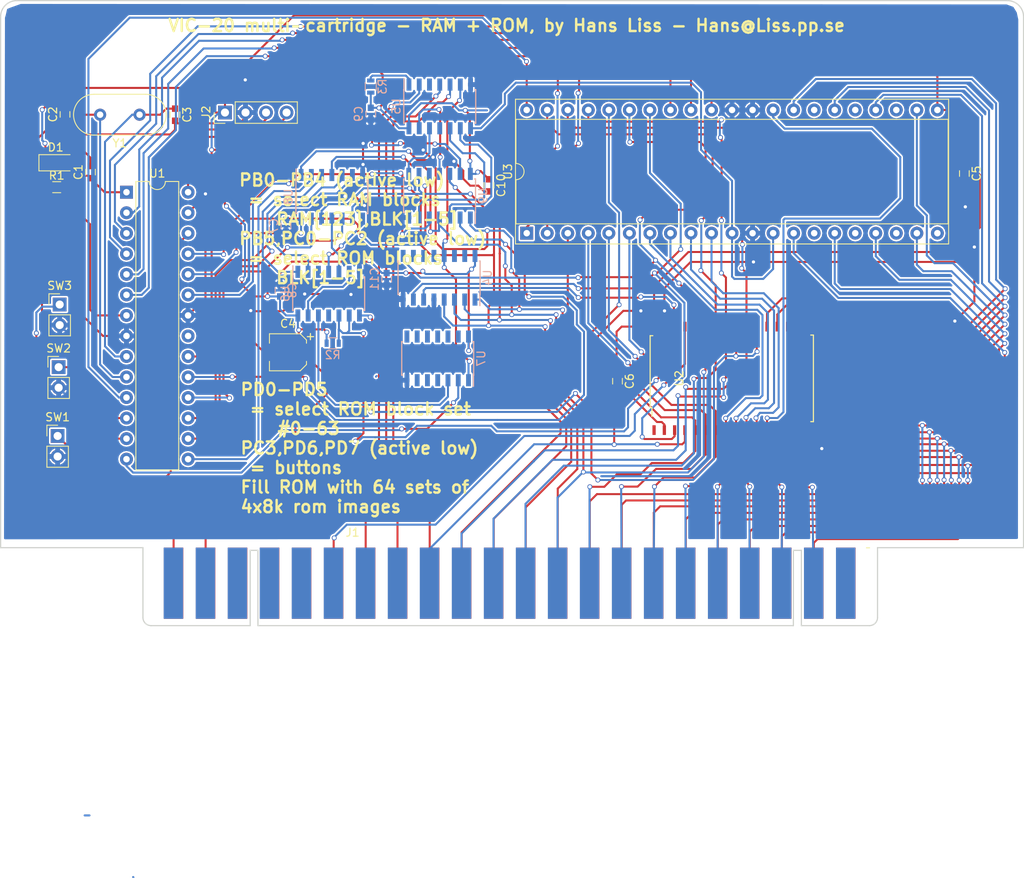
<source format=kicad_pcb>
(kicad_pcb (version 4) (host pcbnew 4.0.7)
  (layers (0 F.Cu signal) (31 B.Cu signal) (34 B.Paste user) (35 F.Paste user) (36 B.SilkS user) (37 F.SilkS user) (38 B.Mask user) (39 F.Mask user) (44 Edge.Cuts user))
  (net 0 "")
  (net 1 "Net-(J1-Pad16)")
  (net 2 "Net-(J1-Pad15)")
  (net 3 "Net-(J1-Pad14)")
  (net 4 D6)
  (net 5 D1)
  (net 6 D7)
  (net 7 D4)
  (net 8 D0)
  (net 9 D5)
  (net 10 D2)
  (net 11 D3)
  (net 12 A9)
  (net 13 A8)
  (net 14 A6)
  (net 15 A1)
  (net 16 A7)
  (net 17 A4)
  (net 18 A0)
  (net 19 A5)
  (net 20 A2)
  (net 21 A3)
  (net 22 GND)
  (net 23 VCC)
  (net 24 "Net-(U2-Pad22)")
  (net 25 "Net-(C2-Pad2)")
  (net 26 "Net-(C3-Pad1)")
  (net 27 A12)
  (net 28 A11)
  (net 29 A10)
  (net 30 "Net-(R2-Pad2)")
  (net 31 "Net-(R3-Pad2)")
  (net 32 "Net-(U3-Pad11)")
  (net 33 /~RESET)
  (net 34 /V_RW)
  (net 35 /~BLK5)
  (net 36 /~BLK3)
  (net 37 /~BLK2)
  (net 38 /~BLK1)
  (net 39 /OLED_SCL)
  (net 40 /OLED_SDA)
  (net 41 /~BUTTON1)
  (net 42 /~BUTTON2)
  (net 43 /~BUTTON3)
  (net 44 /~SEL_RAM_BLK1)
  (net 45 RB0)
  (net 46 /~SEL_RAM_BLK2)
  (net 47 RB1)
  (net 48 /~SEL_RAM_BLK3)
  (net 49 RB2)
  (net 50 /~SEL_RAM_BLK5)
  (net 51 RB3)
  (net 52 /~SEL_ROM_BLK1)
  (net 53 RB4)
  (net 54 /~SEL_ROM_BLK2)
  (net 55 /~SEL_ROM_BLK3)
  (net 56 RB5)
  (net 57 /~SEL_ROM_BLK5)
  (net 58 /~SEL_RAM_3k)
  (net 59 BA1)
  (net 60 BA0)
  (net 61 BA2)
  (net 62 /~RAM)
  (net 63 "Net-(U5-Pad9)")
  (net 64 "Net-(U5-Pad10)")
  (net 65 "Net-(U5-Pad12)")
  (net 66 "Net-(U5-Pad13)")
  (net 67 "Net-(U6-Pad1)")
  (net 68 "Net-(U6-Pad2)")
  (net 69 "Net-(U6-Pad4)")
  (net 70 "Net-(U6-Pad5)")
  (net 71 "Net-(U6-Pad13)")
  (net 72 "Net-(U6-Pad12)")
  (net 73 "Net-(J1-Pad20)")
  (net 74 "Net-(J1-Pad19)")
  (net 75 "Net-(J1-Pad18)")
  (net 76 "Net-(J1-Pad1)")
  (net 77 "Net-(J1-PadZ)")
  (net 78 "Net-(J1-PadY)")
  (net 79 "Net-(J1-PadX)")
  (net 80 "Net-(J1-PadW)")
  (net 81 "Net-(J1-PadV)")
  (net 82 "Net-(J1-PadU)")
  (net 83 "Net-(J1-PadT)")
  (net 84 "Net-(J1-PadS)")
  (net 85 "Net-(J1-PadA)")
  (net 86 "Net-(U1-Pad21)")
  (net 87 "Net-(U2-Pad1)")
  (net 88 "Net-(U3-Pad24)")
  (net 89 "Net-(U3-Pad26)")
  (net 90 "Net-(U3-Pad28)")
  (net 91 "Net-(U3-Pad15)")
  (net 92 "Net-(U3-Pad17)")
  (net 93 "Net-(U3-Pad19)")
  (net 94 "Net-(U3-Pad21)")
  (net 95 "Net-(U4-Pad10)")
  (net 96 "Net-(U4-Pad11)")
  (net 97 "Net-(U4-Pad12)")
  (net 98 "Net-(U4-Pad14)")
  (net 99 "Net-(U4-Pad15)")
  (module Housings_DIP:DIP-42_W15.24mm_Socket (layer F.Cu) (at 109.0803 60.9854 90)
    (fp_text reference U3 (at 7.62 -2.33 90) (layer F.SilkS))
    (fp_text value M27C160)
    (pad 1 thru_hole rect (at 0 0 90) (size 1.6 1.6) (drill 0.8) (layers *.Cu *.Mask) (net 53 RB4))
    (pad 22 thru_hole oval (at 15.24 50.8 90) (size 1.6 1.6) (drill 0.8) (layers *.Cu *.Mask) (net 23 VCC))
    (pad 2 thru_hole oval (at 0 2.54 90) (size 1.6 1.6) (drill 0.8) (layers *.Cu *.Mask) (net 51 RB3))
    (pad 23 thru_hole oval (at 15.24 48.26 90) (size 1.6 1.6) (drill 0.8) (layers *.Cu *.Mask) (net 7 D4))
    (pad 3 thru_hole oval (at 0 5.08 90) (size 1.6 1.6) (drill 0.8) (layers *.Cu *.Mask) (net 13 A8))
    (pad 24 thru_hole oval (at 15.24 45.72 90) (size 1.6 1.6) (drill 0.8) (layers *.Cu *.Mask) (net 88 "Net-(U3-Pad24)"))
    (pad 4 thru_hole oval (at 0 7.62 90) (size 1.6 1.6) (drill 0.8) (layers *.Cu *.Mask) (net 16 A7))
    (pad 25 thru_hole oval (at 15.24 43.18 90) (size 1.6 1.6) (drill 0.8) (layers *.Cu *.Mask) (net 9 D5))
    (pad 5 thru_hole oval (at 0 10.16 90) (size 1.6 1.6) (drill 0.8) (layers *.Cu *.Mask) (net 14 A6))
    (pad 26 thru_hole oval (at 15.24 40.64 90) (size 1.6 1.6) (drill 0.8) (layers *.Cu *.Mask) (net 89 "Net-(U3-Pad26)"))
    (pad 6 thru_hole oval (at 0 12.7 90) (size 1.6 1.6) (drill 0.8) (layers *.Cu *.Mask) (net 19 A5))
    (pad 27 thru_hole oval (at 15.24 38.1 90) (size 1.6 1.6) (drill 0.8) (layers *.Cu *.Mask) (net 4 D6))
    (pad 7 thru_hole oval (at 0 15.24 90) (size 1.6 1.6) (drill 0.8) (layers *.Cu *.Mask) (net 17 A4))
    (pad 28 thru_hole oval (at 15.24 35.56 90) (size 1.6 1.6) (drill 0.8) (layers *.Cu *.Mask) (net 90 "Net-(U3-Pad28)"))
    (pad 8 thru_hole oval (at 0 17.78 90) (size 1.6 1.6) (drill 0.8) (layers *.Cu *.Mask) (net 21 A3))
    (pad 29 thru_hole oval (at 15.24 33.02 90) (size 1.6 1.6) (drill 0.8) (layers *.Cu *.Mask) (net 6 D7))
    (pad 9 thru_hole oval (at 0 20.32 90) (size 1.6 1.6) (drill 0.8) (layers *.Cu *.Mask) (net 20 A2))
    (pad 30 thru_hole oval (at 15.24 30.48 90) (size 1.6 1.6) (drill 0.8) (layers *.Cu *.Mask) (net 18 A0))
    (pad 10 thru_hole oval (at 0 22.86 90) (size 1.6 1.6) (drill 0.8) (layers *.Cu *.Mask) (net 15 A1))
    (pad 31 thru_hole oval (at 15.24 27.94 90) (size 1.6 1.6) (drill 0.8) (layers *.Cu *.Mask) (net 22 GND))
    (pad 11 thru_hole oval (at 0 25.4 90) (size 1.6 1.6) (drill 0.8) (layers *.Cu *.Mask) (net 32 "Net-(U3-Pad11)"))
    (pad 32 thru_hole oval (at 15.24 25.4 90) (size 1.6 1.6) (drill 0.8) (layers *.Cu *.Mask) (net 22 GND))
    (pad 12 thru_hole oval (at 0 27.94 90) (size 1.6 1.6) (drill 0.8) (layers *.Cu *.Mask) (net 22 GND))
    (pad 33 thru_hole oval (at 15.24 22.86 90) (size 1.6 1.6) (drill 0.8) (layers *.Cu *.Mask) (net 49 RB2))
    (pad 13 thru_hole oval (at 0 30.48 90) (size 1.6 1.6) (drill 0.8) (layers *.Cu *.Mask) (net 32 "Net-(U3-Pad11)"))
    (pad 34 thru_hole oval (at 15.24 20.32 90) (size 1.6 1.6) (drill 0.8) (layers *.Cu *.Mask) (net 47 RB1))
    (pad 14 thru_hole oval (at 0 33.02 90) (size 1.6 1.6) (drill 0.8) (layers *.Cu *.Mask) (net 8 D0))
    (pad 35 thru_hole oval (at 15.24 17.78 90) (size 1.6 1.6) (drill 0.8) (layers *.Cu *.Mask) (net 45 RB0))
    (pad 15 thru_hole oval (at 0 35.56 90) (size 1.6 1.6) (drill 0.8) (layers *.Cu *.Mask) (net 91 "Net-(U3-Pad15)"))
    (pad 36 thru_hole oval (at 15.24 15.24 90) (size 1.6 1.6) (drill 0.8) (layers *.Cu *.Mask) (net 59 BA1))
    (pad 16 thru_hole oval (at 0 38.1 90) (size 1.6 1.6) (drill 0.8) (layers *.Cu *.Mask) (net 5 D1))
    (pad 37 thru_hole oval (at 15.24 12.7 90) (size 1.6 1.6) (drill 0.8) (layers *.Cu *.Mask) (net 60 BA0))
    (pad 17 thru_hole oval (at 0 40.64 90) (size 1.6 1.6) (drill 0.8) (layers *.Cu *.Mask) (net 92 "Net-(U3-Pad17)"))
    (pad 38 thru_hole oval (at 15.24 10.16 90) (size 1.6 1.6) (drill 0.8) (layers *.Cu *.Mask) (net 27 A12))
    (pad 18 thru_hole oval (at 0 43.18 90) (size 1.6 1.6) (drill 0.8) (layers *.Cu *.Mask) (net 10 D2))
    (pad 39 thru_hole oval (at 15.24 7.62 90) (size 1.6 1.6) (drill 0.8) (layers *.Cu *.Mask) (net 28 A11))
    (pad 19 thru_hole oval (at 0 45.72 90) (size 1.6 1.6) (drill 0.8) (layers *.Cu *.Mask) (net 93 "Net-(U3-Pad19)"))
    (pad 40 thru_hole oval (at 15.24 5.08 90) (size 1.6 1.6) (drill 0.8) (layers *.Cu *.Mask) (net 29 A10))
    (pad 20 thru_hole oval (at 0 48.26 90) (size 1.6 1.6) (drill 0.8) (layers *.Cu *.Mask) (net 11 D3))
    (pad 41 thru_hole oval (at 15.24 2.54 90) (size 1.6 1.6) (drill 0.8) (layers *.Cu *.Mask) (net 12 A9))
    (pad 21 thru_hole oval (at 0 50.8 90) (size 1.6 1.6) (drill 0.8) (layers *.Cu *.Mask) (net 94 "Net-(U3-Pad21)"))
    (pad 42 thru_hole oval (at 15.24 0 90) (size 1.6 1.6) (drill 0.8) (layers *.Cu *.Mask) (net 56 RB5))
  )
  (module Capacitors_SMD:C_0603 (layer F.Cu) (at 55.118 53.4289 90)
    (fp_text reference C1 (at 0 -1.5 90) (layer F.SilkS))
    (fp_text value 100nf)
    (pad 2 smd rect (at 0.75 0 90) (size 0.8 0.75) (layers F.Cu F.Paste F.Mask) (net 22 GND))
    (pad 1 smd rect (at -0.75 0 90) (size 0.8 0.75) (layers F.Cu F.Paste F.Mask) (net 33 /~RESET))
  )
  (module Capacitors_SMD:C_0603 (layer F.Cu) (at 51.9684 46.2915 90)
    (fp_text reference C2 (at 0 -1.5 90) (layer F.SilkS))
    (fp_text value 22pf)
    (pad 2 smd rect (at 0.75 0 90) (size 0.8 0.75) (layers F.Cu F.Paste F.Mask) (net 25 "Net-(C2-Pad2)"))
    (pad 1 smd rect (at -0.75 0 90) (size 0.8 0.75) (layers F.Cu F.Paste F.Mask) (net 22 GND))
  )
  (module Capacitors_SMD:C_0603 (layer F.Cu) (at 65.5701 46.3296 270)
    (fp_text reference C3 (at 0 -1.5 270) (layer F.SilkS))
    (fp_text value 22pf)
    (pad 2 smd rect (at 0.75 0 270) (size 0.8 0.75) (layers F.Cu F.Paste F.Mask) (net 22 GND))
    (pad 1 smd rect (at -0.75 0 270) (size 0.8 0.75) (layers F.Cu F.Paste F.Mask) (net 26 "Net-(C3-Pad1)"))
  )
  (module Capacitors_SMD:CP_Elec_4x5.8 (layer F.Cu) (at 79.54518 75.7174 180)
    (fp_text reference C4 (at 0 3.54 180) (layer F.SilkS))
    (fp_text value 10uf)
    (fp_text user + (at -2.78 2.01 180) (layer F.SilkS))
    (pad 1 smd rect (at -1.8 0) (size 2.6 1.6) (layers F.Cu F.Paste F.Mask) (net 23 VCC))
    (pad 2 smd rect (at 1.8 0) (size 2.6 1.6) (layers F.Cu F.Paste F.Mask) (net 22 GND))
  )
  (module Capacitors_SMD:C_0603 (layer F.Cu) (at 163.2204 53.6067 270)
    (fp_text reference C5 (at 0 -1.5 270) (layer F.SilkS))
    (fp_text value 0.1uf)
    (pad 2 smd rect (at 0.75 0 270) (size 0.8 0.75) (layers F.Cu F.Paste F.Mask) (net 22 GND))
    (pad 1 smd rect (at -0.75 0 270) (size 0.8 0.75) (layers F.Cu F.Paste F.Mask) (net 23 VCC))
  )
  (module Capacitors_SMD:C_0603 (layer F.Cu) (at 120.30964 79.29372 270)
    (fp_text reference C6 (at 0 -1.5 270) (layer F.SilkS))
    (fp_text value 0.1uf)
    (pad 2 smd rect (at 0.75 0 270) (size 0.8 0.75) (layers F.Cu F.Paste F.Mask) (net 22 GND))
    (pad 1 smd rect (at -0.75 0 270) (size 0.8 0.75) (layers F.Cu F.Paste F.Mask) (net 23 VCC))
  )
  (module Capacitors_SMD:C_0603 (layer B.Cu) (at 79.2988 60.0964 270)
    (fp_text reference C7 (at 0 1.5 270) (layer B.SilkS) (effects (justify mirror)))
    (fp_text value 0.1uf)
    (pad 2 smd rect (at 0.75 0 270) (size 0.8 0.75) (layers B.Cu B.Paste B.Mask) (net 22 GND))
    (pad 1 smd rect (at -0.75 0 270) (size 0.8 0.75) (layers B.Cu B.Paste B.Mask) (net 23 VCC))
  )
  (module Capacitors_SMD:C_0603 (layer B.Cu) (at 78.56728 68.06184 90)
    (fp_text reference C8 (at 0 1.5 90) (layer B.SilkS) (effects (justify mirror)))
    (fp_text value 0.1uf)
    (pad 2 smd rect (at 0.75 0 90) (size 0.8 0.75) (layers B.Cu B.Paste B.Mask) (net 22 GND))
    (pad 1 smd rect (at -0.75 0 90) (size 0.8 0.75) (layers B.Cu B.Paste B.Mask) (net 23 VCC))
  )
  (module Capacitors_SMD:C_0603 (layer B.Cu) (at 89.789 46.228 270)
    (fp_text reference C9 (at 0 1.5 270) (layer B.SilkS) (effects (justify mirror)))
    (fp_text value 0.1uf)
    (pad 2 smd rect (at 0.75 0 270) (size 0.8 0.75) (layers B.Cu B.Paste B.Mask) (net 22 GND))
    (pad 1 smd rect (at -0.75 0 270) (size 0.8 0.75) (layers B.Cu B.Paste B.Mask) (net 23 VCC))
  )
  (module Capacitors_SMD:C_0603 (layer F.Cu) (at 104.40416 55.0672 270)
    (fp_text reference C10 (at 0 -1.5 270) (layer F.SilkS))
    (fp_text value 0.1uf)
    (pad 2 smd rect (at 0.75 0 270) (size 0.8 0.75) (layers F.Cu F.Paste F.Mask) (net 22 GND))
    (pad 1 smd rect (at -0.75 0 270) (size 0.8 0.75) (layers F.Cu F.Paste F.Mask) (net 23 VCC))
  )
  (module Diodes_SMD:D_SOD-123F (layer F.Cu) (at 50.9397 52.2732)
    (fp_text reference D1 (at -0.127 -1.905) (layer F.SilkS))
    (fp_text value 1N4148)
    (pad 1 smd rect (at -1.4 0) (size 1.1 1.1) (layers F.Cu F.Paste F.Mask) (net 23 VCC))
    (pad 2 smd rect (at 1.4 0) (size 1.1 1.1) (layers F.Cu F.Paste F.Mask) (net 33 /~RESET))
  )
  (module Pin_Headers:Pin_Header_Straight_1x04_Pitch2.54mm (layer F.Cu) (at 71.755 46.0629 90)
    (fp_text reference J2 (at 0 -2.33 90) (layer F.SilkS))
    (fp_text value "I2C Display")
    (pad 1 thru_hole rect (at 0 0 90) (size 1.7 1.7) (drill 1) (layers *.Cu *.Mask) (net 23 VCC))
    (pad 2 thru_hole oval (at 0 2.54 90) (size 1.7 1.7) (drill 1) (layers *.Cu *.Mask) (net 22 GND))
    (pad 3 thru_hole oval (at 0 5.08 90) (size 1.7 1.7) (drill 1) (layers *.Cu *.Mask) (net 39 /OLED_SCL))
    (pad 4 thru_hole oval (at 0 7.62 90) (size 1.7 1.7) (drill 1) (layers *.Cu *.Mask) (net 40 /OLED_SDA))
  )
  (module Resistors_SMD:R_0603 (layer F.Cu) (at 50.9397 55.2958)
    (fp_text reference R1 (at 0 -1.45) (layer F.SilkS))
    (fp_text value 10k)
    (pad 1 smd rect (at -0.75 0) (size 0.5 0.9) (layers F.Cu F.Paste F.Mask) (net 23 VCC))
    (pad 2 smd rect (at 0.75 0) (size 0.5 0.9) (layers F.Cu F.Paste F.Mask) (net 33 /~RESET))
  )
  (module Resistors_SMD:R_0603 (layer B.Cu) (at 85.0773 74.5998)
    (fp_text reference R2 (at 0 1.45) (layer B.SilkS) (effects (justify mirror)))
    (fp_text value 10k)
    (pad 1 smd rect (at -0.75 0) (size 0.5 0.9) (layers B.Cu B.Paste B.Mask) (net 23 VCC))
    (pad 2 smd rect (at 0.75 0) (size 0.5 0.9) (layers B.Cu B.Paste B.Mask) (net 30 "Net-(R2-Pad2)"))
  )
  (module Resistors_SMD:R_0603 (layer B.Cu) (at 89.789 42.8498 90)
    (fp_text reference R3 (at 0 1.45 90) (layer B.SilkS) (effects (justify mirror)))
    (fp_text value 10k)
    (pad 1 smd rect (at -0.75 0 90) (size 0.5 0.9) (layers B.Cu B.Paste B.Mask) (net 23 VCC))
    (pad 2 smd rect (at 0.75 0 90) (size 0.5 0.9) (layers B.Cu B.Paste B.Mask) (net 31 "Net-(R3-Pad2)"))
  )
  (module Pin_Headers:Pin_Header_Straight_1x02_Pitch2.54mm (layer F.Cu) (at 51.054 86.0679)
    (fp_text reference SW1 (at 0 -2.33) (layer F.SilkS))
    (fp_text value SW_Push)
    (pad 1 thru_hole rect (at 0 0) (size 1.7 1.7) (drill 1) (layers *.Cu *.Mask) (net 41 /~BUTTON1))
    (pad 2 thru_hole oval (at 0 2.54) (size 1.7 1.7) (drill 1) (layers *.Cu *.Mask) (net 22 GND))
  )
  (module Pin_Headers:Pin_Header_Straight_1x02_Pitch2.54mm (layer F.Cu) (at 51.181 77.5589)
    (fp_text reference SW2 (at 0 -2.33) (layer F.SilkS))
    (fp_text value SW_Push)
    (pad 1 thru_hole rect (at 0 0) (size 1.7 1.7) (drill 1) (layers *.Cu *.Mask) (net 42 /~BUTTON2))
    (pad 2 thru_hole oval (at 0 2.54) (size 1.7 1.7) (drill 1) (layers *.Cu *.Mask) (net 22 GND))
  )
  (module Pin_Headers:Pin_Header_Straight_1x02_Pitch2.54mm (layer F.Cu) (at 51.308 69.8119)
    (fp_text reference SW3 (at 0 -2.33) (layer F.SilkS))
    (fp_text value SW_Push)
    (pad 1 thru_hole rect (at 0 0) (size 1.7 1.7) (drill 1) (layers *.Cu *.Mask) (net 43 /~BUTTON3))
    (pad 2 thru_hole oval (at 0 2.54) (size 1.7 1.7) (drill 1) (layers *.Cu *.Mask) (net 22 GND))
  )
  (module Housings_SOIC:SOIC-14_3.9x8.7mm_Pitch1.27mm (layer B.Cu) (at 98.3234 45.30344 270)
    (fp_text reference U5 (at 0 5.375 270) (layer B.SilkS) (effects (justify mirror)))
    (fp_text value 74LS21)
    (pad 1 smd rect (at -2.7 3.81 270) (size 1.5 0.6) (layers B.Cu B.Paste B.Mask) (net 31 "Net-(R3-Pad2)"))
    (pad 2 smd rect (at -2.7 2.54 270) (size 1.5 0.6) (layers B.Cu B.Paste B.Mask) (net 1 "Net-(J1-Pad16)"))
    (pad 3 smd rect (at -2.7 1.27 270) (size 1.5 0.6) (layers B.Cu B.Paste B.Mask))
    (pad 4 smd rect (at -2.7 0 270) (size 1.5 0.6) (layers B.Cu B.Paste B.Mask) (net 2 "Net-(J1-Pad15)"))
    (pad 5 smd rect (at -2.7 -1.27 270) (size 1.5 0.6) (layers B.Cu B.Paste B.Mask) (net 3 "Net-(J1-Pad14)"))
    (pad 6 smd rect (at -2.7 -2.54 270) (size 1.5 0.6) (layers B.Cu B.Paste B.Mask) (net 62 /~RAM))
    (pad 7 smd rect (at -2.7 -3.81 270) (size 1.5 0.6) (layers B.Cu B.Paste B.Mask) (net 22 GND))
    (pad 8 smd rect (at 2.7 -3.81 270) (size 1.5 0.6) (layers B.Cu B.Paste B.Mask) (net 32 "Net-(U3-Pad11)"))
    (pad 9 smd rect (at 2.7 -2.54 270) (size 1.5 0.6) (layers B.Cu B.Paste B.Mask) (net 63 "Net-(U5-Pad9)"))
    (pad 10 smd rect (at 2.7 -1.27 270) (size 1.5 0.6) (layers B.Cu B.Paste B.Mask) (net 64 "Net-(U5-Pad10)"))
    (pad 11 smd rect (at 2.7 0 270) (size 1.5 0.6) (layers B.Cu B.Paste B.Mask))
    (pad 12 smd rect (at 2.7 1.27 270) (size 1.5 0.6) (layers B.Cu B.Paste B.Mask) (net 65 "Net-(U5-Pad12)"))
    (pad 13 smd rect (at 2.7 2.54 270) (size 1.5 0.6) (layers B.Cu B.Paste B.Mask) (net 66 "Net-(U5-Pad13)"))
    (pad 14 smd rect (at 2.7 3.81 270) (size 1.5 0.6) (layers B.Cu B.Paste B.Mask) (net 23 VCC))
  )
  (module Housings_SOIC:SOIC-14_3.9x8.7mm_Pitch1.27mm (layer B.Cu) (at 84.582 68.4657 270)
    (fp_text reference U6 (at 0 5.375 270) (layer B.SilkS) (effects (justify mirror)))
    (fp_text value 74LS21)
    (pad 1 smd rect (at -2.7 3.81 270) (size 1.5 0.6) (layers B.Cu B.Paste B.Mask) (net 67 "Net-(U6-Pad1)"))
    (pad 2 smd rect (at -2.7 2.54 270) (size 1.5 0.6) (layers B.Cu B.Paste B.Mask) (net 68 "Net-(U6-Pad2)"))
    (pad 3 smd rect (at -2.7 1.27 270) (size 1.5 0.6) (layers B.Cu B.Paste B.Mask))
    (pad 4 smd rect (at -2.7 0 270) (size 1.5 0.6) (layers B.Cu B.Paste B.Mask) (net 69 "Net-(U6-Pad4)"))
    (pad 5 smd rect (at -2.7 -1.27 270) (size 1.5 0.6) (layers B.Cu B.Paste B.Mask) (net 70 "Net-(U6-Pad5)"))
    (pad 6 smd rect (at -2.7 -2.54 270) (size 1.5 0.6) (layers B.Cu B.Paste B.Mask) (net 71 "Net-(U6-Pad13)"))
    (pad 7 smd rect (at -2.7 -3.81 270) (size 1.5 0.6) (layers B.Cu B.Paste B.Mask) (net 22 GND))
    (pad 8 smd rect (at 2.7 -3.81 270) (size 1.5 0.6) (layers B.Cu B.Paste B.Mask) (net 24 "Net-(U2-Pad22)"))
    (pad 9 smd rect (at 2.7 -2.54 270) (size 1.5 0.6) (layers B.Cu B.Paste B.Mask) (net 30 "Net-(R2-Pad2)"))
    (pad 10 smd rect (at 2.7 -1.27 270) (size 1.5 0.6) (layers B.Cu B.Paste B.Mask) (net 30 "Net-(R2-Pad2)"))
    (pad 11 smd rect (at 2.7 0 270) (size 1.5 0.6) (layers B.Cu B.Paste B.Mask))
    (pad 12 smd rect (at 2.7 1.27 270) (size 1.5 0.6) (layers B.Cu B.Paste B.Mask) (net 72 "Net-(U6-Pad12)"))
    (pad 13 smd rect (at 2.7 2.54 270) (size 1.5 0.6) (layers B.Cu B.Paste B.Mask) (net 71 "Net-(U6-Pad13)"))
    (pad 14 smd rect (at 2.7 3.81 270) (size 1.5 0.6) (layers B.Cu B.Paste B.Mask) (net 23 VCC))
  )
  (module Housings_SOIC:SOIC-14_3.9x8.7mm_Pitch1.27mm (layer B.Cu) (at 98.0694 76.47178 90)
    (fp_text reference U7 (at 0 5.375 90) (layer B.SilkS) (effects (justify mirror)))
    (fp_text value 74LS32)
    (pad 1 smd rect (at -2.7 3.81 90) (size 1.5 0.6) (layers B.Cu B.Paste B.Mask) (net 62 /~RAM))
    (pad 2 smd rect (at -2.7 2.54 90) (size 1.5 0.6) (layers B.Cu B.Paste B.Mask) (net 58 /~SEL_RAM_3k))
    (pad 3 smd rect (at -2.7 1.27 90) (size 1.5 0.6) (layers B.Cu B.Paste B.Mask) (net 72 "Net-(U6-Pad12)"))
    (pad 4 smd rect (at -2.7 0 90) (size 1.5 0.6) (layers B.Cu B.Paste B.Mask))
    (pad 5 smd rect (at -2.7 -1.27 90) (size 1.5 0.6) (layers B.Cu B.Paste B.Mask))
    (pad 6 smd rect (at -2.7 -2.54 90) (size 1.5 0.6) (layers B.Cu B.Paste B.Mask))
    (pad 7 smd rect (at -2.7 -3.81 90) (size 1.5 0.6) (layers B.Cu B.Paste B.Mask) (net 22 GND))
    (pad 8 smd rect (at 2.7 -3.81 90) (size 1.5 0.6) (layers B.Cu B.Paste B.Mask))
    (pad 9 smd rect (at 2.7 -2.54 90) (size 1.5 0.6) (layers B.Cu B.Paste B.Mask))
    (pad 10 smd rect (at 2.7 -1.27 90) (size 1.5 0.6) (layers B.Cu B.Paste B.Mask))
    (pad 11 smd rect (at 2.7 0 90) (size 1.5 0.6) (layers B.Cu B.Paste B.Mask))
    (pad 12 smd rect (at 2.7 1.27 90) (size 1.5 0.6) (layers B.Cu B.Paste B.Mask))
    (pad 13 smd rect (at 2.7 2.54 90) (size 1.5 0.6) (layers B.Cu B.Paste B.Mask))
    (pad 14 smd rect (at 2.7 3.81 90) (size 1.5 0.6) (layers B.Cu B.Paste B.Mask) (net 23 VCC))
  )
  (module Crystals:Crystal_HC49-4H_Vertical (layer F.Cu) (at 61.1886 46.3296 180)
    (fp_text reference Y1 (at 2.44 -3.525 180) (layer F.SilkS))
    (fp_text value 16MHz)
    (pad 1 thru_hole circle (at 0 0 180) (size 1.5 1.5) (drill 0.8) (layers *.Cu *.Mask) (net 26 "Net-(C3-Pad1)"))
    (pad 2 thru_hole circle (at 4.88 0 180) (size 1.5 1.5) (drill 0.8) (layers *.Cu *.Mask) (net 25 "Net-(C2-Pad2)"))
  )
  (module Housings_DIP:DIP-28_W7.62mm (layer F.Cu) (at 59.57062 55.9181)
    (fp_text reference U1 (at 3.81 -2.33) (layer F.SilkS))
    (fp_text value ATMEGA328P-PU)
    (pad 1 thru_hole rect (at 0 0) (size 1.6 1.6) (drill 0.8) (layers *.Cu *.Mask) (net 33 /~RESET))
    (pad 15 thru_hole oval (at 7.62 33.02) (size 1.6 1.6) (drill 0.8) (layers *.Cu *.Mask) (net 44 /~SEL_RAM_BLK1))
    (pad 2 thru_hole oval (at 0 2.54) (size 1.6 1.6) (drill 0.8) (layers *.Cu *.Mask) (net 45 RB0))
    (pad 16 thru_hole oval (at 7.62 30.48) (size 1.6 1.6) (drill 0.8) (layers *.Cu *.Mask) (net 46 /~SEL_RAM_BLK2))
    (pad 3 thru_hole oval (at 0 5.08) (size 1.6 1.6) (drill 0.8) (layers *.Cu *.Mask) (net 47 RB1))
    (pad 17 thru_hole oval (at 7.62 27.94) (size 1.6 1.6) (drill 0.8) (layers *.Cu *.Mask) (net 48 /~SEL_RAM_BLK3))
    (pad 4 thru_hole oval (at 0 7.62) (size 1.6 1.6) (drill 0.8) (layers *.Cu *.Mask) (net 49 RB2))
    (pad 18 thru_hole oval (at 7.62 25.4) (size 1.6 1.6) (drill 0.8) (layers *.Cu *.Mask) (net 50 /~SEL_RAM_BLK5))
    (pad 5 thru_hole oval (at 0 10.16) (size 1.6 1.6) (drill 0.8) (layers *.Cu *.Mask) (net 51 RB3))
    (pad 19 thru_hole oval (at 7.62 22.86) (size 1.6 1.6) (drill 0.8) (layers *.Cu *.Mask) (net 52 /~SEL_ROM_BLK1))
    (pad 6 thru_hole oval (at 0 12.7) (size 1.6 1.6) (drill 0.8) (layers *.Cu *.Mask) (net 53 RB4))
    (pad 20 thru_hole oval (at 7.62 20.32) (size 1.6 1.6) (drill 0.8) (layers *.Cu *.Mask) (net 23 VCC))
    (pad 7 thru_hole oval (at 0 15.24) (size 1.6 1.6) (drill 0.8) (layers *.Cu *.Mask) (net 23 VCC))
    (pad 21 thru_hole oval (at 7.62 17.78) (size 1.6 1.6) (drill 0.8) (layers *.Cu *.Mask) (net 86 "Net-(U1-Pad21)"))
    (pad 8 thru_hole oval (at 0 17.78) (size 1.6 1.6) (drill 0.8) (layers *.Cu *.Mask) (net 22 GND))
    (pad 22 thru_hole oval (at 7.62 15.24) (size 1.6 1.6) (drill 0.8) (layers *.Cu *.Mask) (net 22 GND))
    (pad 9 thru_hole oval (at 0 20.32) (size 1.6 1.6) (drill 0.8) (layers *.Cu *.Mask) (net 26 "Net-(C3-Pad1)"))
    (pad 23 thru_hole oval (at 7.62 12.7) (size 1.6 1.6) (drill 0.8) (layers *.Cu *.Mask) (net 54 /~SEL_ROM_BLK2))
    (pad 10 thru_hole oval (at 0 22.86) (size 1.6 1.6) (drill 0.8) (layers *.Cu *.Mask) (net 25 "Net-(C2-Pad2)"))
    (pad 24 thru_hole oval (at 7.62 10.16) (size 1.6 1.6) (drill 0.8) (layers *.Cu *.Mask) (net 55 /~SEL_ROM_BLK3))
    (pad 11 thru_hole oval (at 0 25.4) (size 1.6 1.6) (drill 0.8) (layers *.Cu *.Mask) (net 56 RB5))
    (pad 25 thru_hole oval (at 7.62 7.62) (size 1.6 1.6) (drill 0.8) (layers *.Cu *.Mask) (net 57 /~SEL_ROM_BLK5))
    (pad 12 thru_hole oval (at 0 27.94) (size 1.6 1.6) (drill 0.8) (layers *.Cu *.Mask) (net 42 /~BUTTON2))
    (pad 26 thru_hole oval (at 7.62 5.08) (size 1.6 1.6) (drill 0.8) (layers *.Cu *.Mask) (net 41 /~BUTTON1))
    (pad 13 thru_hole oval (at 0 30.48) (size 1.6 1.6) (drill 0.8) (layers *.Cu *.Mask) (net 43 /~BUTTON3))
    (pad 27 thru_hole oval (at 7.62 2.54) (size 1.6 1.6) (drill 0.8) (layers *.Cu *.Mask) (net 40 /OLED_SDA))
    (pad 14 thru_hole oval (at 0 33.02) (size 1.6 1.6) (drill 0.8) (layers *.Cu *.Mask) (net 58 /~SEL_RAM_3k))
    (pad 28 thru_hole oval (at 7.62 0) (size 1.6 1.6) (drill 0.8) (layers *.Cu *.Mask) (net 39 /OLED_SCL))
  )
  (module Capacitors_SMD:C_0603 (layer B.Cu) (at 91.75496 66.66484 270)
    (fp_text reference C11 (at 0 1.5 270) (layer B.SilkS) (effects (justify mirror)))
    (fp_text value 0.1uf)
    (pad 2 smd rect (at 0.75 0 270) (size 0.8 0.75) (layers B.Cu B.Paste B.Mask) (net 22 GND))
    (pad 1 smd rect (at -0.75 0 270) (size 0.8 0.75) (layers B.Cu B.Paste B.Mask) (net 23 VCC))
  )
  (module Housings_SOIC:SOIC-16_3.9x9.9mm_Pitch1.27mm (layer B.Cu) (at 98.23704 66.4972 90)
    (fp_text reference U4 (at 0 6 90) (layer B.SilkS) (effects (justify mirror)))
    (fp_text value 74LS148)
    (pad 1 smd rect (at -2.7 4.445 90) (size 1.5 0.6) (layers B.Cu B.Paste B.Mask) (net 38 /~BLK1))
    (pad 2 smd rect (at -2.7 3.175 90) (size 1.5 0.6) (layers B.Cu B.Paste B.Mask) (net 37 /~BLK2))
    (pad 3 smd rect (at -2.7 1.905 90) (size 1.5 0.6) (layers B.Cu B.Paste B.Mask) (net 36 /~BLK3))
    (pad 4 smd rect (at -2.7 0.635 90) (size 1.5 0.6) (layers B.Cu B.Paste B.Mask) (net 35 /~BLK5))
    (pad 5 smd rect (at -2.7 -0.635 90) (size 1.5 0.6) (layers B.Cu B.Paste B.Mask) (net 22 GND))
    (pad 6 smd rect (at -2.7 -1.905 90) (size 1.5 0.6) (layers B.Cu B.Paste B.Mask) (net 61 BA2))
    (pad 7 smd rect (at -2.7 -3.175 90) (size 1.5 0.6) (layers B.Cu B.Paste B.Mask) (net 59 BA1))
    (pad 8 smd rect (at -2.7 -4.445 90) (size 1.5 0.6) (layers B.Cu B.Paste B.Mask) (net 22 GND))
    (pad 9 smd rect (at 2.7 -4.445 90) (size 1.5 0.6) (layers B.Cu B.Paste B.Mask) (net 60 BA0))
    (pad 10 smd rect (at 2.7 -3.175 90) (size 1.5 0.6) (layers B.Cu B.Paste B.Mask) (net 95 "Net-(U4-Pad10)"))
    (pad 11 smd rect (at 2.7 -1.905 90) (size 1.5 0.6) (layers B.Cu B.Paste B.Mask) (net 96 "Net-(U4-Pad11)"))
    (pad 12 smd rect (at 2.7 -0.635 90) (size 1.5 0.6) (layers B.Cu B.Paste B.Mask) (net 97 "Net-(U4-Pad12)"))
    (pad 13 smd rect (at 2.7 0.635 90) (size 1.5 0.6) (layers B.Cu B.Paste B.Mask) (net 62 /~RAM))
    (pad 14 smd rect (at 2.7 1.905 90) (size 1.5 0.6) (layers B.Cu B.Paste B.Mask) (net 98 "Net-(U4-Pad14)"))
    (pad 15 smd rect (at 2.7 3.175 90) (size 1.5 0.6) (layers B.Cu B.Paste B.Mask) (net 99 "Net-(U4-Pad15)"))
    (pad 16 smd rect (at 2.7 4.445 90) (size 1.5 0.6) (layers B.Cu B.Paste B.Mask) (net 23 VCC))
  )
  (module Housings_SOIC:SOIC-14_3.9x8.7mm_Pitch1.27mm (layer B.Cu) (at 84.97824 56.4896 270)
    (fp_text reference U8 (at 0 5.375 270) (layer B.SilkS) (effects (justify mirror)))
    (fp_text value 74LS32)
    (pad 1 smd rect (at -2.7 3.81 270) (size 1.5 0.6) (layers B.Cu B.Paste B.Mask) (net 38 /~BLK1))
    (pad 2 smd rect (at -2.7 2.54 270) (size 1.5 0.6) (layers B.Cu B.Paste B.Mask) (net 44 /~SEL_RAM_BLK1))
    (pad 3 smd rect (at -2.7 1.27 270) (size 1.5 0.6) (layers B.Cu B.Paste B.Mask) (net 67 "Net-(U6-Pad1)"))
    (pad 4 smd rect (at -2.7 0 270) (size 1.5 0.6) (layers B.Cu B.Paste B.Mask) (net 37 /~BLK2))
    (pad 5 smd rect (at -2.7 -1.27 270) (size 1.5 0.6) (layers B.Cu B.Paste B.Mask) (net 46 /~SEL_RAM_BLK2))
    (pad 6 smd rect (at -2.7 -2.54 270) (size 1.5 0.6) (layers B.Cu B.Paste B.Mask) (net 68 "Net-(U6-Pad2)"))
    (pad 7 smd rect (at -2.7 -3.81 270) (size 1.5 0.6) (layers B.Cu B.Paste B.Mask) (net 22 GND))
    (pad 8 smd rect (at 2.7 -3.81 270) (size 1.5 0.6) (layers B.Cu B.Paste B.Mask) (net 69 "Net-(U6-Pad4)"))
    (pad 9 smd rect (at 2.7 -2.54 270) (size 1.5 0.6) (layers B.Cu B.Paste B.Mask) (net 36 /~BLK3))
    (pad 10 smd rect (at 2.7 -1.27 270) (size 1.5 0.6) (layers B.Cu B.Paste B.Mask) (net 48 /~SEL_RAM_BLK3))
    (pad 11 smd rect (at 2.7 0 270) (size 1.5 0.6) (layers B.Cu B.Paste B.Mask) (net 70 "Net-(U6-Pad5)"))
    (pad 12 smd rect (at 2.7 1.27 270) (size 1.5 0.6) (layers B.Cu B.Paste B.Mask) (net 35 /~BLK5))
    (pad 13 smd rect (at 2.7 2.54 270) (size 1.5 0.6) (layers B.Cu B.Paste B.Mask) (net 50 /~SEL_RAM_BLK5))
    (pad 14 smd rect (at 2.7 3.81 270) (size 1.5 0.6) (layers B.Cu B.Paste B.Mask) (net 23 VCC))
  )
  (module Housings_SOIC:SOIC-14_3.9x8.7mm_Pitch1.27mm (layer B.Cu) (at 98.298 56.3499 90)
    (fp_text reference U9 (at 0 5.375 90) (layer B.SilkS) (effects (justify mirror)))
    (fp_text value 74LS32)
    (pad 1 smd rect (at -2.7 3.81 90) (size 1.5 0.6) (layers B.Cu B.Paste B.Mask) (net 38 /~BLK1))
    (pad 2 smd rect (at -2.7 2.54 90) (size 1.5 0.6) (layers B.Cu B.Paste B.Mask) (net 52 /~SEL_ROM_BLK1))
    (pad 3 smd rect (at -2.7 1.27 90) (size 1.5 0.6) (layers B.Cu B.Paste B.Mask) (net 63 "Net-(U5-Pad9)"))
    (pad 4 smd rect (at -2.7 0 90) (size 1.5 0.6) (layers B.Cu B.Paste B.Mask) (net 37 /~BLK2))
    (pad 5 smd rect (at -2.7 -1.27 90) (size 1.5 0.6) (layers B.Cu B.Paste B.Mask) (net 54 /~SEL_ROM_BLK2))
    (pad 6 smd rect (at -2.7 -2.54 90) (size 1.5 0.6) (layers B.Cu B.Paste B.Mask) (net 64 "Net-(U5-Pad10)"))
    (pad 7 smd rect (at -2.7 -3.81 90) (size 1.5 0.6) (layers B.Cu B.Paste B.Mask) (net 22 GND))
    (pad 8 smd rect (at 2.7 -3.81 90) (size 1.5 0.6) (layers B.Cu B.Paste B.Mask) (net 65 "Net-(U5-Pad12)"))
    (pad 9 smd rect (at 2.7 -2.54 90) (size 1.5 0.6) (layers B.Cu B.Paste B.Mask) (net 36 /~BLK3))
    (pad 10 smd rect (at 2.7 -1.27 90) (size 1.5 0.6) (layers B.Cu B.Paste B.Mask) (net 55 /~SEL_ROM_BLK3))
    (pad 11 smd rect (at 2.7 0 90) (size 1.5 0.6) (layers B.Cu B.Paste B.Mask) (net 66 "Net-(U5-Pad13)"))
    (pad 12 smd rect (at 2.7 1.27 90) (size 1.5 0.6) (layers B.Cu B.Paste B.Mask) (net 35 /~BLK5))
    (pad 13 smd rect (at 2.7 2.54 90) (size 1.5 0.6) (layers B.Cu B.Paste B.Mask) (net 57 /~SEL_ROM_BLK5))
    (pad 14 smd rect (at 2.7 3.81 90) (size 1.5 0.6) (layers B.Cu B.Paste B.Mask) (net 23 VCC))
  )
  (module VIC_Connectors:VIC_EXP (layer F.Cu) (at 148.5011 105.0036)
    (fp_text reference J1 (at -60.96 -6.99) (layer F.SilkS))
    (fp_text value VIC-20_Expansion_Port)
    (pad 22 connect rect (at -83.10116 -0.72448) (size 2.4 8.8) (layers F.Cu F.Mask) (net 22 GND))
    (pad 21 connect rect (at -79.14116 -0.72448) (size 2.4 8.8) (layers F.Cu F.Mask) (net 23 VCC))
    (pad 20 connect rect (at -75.18116 -0.72448) (size 2.4 8.8) (layers F.Cu F.Mask) (net 73 "Net-(J1-Pad20)"))
    (pad 19 connect rect (at -71.22116 -0.72448) (size 2.4 8.8) (layers F.Cu F.Mask) (net 74 "Net-(J1-Pad19)"))
    (pad 18 connect rect (at -67.26116 -0.72448) (size 2.4 8.8) (layers F.Cu F.Mask) (net 75 "Net-(J1-Pad18)"))
    (pad 17 connect rect (at -63.30116 -0.72448) (size 2.4 8.8) (layers F.Cu F.Mask) (net 34 /V_RW))
    (pad 16 connect rect (at -59.34116 -0.72448) (size 2.4 8.8) (layers F.Cu F.Mask) (net 1 "Net-(J1-Pad16)"))
    (pad 15 connect rect (at -55.38116 -0.72448) (size 2.4 8.8) (layers F.Cu F.Mask) (net 2 "Net-(J1-Pad15)"))
    (pad 14 connect rect (at -51.42116 -0.72448) (size 2.4 8.8) (layers F.Cu F.Mask) (net 3 "Net-(J1-Pad14)"))
    (pad 13 connect rect (at -47.46116 -0.72448) (size 2.4 8.8) (layers F.Cu F.Mask) (net 35 /~BLK5))
    (pad 12 connect rect (at -43.50116 -0.72448) (size 2.4 8.8) (layers F.Cu F.Mask) (net 36 /~BLK3))
    (pad 11 connect rect (at -39.54116 -0.72448) (size 2.4 8.8) (layers F.Cu F.Mask) (net 37 /~BLK2))
    (pad 10 connect rect (at -35.58116 -0.72448) (size 2.4 8.8) (layers F.Cu F.Mask) (net 38 /~BLK1))
    (pad 8 connect rect (at -27.66116 -0.72448) (size 2.4 8.8) (layers F.Cu F.Mask) (net 4 D6))
    (pad 3 connect rect (at -7.86116 -0.72448) (size 2.4 8.8) (layers F.Cu F.Mask) (net 5 D1))
    (pad 9 connect rect (at -31.62116 -0.72448) (size 2.4 8.8) (layers F.Cu F.Mask) (net 6 D7))
    (pad 6 connect rect (at -19.74116 -0.72448) (size 2.4 8.8) (layers F.Cu F.Mask) (net 7 D4))
    (pad 1 connect rect (at 0.05884 -0.72448) (size 2.4 8.8) (layers F.Cu F.Mask) (net 76 "Net-(J1-Pad1)"))
    (pad 2 connect rect (at -3.90116 -0.72448) (size 2.4 8.8) (layers F.Cu F.Mask) (net 8 D0))
    (pad 7 connect rect (at -23.70116 -0.72448) (size 2.4 8.8) (layers F.Cu F.Mask) (net 9 D5))
    (pad 4 connect rect (at -11.82116 -0.72448) (size 2.4 8.8) (layers F.Cu F.Mask) (net 10 D2))
    (pad 5 connect rect (at -15.78116 -0.72448) (size 2.4 8.8) (layers F.Cu F.Mask) (net 11 D3))
    (pad Z connect rect (at -83.12726 -0.71888) (size 2.4 8.8) (layers B.Cu B.Mask) (net 77 "Net-(J1-PadZ)"))
    (pad Y connect rect (at -79.16726 -0.71888) (size 2.4 8.8) (layers B.Cu B.Mask) (net 78 "Net-(J1-PadY)"))
    (pad X connect rect (at -75.20726 -0.71888) (size 2.4 8.8) (layers B.Cu B.Mask) (net 79 "Net-(J1-PadX)"))
    (pad W connect rect (at -71.24726 -0.71888) (size 2.4 8.8) (layers B.Cu B.Mask) (net 80 "Net-(J1-PadW)"))
    (pad V connect rect (at -67.28726 -0.71888) (size 2.4 8.8) (layers B.Cu B.Mask) (net 81 "Net-(J1-PadV)"))
    (pad U connect rect (at -63.32726 -0.71888) (size 2.4 8.8) (layers B.Cu B.Mask) (net 82 "Net-(J1-PadU)"))
    (pad T connect rect (at -59.36726 -0.71888) (size 2.4 8.8) (layers B.Cu B.Mask) (net 83 "Net-(J1-PadT)"))
    (pad S connect rect (at -55.40726 -0.71888) (size 2.4 8.8) (layers B.Cu B.Mask) (net 84 "Net-(J1-PadS)"))
    (pad R connect rect (at -51.44726 -0.71888) (size 2.4 8.8) (layers B.Cu B.Mask) (net 27 A12))
    (pad P connect rect (at -47.48726 -0.71888) (size 2.4 8.8) (layers B.Cu B.Mask) (net 28 A11))
    (pad N connect rect (at -43.52726 -0.71888) (size 2.4 8.8) (layers B.Cu B.Mask) (net 29 A10))
    (pad M connect rect (at -39.56726 -0.71888) (size 2.4 8.8) (layers B.Cu B.Mask) (net 12 A9))
    (pad L connect rect (at -35.60726 -0.71888) (size 2.4 8.8) (layers B.Cu B.Mask) (net 13 A8))
    (pad J connect rect (at -27.68726 -0.71888) (size 2.4 8.8) (layers B.Cu B.Mask) (net 14 A6))
    (pad C connect rect (at -7.88726 -0.71888) (size 2.4 8.8) (layers B.Cu B.Mask) (net 15 A1))
    (pad K connect rect (at -31.64726 -0.71888) (size 2.4 8.8) (layers B.Cu B.Mask) (net 16 A7))
    (pad F connect rect (at -19.76726 -0.71888) (size 2.4 8.8) (layers B.Cu B.Mask) (net 17 A4))
    (pad A connect rect (at 0.03274 -0.71888) (size 2.4 8.8) (layers B.Cu B.Mask) (net 85 "Net-(J1-PadA)"))
    (pad B connect rect (at -3.92726 -0.71888) (size 2.4 8.8) (layers B.Cu B.Mask) (net 18 A0))
    (pad H connect rect (at -23.72726 -0.71888) (size 2.4 8.8) (layers B.Cu B.Mask) (net 19 A5))
    (pad D connect rect (at -11.84726 -0.71888) (size 2.4 8.8) (layers B.Cu B.Mask) (net 20 A2))
    (pad E connect rect (at -15.80726 -0.71888) (size 2.4 8.8) (layers B.Cu B.Mask) (net 21 A3))
  )
  (module VIC_Connectors:SOP-32_14.12x20.87mm_Pitch1.27mm (layer F.Cu) (at 134.5057 78.9432 90)
    (fp_text reference U2 (at 0 -6.55 90) (layer F.SilkS))
    (fp_text value KM681000CLG-5L)
    (pad 1 smd rect (at -6.4 -9.67 90) (size 1.2 0.4) (layers F.Cu F.Paste F.Mask) (net 87 "Net-(U2-Pad1)"))
    (pad 2 smd rect (at -6.4 -8.4 90) (size 1.2 0.4) (layers F.Cu F.Paste F.Mask) (net 22 GND))
    (pad 3 smd rect (at -6.4 -7.13 90) (size 1.2 0.4) (layers F.Cu F.Paste F.Mask) (net 59 BA1))
    (pad 4 smd rect (at -6.4 -5.86 90) (size 1.2 0.4) (layers F.Cu F.Paste F.Mask) (net 27 A12))
    (pad 5 smd rect (at -6.4 -4.59 90) (size 1.2 0.4) (layers F.Cu F.Paste F.Mask) (net 16 A7))
    (pad 6 smd rect (at -6.4 -3.32 90) (size 1.2 0.4) (layers F.Cu F.Paste F.Mask) (net 14 A6))
    (pad 7 smd rect (at -6.4 -2.05 90) (size 1.2 0.4) (layers F.Cu F.Paste F.Mask) (net 19 A5))
    (pad 8 smd rect (at -6.4 -0.78 90) (size 1.2 0.4) (layers F.Cu F.Paste F.Mask) (net 17 A4))
    (pad 9 smd rect (at -6.4 0.49 90) (size 1.2 0.4) (layers F.Cu F.Paste F.Mask) (net 21 A3))
    (pad 10 smd rect (at -6.4 1.76 90) (size 1.2 0.4) (layers F.Cu F.Paste F.Mask) (net 20 A2))
    (pad 11 smd rect (at -6.4 3.03 90) (size 1.2 0.4) (layers F.Cu F.Paste F.Mask) (net 15 A1))
    (pad 12 smd rect (at -6.4 4.3 90) (size 1.2 0.4) (layers F.Cu F.Paste F.Mask) (net 18 A0))
    (pad 13 smd rect (at -6.4 5.57 90) (size 1.2 0.4) (layers F.Cu F.Paste F.Mask) (net 8 D0))
    (pad 14 smd rect (at -6.4 6.84 90) (size 1.2 0.4) (layers F.Cu F.Paste F.Mask) (net 5 D1))
    (pad 15 smd rect (at -6.4 8.11 90) (size 1.2 0.4) (layers F.Cu F.Paste F.Mask) (net 10 D2))
    (pad 16 smd rect (at -6.4 9.38 90) (size 1.2 0.4) (layers F.Cu F.Paste F.Mask) (net 22 GND))
    (pad 17 smd rect (at 6.4 9.38 90) (size 1.2 0.4) (layers F.Cu F.Paste F.Mask) (net 11 D3))
    (pad 18 smd rect (at 6.4 8.11 90) (size 1.2 0.4) (layers F.Cu F.Paste F.Mask) (net 7 D4))
    (pad 19 smd rect (at 6.4 6.84 90) (size 1.2 0.4) (layers F.Cu F.Paste F.Mask) (net 9 D5))
    (pad 20 smd rect (at 6.4 5.57 90) (size 1.2 0.4) (layers F.Cu F.Paste F.Mask) (net 4 D6))
    (pad 21 smd rect (at 6.4 4.3 90) (size 1.2 0.4) (layers F.Cu F.Paste F.Mask) (net 6 D7))
    (pad 22 smd rect (at 6.4 3.03 90) (size 1.2 0.4) (layers F.Cu F.Paste F.Mask) (net 24 "Net-(U2-Pad22)"))
    (pad 23 smd rect (at 6.4 1.76 90) (size 1.2 0.4) (layers F.Cu F.Paste F.Mask) (net 29 A10))
    (pad 24 smd rect (at 6.4 0.49 90) (size 1.2 0.4) (layers F.Cu F.Paste F.Mask) (net 24 "Net-(U2-Pad22)"))
    (pad 25 smd rect (at 6.4 -0.78 90) (size 1.2 0.4) (layers F.Cu F.Paste F.Mask) (net 28 A11))
    (pad 26 smd rect (at 6.4 -2.05 90) (size 1.2 0.4) (layers F.Cu F.Paste F.Mask) (net 12 A9))
    (pad 27 smd rect (at 6.4 -3.32 90) (size 1.2 0.4) (layers F.Cu F.Paste F.Mask) (net 13 A8))
    (pad 28 smd rect (at 6.4 -4.59 90) (size 1.2 0.4) (layers F.Cu F.Paste F.Mask) (net 60 BA0))
    (pad 29 smd rect (at 6.4 -5.86 90) (size 1.2 0.4) (layers F.Cu F.Paste F.Mask) (net 34 /V_RW))
    (pad 30 smd rect (at 6.4 -7.13 90) (size 1.2 0.4) (layers F.Cu F.Paste F.Mask) (net 30 "Net-(R2-Pad2)"))
    (pad 31 smd rect (at 6.4 -8.4 90) (size 1.2 0.4) (layers F.Cu F.Paste F.Mask) (net 61 BA2))
    (pad 32 smd rect (at 6.4 -9.67 90) (size 1.2 0.4) (layers F.Cu F.Paste F.Mask) (net 23 VCC))
  )
  (gr_text "PD0-PD5\n = select ROM block set\n    #0-63\nPC3,PD6,PD7 (active low)\n = buttons\nFill ROM with 64 sets of\n4x8k rom images\n" (at 73.5203 87.5665) (layer F.SilkS) (effects (font (size 1.5 1.5) (thickness 0.3)) (justify left)))
  (gr_text "PB0-PB4 (active low)\n = select RAM blocks\n    RAM{123},BLK[1-5]\nPB5,PC0-PC2 (active low)\n = select ROM blocks\n    BLK[1-5]\n" (at 73.3425 60.452) (layer F.SilkS) (effects (font (size 1.5 1.5) (thickness 0.3)) (justify left)))
  (gr_text "VIC-20 multi-cartridge - RAM + ROM, by Hans Liss - Hans@Liss.pp.se" (at 106.5911 35.2933) (layer F.SilkS) (effects (font (size 1.5 1.5) (thickness 0.3))))
  (gr_arc (start 46 34.2148) (end 44 34.2148) (angle 90) (layer Edge.Cuts) (width 0.15))
  (gr_arc (start 168.54 34.2148) (end 168.54 32.2148) (angle 90) (layer Edge.Cuts) (width 0.15))
  (gr_arc (start 151.4762 108.52988) (end 152.4762 108.52988) (angle 90) (layer Edge.Cuts) (width 0.15))
  (gr_arc (start 62.6077 108.52988) (end 62.6077 109.52988) (angle 90) (layer Edge.Cuts) (width 0.15))
  (gr_line (start 61.6077 108.52988) (end 61.6077 99.8855) (angle 90) (layer Edge.Cuts) (width 0.15))
  (gr_line (start 74.87412 109.52988) (end 62.6077 109.52988) (angle 90) (layer Edge.Cuts) (width 0.15))
  (gr_line (start 74.87412 100.21824) (end 74.87412 109.52988) (angle 90) (layer Edge.Cuts) (width 0.15))
  (gr_line (start 75.83424 100.21824) (end 74.87412 100.21824) (angle 90) (layer Edge.Cuts) (width 0.15))
  (gr_line (start 75.83424 109.52988) (end 75.83424 100.21824) (angle 90) (layer Edge.Cuts) (width 0.15))
  (gr_line (start 142.06728 109.52988) (end 75.83424 109.52988) (angle 90) (layer Edge.Cuts) (width 0.15))
  (gr_line (start 142.06728 100.21824) (end 142.06728 109.52988) (angle 90) (layer Edge.Cuts) (width 0.15))
  (gr_line (start 143.05788 100.21824) (end 142.06728 100.21824) (angle 90) (layer Edge.Cuts) (width 0.15))
  (gr_line (start 143.05788 109.52988) (end 143.05788 100.21824) (angle 90) (layer Edge.Cuts) (width 0.15))
  (gr_line (start 151.4762 109.52988) (end 143.05788 109.52988) (angle 90) (layer Edge.Cuts) (width 0.15))
  (gr_line (start 152.4762 99.8855) (end 152.4762 108.52988) (angle 90) (layer Edge.Cuts) (width 0.15))
  (gr_line (start 152.4762 99.8855) (end 170.54 99.8855) (angle 90) (layer Edge.Cuts) (width 0.15))
  (gr_line (start 61.6077 99.8855) (end 44 99.8855) (angle 90) (layer Edge.Cuts) (width 0.15))
  (gr_line (start 44 34.2148) (end 44 99.8855) (angle 90) (layer Edge.Cuts) (width 0.15))
  (gr_line (start 168.54 32.2148) (end 46 32.2148) (angle 90) (layer Edge.Cuts) (width 0.15))
  (gr_line (start 170.54 99.8855) (end 170.54 34.2148) (angle 90) (layer Edge.Cuts) (width 0.15))
  (segment (start 90.43416 78.73494) (end 90.5256 78.6435) (width 0.25) (layer B.Cu) (net 0))
  (segment (start 54.9961 133.0071) (end 54.39664 133.0071) (width 0.25) (layer B.Cu) (net 0))
  (segment (start 60.42658 140.65758) (end 60.3961 140.6271) (width 0.25) (layer B.Cu) (net 0))
  (segment (start 95.7834 42.60344) (end 95.7834 43.69308) (width 0.25) (layer B.Cu) (net 1))
  (segment (start 89.15994 91.66774) (end 89.15994 104.27912) (width 0.25) (layer F.Cu) (net 1))
  (segment (start 90.805 90.02268) (end 89.15994 91.66774) (width 0.25) (layer F.Cu) (net 1))
  (segment (start 90.805 46.82744) (end 90.805 90.02268) (width 0.25) (layer F.Cu) (net 1))
  (segment (start 92.31376 45.31868) (end 90.805 46.82744) (width 0.25) (layer F.Cu) (net 1))
  (via (at 92.31376 45.31868) (size 0.6) (drill 0.4) (layers F.Cu B.Cu) (net 1))
  (segment (start 92.81668 44.81576) (end 92.31376 45.31868) (width 0.25) (layer B.Cu) (net 1))
  (segment (start 94.66072 44.81576) (end 92.81668 44.81576) (width 0.25) (layer B.Cu) (net 1))
  (segment (start 95.7834 43.69308) (end 94.66072 44.81576) (width 0.25) (layer B.Cu) (net 1))
  (segment (start 93.09608 91.14028) (end 93.09608 104.25526) (width 0.25) (layer F.Cu) (net 2))
  (segment (start 98.3234 42.60344) (end 98.3234 43.55592) (width 0.25) (layer B.Cu) (net 2))
  (segment (start 98.3234 43.55592) (end 97.84588 44.03344) (width 0.25) (layer B.Cu) (net 2))
  (via (at 97.84588 44.03344) (size 0.6) (drill 0.4) (layers F.Cu B.Cu) (net 2))
  (segment (start 97.84588 44.03344) (end 95.33128 46.54804) (width 0.25) (layer F.Cu) (net 2))
  (segment (start 95.33128 46.54804) (end 92.31376 46.54804) (width 0.25) (layer F.Cu) (net 2))
  (segment (start 92.31376 46.54804) (end 91.69908 47.16272) (width 0.25) (layer F.Cu) (net 2))
  (segment (start 91.69908 47.16272) (end 91.69908 89.74328) (width 0.25) (layer F.Cu) (net 2))
  (segment (start 91.69908 89.74328) (end 93.09608 91.14028) (width 0.25) (layer F.Cu) (net 2))
  (segment (start 93.09608 91.14028) (end 93.11994 91.16414) (width 0.25) (layer F.Cu) (net 2))
  (segment (start 99.5934 42.60344) (end 99.5934 43.90644) (width 0.25) (layer B.Cu) (net 3))
  (segment (start 97.07994 94.25546) (end 97.07994 104.27912) (width 0.25) (layer F.Cu) (net 3))
  (segment (start 92.57792 89.75344) (end 97.07994 94.25546) (width 0.25) (layer F.Cu) (net 3))
  (segment (start 92.57792 47.307078) (end 92.57792 89.75344) (width 0.25) (layer F.Cu) (net 3))
  (segment (start 92.423402 47.15256) (end 92.57792 47.307078) (width 0.25) (layer F.Cu) (net 3))
  (segment (start 95.73768 47.15256) (end 92.423402 47.15256) (width 0.25) (layer F.Cu) (net 3))
  (segment (start 98.08464 44.8056) (end 95.73768 47.15256) (width 0.25) (layer F.Cu) (net 3))
  (segment (start 98.69424 44.8056) (end 98.08464 44.8056) (width 0.25) (layer F.Cu) (net 3))
  (segment (start 99.41052 44.08932) (end 98.69424 44.8056) (width 0.25) (layer F.Cu) (net 3))
  (via (at 99.41052 44.08932) (size 0.6) (drill 0.4) (layers F.Cu B.Cu) (net 3))
  (segment (start 99.5934 43.90644) (end 99.41052 44.08932) (width 0.25) (layer B.Cu) (net 3))
  (segment (start 158.94558 91.53144) (end 158.94558 85.63356) (width 0.25) (layer B.Cu) (net 4))
  (via (at 158.89986 85.58784) (size 0.6) (drill 0.4) (layers F.Cu B.Cu) (net 4))
  (segment (start 158.94558 85.63356) (end 158.89986 85.58784) (width 0.25) (layer B.Cu) (net 4))
  (segment (start 158.89986 85.58784) (end 158.89986 85.60816) (width 0.25) (layer F.Cu) (net 4))
  (segment (start 158.89986 85.60816) (end 158.89986 85.58784) (width 0.25) (layer F.Cu) (net 4))
  (segment (start 158.89986 85.58784) (end 158.89986 85.60816) (width 0.25) (layer F.Cu) (net 4))
  (segment (start 120.83994 104.27912) (end 120.83994 94.57746) (width 0.25) (layer F.Cu) (net 4))
  (segment (start 158.94558 91.53144) (end 158.92272 91.50858) (width 0.25) (layer B.Cu) (net 4))
  (via (at 158.94558 91.53144) (size 0.6) (drill 0.4) (layers F.Cu B.Cu) (net 4))
  (segment (start 158.94558 93.6879) (end 158.94558 91.53144) (width 0.25) (layer F.Cu) (net 4))
  (segment (start 158.58744 94.04604) (end 158.94558 93.6879) (width 0.25) (layer F.Cu) (net 4))
  (segment (start 121.37136 94.04604) (end 158.58744 94.04604) (width 0.25) (layer F.Cu) (net 4))
  (segment (start 120.83994 94.57746) (end 121.37136 94.04604) (width 0.25) (layer F.Cu) (net 4))
  (segment (start 140.0757 72.5432) (end 140.0757 71.03894) (width 0.25) (layer F.Cu) (net 4))
  (segment (start 147.1803 44.577) (end 148.8567 42.9006) (width 0.25) (layer B.Cu) (net 4))
  (segment (start 148.8567 42.9006) (end 163.3728 42.9006) (width 0.25) (layer B.Cu) (net 4))
  (segment (start 163.3728 42.9006) (end 166.2684 45.7962) (width 0.25) (layer B.Cu) (net 4))
  (segment (start 166.2684 45.7962) (end 166.2684 66.96456) (width 0.25) (layer B.Cu) (net 4))
  (segment (start 166.2684 66.96456) (end 168.26484 68.961) (width 0.25) (layer B.Cu) (net 4))
  (via (at 168.26484 68.961) (size 0.6) (drill 0.4) (layers F.Cu B.Cu) (net 4))
  (segment (start 147.1803 44.577) (end 147.1803 45.7454) (width 0.25) (layer B.Cu) (net 4))
  (segment (start 163.7284 73.49744) (end 168.26484 68.961) (width 0.25) (layer F.Cu) (net 4))
  (segment (start 163.7284 83.84794) (end 163.7284 73.49744) (width 0.25) (layer F.Cu) (net 4))
  (segment (start 161.96818 85.60816) (end 163.7284 83.84794) (width 0.25) (layer F.Cu) (net 4))
  (segment (start 149.25548 85.60816) (end 158.89986 85.60816) (width 0.25) (layer F.Cu) (net 4))
  (segment (start 158.89986 85.60816) (end 161.96818 85.60816) (width 0.25) (layer F.Cu) (net 4))
  (segment (start 148.75256 85.10524) (end 149.25548 85.60816) (width 0.25) (layer F.Cu) (net 4))
  (segment (start 148.75256 72.53224) (end 148.75256 85.10524) (width 0.25) (layer F.Cu) (net 4))
  (segment (start 146.15414 69.93382) (end 148.75256 72.53224) (width 0.25) (layer F.Cu) (net 4))
  (segment (start 141.18082 69.93382) (end 146.15414 69.93382) (width 0.25) (layer F.Cu) (net 4))
  (segment (start 140.0757 71.03894) (end 141.18082 69.93382) (width 0.25) (layer F.Cu) (net 4))
  (segment (start 147.1803 45.7454) (end 147.1803 46.0248) (width 0.25) (layer B.Cu) (net 4))
  (segment (start 140.63994 104.27912) (end 140.63994 98.49852) (width 0.25) (layer F.Cu) (net 5))
  (segment (start 140.63994 98.49852) (end 141.15288 97.98558) (width 0.25) (layer F.Cu) (net 5))
  (segment (start 141.15288 97.98558) (end 161.99612 97.98558) (width 0.25) (layer F.Cu) (net 5))
  (segment (start 161.99612 97.98558) (end 163.64458 96.33712) (width 0.25) (layer F.Cu) (net 5))
  (segment (start 163.64458 96.33712) (end 163.64458 91.53144) (width 0.25) (layer F.Cu) (net 5))
  (via (at 163.64458 91.53144) (size 0.6) (drill 0.4) (layers F.Cu B.Cu) (net 5))
  (segment (start 163.64458 91.53144) (end 163.64458 89.77122) (width 0.25) (layer B.Cu) (net 5))
  (via (at 163.64458 89.77122) (size 0.6) (drill 0.4) (layers F.Cu B.Cu) (net 5))
  (segment (start 163.64458 89.77122) (end 163.64458 89.65946) (width 0.25) (layer F.Cu) (net 5))
  (segment (start 163.64458 89.65946) (end 163.64458 89.77122) (width 0.25) (layer F.Cu) (net 5))
  (segment (start 163.64458 89.77122) (end 163.64458 89.65946) (width 0.25) (layer F.Cu) (net 5))
  (segment (start 141.3457 85.3432) (end 141.3457 88.12) (width 0.25) (layer F.Cu) (net 5))
  (segment (start 147.1803 67.2084) (end 147.8661 67.8942) (width 0.25) (layer B.Cu) (net 5))
  (segment (start 147.8661 67.8942) (end 161.48304 67.8942) (width 0.25) (layer B.Cu) (net 5))
  (segment (start 161.48304 67.8942) (end 168.2115 74.62266) (width 0.25) (layer B.Cu) (net 5))
  (via (at 168.2115 74.62266) (size 0.6) (drill 0.4) (layers F.Cu B.Cu) (net 5))
  (segment (start 147.1803 67.2084) (end 147.1803 60.9854) (width 0.25) (layer B.Cu) (net 5))
  (segment (start 167.5003 75.33386) (end 168.2115 74.62266) (width 0.25) (layer F.Cu) (net 5))
  (segment (start 167.5003 86.27872) (end 167.5003 75.33386) (width 0.25) (layer F.Cu) (net 5))
  (segment (start 164.11956 89.65946) (end 167.5003 86.27872) (width 0.25) (layer F.Cu) (net 5))
  (segment (start 142.88516 89.65946) (end 163.64458 89.65946) (width 0.25) (layer F.Cu) (net 5))
  (segment (start 163.64458 89.65946) (end 164.11956 89.65946) (width 0.25) (layer F.Cu) (net 5))
  (segment (start 141.3457 88.12) (end 142.88516 89.65946) (width 0.25) (layer F.Cu) (net 5))
  (segment (start 116.87994 104.27912) (end 116.87994 94.15088) (width 0.25) (layer F.Cu) (net 6))
  (segment (start 158.02102 84.76488) (end 158.02102 84.77504) (width 0.25) (layer F.Cu) (net 6))
  (via (at 158.02102 84.76488) (size 0.6) (drill 0.4) (layers F.Cu B.Cu) (net 6))
  (segment (start 158.02102 91.55176) (end 158.02102 84.76488) (width 0.25) (layer B.Cu) (net 6))
  (segment (start 158.02864 91.55938) (end 158.02102 91.55176) (width 0.25) (layer B.Cu) (net 6))
  (via (at 158.02864 91.55938) (size 0.6) (drill 0.4) (layers F.Cu B.Cu) (net 6))
  (segment (start 158.02864 92.73286) (end 158.02864 91.55938) (width 0.25) (layer F.Cu) (net 6))
  (segment (start 157.49778 93.26372) (end 158.02864 92.73286) (width 0.25) (layer F.Cu) (net 6))
  (segment (start 117.7671 93.26372) (end 157.49778 93.26372) (width 0.25) (layer F.Cu) (net 6))
  (segment (start 116.87994 94.15088) (end 117.7671 93.26372) (width 0.25) (layer F.Cu) (net 6))
  (segment (start 138.8057 72.5432) (end 138.8057 70.91702) (width 0.25) (layer F.Cu) (net 6))
  (segment (start 142.1003 44.6659) (end 144.8562 41.91) (width 0.25) (layer B.Cu) (net 6))
  (segment (start 144.8562 41.91) (end 164.1348 41.91) (width 0.25) (layer B.Cu) (net 6))
  (segment (start 164.1348 41.91) (end 167.1447 44.9199) (width 0.25) (layer B.Cu) (net 6))
  (segment (start 167.1447 44.9199) (end 167.1447 66.73596) (width 0.25) (layer B.Cu) (net 6))
  (segment (start 167.1447 66.73596) (end 168.26484 67.8561) (width 0.25) (layer B.Cu) (net 6))
  (via (at 168.26484 67.8561) (size 0.6) (drill 0.4) (layers F.Cu B.Cu) (net 6))
  (segment (start 142.1003 44.6659) (end 142.1003 45.7454) (width 0.25) (layer B.Cu) (net 6))
  (segment (start 162.98672 73.13422) (end 168.26484 67.8561) (width 0.25) (layer F.Cu) (net 6))
  (segment (start 162.98672 83.33232) (end 162.98672 73.13422) (width 0.25) (layer F.Cu) (net 6))
  (segment (start 161.544 84.77504) (end 162.98672 83.33232) (width 0.25) (layer F.Cu) (net 6))
  (segment (start 149.88032 84.77504) (end 158.02102 84.77504) (width 0.25) (layer F.Cu) (net 6))
  (segment (start 158.02102 84.77504) (end 161.544 84.77504) (width 0.25) (layer F.Cu) (net 6))
  (segment (start 149.53488 84.4296) (end 149.88032 84.77504) (width 0.25) (layer F.Cu) (net 6))
  (segment (start 149.53488 71.99376) (end 149.53488 84.4296) (width 0.25) (layer F.Cu) (net 6))
  (segment (start 146.58848 69.04736) (end 149.53488 71.99376) (width 0.25) (layer F.Cu) (net 6))
  (segment (start 140.67536 69.04736) (end 146.58848 69.04736) (width 0.25) (layer F.Cu) (net 6))
  (segment (start 138.8057 70.91702) (end 140.67536 69.04736) (width 0.25) (layer F.Cu) (net 6))
  (segment (start 142.1003 45.7454) (end 142.2146 45.7454) (width 0.25) (layer B.Cu) (net 6))
  (segment (start 128.75994 104.27912) (end 128.75994 96.38058) (width 0.25) (layer F.Cu) (net 7))
  (via (at 160.71088 87.06104) (size 0.6) (drill 0.4) (layers F.Cu B.Cu) (net 7))
  (segment (start 160.71088 91.5035) (end 160.71088 87.06104) (width 0.25) (layer B.Cu) (net 7))
  (via (at 160.71088 91.5035) (size 0.6) (drill 0.4) (layers F.Cu B.Cu) (net 7))
  (segment (start 160.71088 95.02394) (end 160.71088 91.5035) (width 0.25) (layer F.Cu) (net 7))
  (segment (start 160.15208 95.58274) (end 160.71088 95.02394) (width 0.25) (layer F.Cu) (net 7))
  (segment (start 129.55778 95.58274) (end 160.15208 95.58274) (width 0.25) (layer F.Cu) (net 7))
  (segment (start 128.75994 96.38058) (end 129.55778 95.58274) (width 0.25) (layer F.Cu) (net 7))
  (segment (start 160.71088 87.06104) (end 160.71088 87.08898) (width 0.25) (layer F.Cu) (net 7))
  (segment (start 160.71088 87.08898) (end 160.71088 87.06104) (width 0.25) (layer F.Cu) (net 7))
  (segment (start 160.71088 87.06104) (end 160.71088 87.08898) (width 0.25) (layer F.Cu) (net 7))
  (segment (start 142.6157 72.5432) (end 142.6157 71.60028) (width 0.25) (layer F.Cu) (net 7))
  (segment (start 157.3403 57.5564) (end 158.5722 58.7883) (width 0.25) (layer B.Cu) (net 7))
  (segment (start 158.5722 58.7883) (end 158.5722 63.7413) (width 0.25) (layer B.Cu) (net 7))
  (segment (start 158.5722 63.7413) (end 159.5247 64.6938) (width 0.25) (layer B.Cu) (net 7))
  (segment (start 159.5247 64.6938) (end 161.81832 64.6938) (width 0.25) (layer B.Cu) (net 7))
  (segment (start 161.81832 64.6938) (end 168.24452 71.12) (width 0.25) (layer B.Cu) (net 7))
  (via (at 168.24452 71.12) (size 0.6) (drill 0.4) (layers F.Cu B.Cu) (net 7))
  (segment (start 157.3403 57.5564) (end 157.3403 45.7454) (width 0.25) (layer B.Cu) (net 7))
  (segment (start 165.09746 74.26706) (end 168.24452 71.12) (width 0.25) (layer F.Cu) (net 7))
  (segment (start 165.09746 84.76996) (end 165.09746 74.26706) (width 0.25) (layer F.Cu) (net 7))
  (segment (start 162.77844 87.08898) (end 165.09746 84.76996) (width 0.25) (layer F.Cu) (net 7))
  (segment (start 148.07184 87.08898) (end 160.71088 87.08898) (width 0.25) (layer F.Cu) (net 7))
  (segment (start 160.71088 87.08898) (end 162.77844 87.08898) (width 0.25) (layer F.Cu) (net 7))
  (segment (start 147.49526 86.5124) (end 148.07184 87.08898) (width 0.25) (layer F.Cu) (net 7))
  (segment (start 147.49526 73.23074) (end 147.49526 86.5124) (width 0.25) (layer F.Cu) (net 7))
  (segment (start 145.59534 71.33082) (end 147.49526 73.23074) (width 0.25) (layer F.Cu) (net 7))
  (segment (start 142.88516 71.33082) (end 145.59534 71.33082) (width 0.25) (layer F.Cu) (net 7))
  (segment (start 142.6157 71.60028) (end 142.88516 71.33082) (width 0.25) (layer F.Cu) (net 7))
  (segment (start 157.3403 45.7454) (end 157.3403 46.1264) (width 0.25) (layer B.Cu) (net 7))
  (segment (start 144.59994 104.27912) (end 144.59994 99.28832) (width 0.25) (layer F.Cu) (net 8))
  (segment (start 164.45484 96.78416) (end 164.45484 90.6653) (width 0.25) (layer F.Cu) (net 8))
  (segment (start 162.41522 98.82378) (end 164.45484 96.78416) (width 0.25) (layer F.Cu) (net 8))
  (segment (start 145.06448 98.82378) (end 162.41522 98.82378) (width 0.25) (layer F.Cu) (net 8))
  (segment (start 144.59994 99.28832) (end 145.06448 98.82378) (width 0.25) (layer F.Cu) (net 8))
  (segment (start 140.0757 85.3432) (end 140.0757 88.30288) (width 0.25) (layer F.Cu) (net 8))
  (segment (start 142.1003 63.4619) (end 147.6375 68.9991) (width 0.25) (layer B.Cu) (net 8))
  (segment (start 147.6375 68.9991) (end 161.4678 68.9991) (width 0.25) (layer B.Cu) (net 8))
  (segment (start 161.4678 68.9991) (end 168.2115 75.7428) (width 0.25) (layer B.Cu) (net 8))
  (via (at 168.2115 75.7428) (size 0.6) (drill 0.4) (layers F.Cu B.Cu) (net 8))
  (segment (start 142.1003 63.4619) (end 142.1003 60.9854) (width 0.25) (layer B.Cu) (net 8))
  (segment (start 168.2115 86.90864) (end 168.2115 75.7428) (width 0.25) (layer F.Cu) (net 8))
  (segment (start 164.45484 90.6653) (end 168.2115 86.90864) (width 0.25) (layer F.Cu) (net 8))
  (segment (start 142.43812 90.6653) (end 164.45484 90.6653) (width 0.25) (layer F.Cu) (net 8))
  (segment (start 140.0757 88.30288) (end 142.43812 90.6653) (width 0.25) (layer F.Cu) (net 8))
  (segment (start 124.79994 104.27912) (end 124.79994 95.56284) (width 0.25) (layer F.Cu) (net 9))
  (via (at 159.87268 86.36508) (size 0.6) (drill 0.4) (layers F.Cu B.Cu) (net 9))
  (segment (start 159.87268 91.53144) (end 159.87268 86.36508) (width 0.25) (layer B.Cu) (net 9))
  (via (at 159.87268 91.53144) (size 0.6) (drill 0.4) (layers F.Cu B.Cu) (net 9))
  (segment (start 159.87268 94.26956) (end 159.87268 91.53144) (width 0.25) (layer F.Cu) (net 9))
  (segment (start 159.36976 94.77248) (end 159.87268 94.26956) (width 0.25) (layer F.Cu) (net 9))
  (segment (start 125.5903 94.77248) (end 159.36976 94.77248) (width 0.25) (layer F.Cu) (net 9))
  (segment (start 124.79994 95.56284) (end 125.5903 94.77248) (width 0.25) (layer F.Cu) (net 9))
  (segment (start 159.87268 86.36508) (end 159.87268 86.39048) (width 0.25) (layer F.Cu) (net 9))
  (segment (start 159.87268 86.39048) (end 159.87268 86.36508) (width 0.25) (layer F.Cu) (net 9))
  (segment (start 159.87268 86.36508) (end 159.87268 86.39048) (width 0.25) (layer F.Cu) (net 9))
  (segment (start 141.3457 72.5432) (end 141.3457 71.2777) (width 0.25) (layer F.Cu) (net 9))
  (segment (start 152.2603 44.80306) (end 153.19248 43.87088) (width 0.25) (layer B.Cu) (net 9))
  (segment (start 153.19248 43.87088) (end 162.78352 43.87088) (width 0.25) (layer B.Cu) (net 9))
  (segment (start 162.78352 43.87088) (end 165.4048 46.49216) (width 0.25) (layer B.Cu) (net 9))
  (segment (start 165.4048 46.49216) (end 165.4048 67.183) (width 0.25) (layer B.Cu) (net 9))
  (segment (start 165.4048 67.183) (end 168.2496 70.0278) (width 0.25) (layer B.Cu) (net 9))
  (via (at 168.2496 70.0278) (size 0.6) (drill 0.4) (layers F.Cu B.Cu) (net 9))
  (segment (start 152.2603 44.80306) (end 152.2603 45.7454) (width 0.25) (layer B.Cu) (net 9))
  (segment (start 164.37102 73.90638) (end 168.2496 70.0278) (width 0.25) (layer F.Cu) (net 9))
  (segment (start 164.37102 84.32292) (end 164.37102 73.90638) (width 0.25) (layer F.Cu) (net 9))
  (segment (start 162.30346 86.39048) (end 164.37102 84.32292) (width 0.25) (layer F.Cu) (net 9))
  (segment (start 148.63826 86.39048) (end 159.87268 86.39048) (width 0.25) (layer F.Cu) (net 9))
  (segment (start 159.87268 86.39048) (end 162.30346 86.39048) (width 0.25) (layer F.Cu) (net 9))
  (segment (start 148.10994 85.86216) (end 148.63826 86.39048) (width 0.25) (layer F.Cu) (net 9))
  (segment (start 148.10994 72.95134) (end 148.10994 85.86216) (width 0.25) (layer F.Cu) (net 9))
  (segment (start 145.81886 70.66026) (end 148.10994 72.95134) (width 0.25) (layer F.Cu) (net 9))
  (segment (start 141.96314 70.66026) (end 145.81886 70.66026) (width 0.25) (layer F.Cu) (net 9))
  (segment (start 141.3457 71.2777) (end 141.96314 70.66026) (width 0.25) (layer F.Cu) (net 9))
  (segment (start 136.67994 104.27912) (end 136.67994 97.9043) (width 0.25) (layer F.Cu) (net 10))
  (segment (start 136.67994 97.9043) (end 137.38098 97.20326) (width 0.25) (layer F.Cu) (net 10))
  (segment (start 137.38098 97.20326) (end 161.46526 97.20326) (width 0.25) (layer F.Cu) (net 10))
  (segment (start 161.46526 97.20326) (end 162.58286 96.08566) (width 0.25) (layer F.Cu) (net 10))
  (segment (start 162.58286 96.08566) (end 162.58286 91.53144) (width 0.25) (layer F.Cu) (net 10))
  (via (at 162.58286 91.53144) (size 0.6) (drill 0.4) (layers F.Cu B.Cu) (net 10))
  (segment (start 162.58286 91.53144) (end 162.52698 91.47556) (width 0.25) (layer B.Cu) (net 10))
  (segment (start 162.52698 91.47556) (end 162.52698 88.68156) (width 0.25) (layer B.Cu) (net 10))
  (via (at 162.52698 88.68156) (size 0.6) (drill 0.4) (layers F.Cu B.Cu) (net 10))
  (segment (start 142.6157 85.3432) (end 142.6157 88.1327) (width 0.25) (layer F.Cu) (net 10))
  (segment (start 152.2603 63.8302) (end 155.17876 66.74866) (width 0.25) (layer B.Cu) (net 10))
  (segment (start 155.17876 66.74866) (end 161.54908 66.74866) (width 0.25) (layer B.Cu) (net 10))
  (segment (start 161.54908 66.74866) (end 168.22674 73.42632) (width 0.25) (layer B.Cu) (net 10))
  (via (at 168.22674 73.42632) (size 0.6) (drill 0.4) (layers F.Cu B.Cu) (net 10))
  (segment (start 152.2603 63.8302) (end 152.2603 60.9854) (width 0.25) (layer B.Cu) (net 10))
  (segment (start 166.77386 74.8792) (end 168.22674 73.42632) (width 0.25) (layer F.Cu) (net 10))
  (segment (start 166.77386 85.55228) (end 166.77386 74.8792) (width 0.25) (layer F.Cu) (net 10))
  (segment (start 163.64458 88.68156) (end 166.77386 85.55228) (width 0.25) (layer F.Cu) (net 10))
  (segment (start 143.16456 88.68156) (end 162.52698 88.68156) (width 0.25) (layer F.Cu) (net 10))
  (segment (start 162.52698 88.68156) (end 163.64458 88.68156) (width 0.25) (layer F.Cu) (net 10))
  (segment (start 142.6157 88.1327) (end 143.16456 88.68156) (width 0.25) (layer F.Cu) (net 10))
  (segment (start 132.71994 104.27912) (end 132.71994 97.03068) (width 0.25) (layer F.Cu) (net 11))
  (segment (start 132.71994 97.03068) (end 133.35762 96.393) (width 0.25) (layer F.Cu) (net 11))
  (segment (start 133.35762 96.393) (end 160.9344 96.393) (width 0.25) (layer F.Cu) (net 11))
  (segment (start 160.9344 96.393) (end 161.60496 95.72244) (width 0.25) (layer F.Cu) (net 11))
  (segment (start 161.60496 95.72244) (end 161.60496 91.53144) (width 0.25) (layer F.Cu) (net 11))
  (via (at 161.60496 91.53144) (size 0.6) (drill 0.4) (layers F.Cu B.Cu) (net 11))
  (segment (start 161.60496 91.53144) (end 161.54908 91.47556) (width 0.25) (layer B.Cu) (net 11))
  (segment (start 161.54908 91.47556) (end 161.54908 87.8713) (width 0.25) (layer B.Cu) (net 11))
  (via (at 161.54908 87.8713) (size 0.6) (drill 0.4) (layers F.Cu B.Cu) (net 11))
  (segment (start 161.54908 87.8713) (end 161.54908 87.89924) (width 0.25) (layer F.Cu) (net 11))
  (segment (start 161.54908 87.89924) (end 161.54908 87.8713) (width 0.25) (layer F.Cu) (net 11))
  (segment (start 161.54908 87.8713) (end 161.54908 87.89924) (width 0.25) (layer F.Cu) (net 11))
  (segment (start 143.8857 72.5432) (end 145.43866 72.5432) (width 0.25) (layer F.Cu) (net 11))
  (segment (start 157.3403 64.88684) (end 158.1404 65.68694) (width 0.25) (layer B.Cu) (net 11))
  (segment (start 158.1404 65.68694) (end 161.6329 65.68694) (width 0.25) (layer B.Cu) (net 11))
  (segment (start 161.6329 65.68694) (end 168.23436 72.24522) (width 0.25) (layer B.Cu) (net 11))
  (via (at 168.23436 72.24522) (size 0.6) (drill 0.4) (layers F.Cu B.Cu) (net 11))
  (segment (start 157.3403 64.88684) (end 157.3403 60.9854) (width 0.25) (layer B.Cu) (net 11))
  (segment (start 165.93566 74.54392) (end 168.23436 72.24522) (width 0.25) (layer F.Cu) (net 11))
  (segment (start 165.93566 85.16112) (end 165.93566 74.54392) (width 0.25) (layer F.Cu) (net 11))
  (segment (start 163.19754 87.89924) (end 165.93566 85.16112) (width 0.25) (layer F.Cu) (net 11))
  (segment (start 147.6629 87.89924) (end 161.54908 87.89924) (width 0.25) (layer F.Cu) (net 11))
  (segment (start 161.54908 87.89924) (end 163.19754 87.89924) (width 0.25) (layer F.Cu) (net 11))
  (segment (start 146.79676 87.0331) (end 147.6629 87.89924) (width 0.25) (layer F.Cu) (net 11))
  (segment (start 146.79676 73.9013) (end 146.79676 87.0331) (width 0.25) (layer F.Cu) (net 11))
  (segment (start 145.43866 72.5432) (end 146.79676 73.9013) (width 0.25) (layer F.Cu) (net 11))
  (segment (start 157.3403 60.9854) (end 157.3403 60.2615) (width 0.25) (layer F.Cu) (net 11))
  (segment (start 132.4557 72.5432) (end 132.4557 67.43932) (width 0.25) (layer F.Cu) (net 12))
  (segment (start 111.6203 47.38624) (end 111.6203 45.7454) (width 0.25) (layer F.Cu) (net 12))
  (segment (start 112.98936 48.7553) (end 111.6203 47.38624) (width 0.25) (layer F.Cu) (net 12))
  (segment (start 131.23418 48.7553) (end 112.98936 48.7553) (width 0.25) (layer F.Cu) (net 12))
  (segment (start 132.07238 49.5935) (end 131.23418 48.7553) (width 0.25) (layer F.Cu) (net 12))
  (segment (start 132.07238 58.03138) (end 132.07238 49.5935) (width 0.25) (layer F.Cu) (net 12))
  (segment (start 130.67538 59.42838) (end 132.07238 58.03138) (width 0.25) (layer F.Cu) (net 12))
  (via (at 130.67538 59.42838) (size 0.6) (drill 0.4) (layers F.Cu B.Cu) (net 12))
  (segment (start 130.67538 65.54724) (end 130.67538 59.42838) (width 0.25) (layer B.Cu) (net 12))
  (segment (start 130.6195 65.60312) (end 130.67538 65.54724) (width 0.25) (layer B.Cu) (net 12))
  (via (at 130.6195 65.60312) (size 0.6) (drill 0.4) (layers F.Cu B.Cu) (net 12))
  (segment (start 132.4557 67.43932) (end 130.6195 65.60312) (width 0.25) (layer F.Cu) (net 12))
  (segment (start 111.6203 45.7454) (end 111.6203 46.5201) (width 0.25) (layer B.Cu) (net 12))
  (segment (start 111.6203 45.7454) (end 111.6203 46.1899) (width 0.25) (layer B.Cu) (net 12))
  (segment (start 112.2807 91.1352) (end 112.27435 91.12885) (width 0.25) (layer B.Cu) (net 12))
  (segment (start 112.27435 91.12885) (end 112.2807 91.1352) (width 0.25) (layer B.Cu) (net 12))
  (segment (start 112.2807 91.1352) (end 112.2807 91.1225) (width 0.25) (layer B.Cu) (net 12))
  (segment (start 108.93384 104.28472) (end 108.93384 94.46936) (width 0.25) (layer B.Cu) (net 12))
  (segment (start 132.4557 77.87662) (end 132.4557 72.5432) (width 0.25) (layer F.Cu) (net 12))
  (segment (start 131.42976 78.90256) (end 132.4557 77.87662) (width 0.25) (layer F.Cu) (net 12))
  (segment (start 129.86512 78.90256) (end 131.42976 78.90256) (width 0.25) (layer F.Cu) (net 12))
  (segment (start 129.75336 79.01432) (end 129.86512 78.90256) (width 0.25) (layer F.Cu) (net 12))
  (via (at 129.75336 79.01432) (size 0.6) (drill 0.4) (layers F.Cu B.Cu) (net 12))
  (segment (start 129.75336 88.23452) (end 129.75336 79.01432) (width 0.25) (layer B.Cu) (net 12))
  (segment (start 128.2446 89.74328) (end 129.75336 88.23452) (width 0.25) (layer B.Cu) (net 12))
  (segment (start 113.65992 89.74328) (end 128.2446 89.74328) (width 0.25) (layer B.Cu) (net 12))
  (segment (start 108.93384 94.46936) (end 112.2807 91.1225) (width 0.25) (layer B.Cu) (net 12))
  (segment (start 112.2807 91.1225) (end 113.65992 89.74328) (width 0.25) (layer B.Cu) (net 12))
  (segment (start 114.1603 60.9854) (end 114.1603 81.1657) (width 0.25) (layer F.Cu) (net 13))
  (segment (start 116.0907 90.58148) (end 116.00688 90.58148) (width 0.25) (layer B.Cu) (net 13))
  (segment (start 116.0907 90.5256) (end 116.0907 90.58148) (width 0.25) (layer B.Cu) (net 13))
  (via (at 116.0907 90.5256) (size 0.6) (drill 0.4) (layers F.Cu B.Cu) (net 13))
  (segment (start 116.0907 83.0961) (end 116.0907 90.5256) (width 0.25) (layer F.Cu) (net 13))
  (segment (start 114.1603 81.1657) (end 116.0907 83.0961) (width 0.25) (layer F.Cu) (net 13))
  (segment (start 112.89384 104.28472) (end 112.89384 93.69452) (width 0.25) (layer B.Cu) (net 13))
  (segment (start 131.1857 77.97314) (end 131.1857 72.5432) (width 0.25) (layer F.Cu) (net 13))
  (segment (start 130.98272 78.17612) (end 131.1857 77.97314) (width 0.25) (layer F.Cu) (net 13))
  (via (at 130.98272 78.17612) (size 0.6) (drill 0.4) (layers F.Cu B.Cu) (net 13))
  (segment (start 130.98272 88.62568) (end 130.98272 78.17612) (width 0.25) (layer B.Cu) (net 13))
  (segment (start 129.02692 90.58148) (end 130.98272 88.62568) (width 0.25) (layer B.Cu) (net 13))
  (segment (start 116.00688 90.58148) (end 129.02692 90.58148) (width 0.25) (layer B.Cu) (net 13))
  (segment (start 112.89384 93.69452) (end 116.00688 90.58148) (width 0.25) (layer B.Cu) (net 13))
  (segment (start 119.2403 60.9854) (end 119.2403 72.97166) (width 0.25) (layer B.Cu) (net 14))
  (segment (start 131.1857 83.4083) (end 131.1857 85.3432) (width 0.25) (layer F.Cu) (net 14))
  (segment (start 130.64744 82.87004) (end 131.1857 83.4083) (width 0.25) (layer F.Cu) (net 14))
  (segment (start 126.1491 82.87004) (end 130.64744 82.87004) (width 0.25) (layer F.Cu) (net 14))
  (segment (start 123.41098 80.13192) (end 126.1491 82.87004) (width 0.25) (layer F.Cu) (net 14))
  (segment (start 123.41098 77.14234) (end 123.41098 80.13192) (width 0.25) (layer F.Cu) (net 14))
  (segment (start 122.48896 76.22032) (end 123.41098 77.14234) (width 0.25) (layer F.Cu) (net 14))
  (via (at 122.48896 76.22032) (size 0.6) (drill 0.4) (layers F.Cu B.Cu) (net 14))
  (segment (start 119.2403 72.97166) (end 122.48896 76.22032) (width 0.25) (layer B.Cu) (net 14))
  (segment (start 131.1857 85.3432) (end 131.1857 88.3846) (width 0.25) (layer F.Cu) (net 14))
  (segment (start 120.76304 92.37344) (end 120.81384 104.28472) (width 0.25) (layer B.Cu) (net 14))
  (segment (start 120.8024 92.33408) (end 120.76304 92.37344) (width 0.25) (layer B.Cu) (net 14))
  (via (at 120.8024 92.33408) (size 0.6) (drill 0.4) (layers F.Cu B.Cu) (net 14))
  (segment (start 122.79376 92.33408) (end 120.8024 92.33408) (width 0.25) (layer F.Cu) (net 14))
  (segment (start 125.0823 90.1446) (end 122.79376 92.33408) (width 0.25) (layer F.Cu) (net 14))
  (segment (start 129.4257 90.1446) (end 125.0823 90.1446) (width 0.25) (layer F.Cu) (net 14))
  (segment (start 131.1857 88.3846) (end 129.4257 90.1446) (width 0.25) (layer F.Cu) (net 14))
  (segment (start 131.9403 60.9854) (end 131.9403 66.96456) (width 0.25) (layer B.Cu) (net 15))
  (segment (start 137.51792 83.91122) (end 137.5357 85.3432) (width 0.25) (layer F.Cu) (net 15))
  (segment (start 137.44702 83.84032) (end 137.51792 83.91122) (width 0.25) (layer F.Cu) (net 15))
  (via (at 137.44702 83.84032) (size 0.6) (drill 0.4) (layers F.Cu B.Cu) (net 15))
  (segment (start 137.922 83.2104) (end 137.44702 83.84032) (width 0.25) (layer B.Cu) (net 15))
  (segment (start 139.5603 83.2104) (end 137.922 83.2104) (width 0.25) (layer B.Cu) (net 15))
  (segment (start 140.2461 82.5246) (end 139.5603 83.2104) (width 0.25) (layer B.Cu) (net 15))
  (segment (start 140.2461 70.25132) (end 140.2461 82.5246) (width 0.25) (layer B.Cu) (net 15))
  (segment (start 138.40714 68.41236) (end 140.2461 70.25132) (width 0.25) (layer B.Cu) (net 15))
  (segment (start 133.3881 68.41236) (end 138.40714 68.41236) (width 0.25) (layer B.Cu) (net 15))
  (segment (start 131.9403 66.96456) (end 133.3881 68.41236) (width 0.25) (layer B.Cu) (net 15))
  (segment (start 137.5357 85.3432) (end 137.5357 89.1487) (width 0.25) (layer F.Cu) (net 15))
  (segment (start 140.65956 92.42496) (end 140.61384 104.28472) (width 0.25) (layer B.Cu) (net 15))
  (segment (start 140.63472 92.40012) (end 140.65956 92.42496) (width 0.25) (layer B.Cu) (net 15))
  (via (at 140.63472 92.40012) (size 0.6) (drill 0.4) (layers F.Cu B.Cu) (net 15))
  (segment (start 137.5357 89.1487) (end 140.63472 92.40012) (width 0.25) (layer F.Cu) (net 15))
  (segment (start 116.7003 60.9854) (end 116.7003 72.10806) (width 0.25) (layer B.Cu) (net 16))
  (segment (start 129.9157 84.14998) (end 129.9157 85.3432) (width 0.25) (layer F.Cu) (net 16))
  (segment (start 129.52984 83.76412) (end 129.9157 84.14998) (width 0.25) (layer F.Cu) (net 16))
  (segment (start 125.70206 83.76412) (end 129.52984 83.76412) (width 0.25) (layer F.Cu) (net 16))
  (segment (start 122.71248 80.77454) (end 125.70206 83.76412) (width 0.25) (layer F.Cu) (net 16))
  (segment (start 122.71248 78.12024) (end 122.71248 80.77454) (width 0.25) (layer F.Cu) (net 16))
  (segment (start 121.59488 77.00264) (end 122.71248 78.12024) (width 0.25) (layer F.Cu) (net 16))
  (via (at 121.59488 77.00264) (size 0.6) (drill 0.4) (layers F.Cu B.Cu) (net 16))
  (segment (start 116.7003 72.10806) (end 121.59488 77.00264) (width 0.25) (layer B.Cu) (net 16))
  (segment (start 129.9157 85.3432) (end 129.9157 87.9401) (width 0.25) (layer F.Cu) (net 16))
  (segment (start 116.85384 92.39136) (end 116.85384 104.28472) (width 0.25) (layer B.Cu) (net 16))
  (segment (start 116.8908 92.3544) (end 116.85384 92.39136) (width 0.25) (layer B.Cu) (net 16))
  (via (at 116.8908 92.3544) (size 0.6) (drill 0.4) (layers F.Cu B.Cu) (net 16))
  (segment (start 118.6815 92.3544) (end 116.8908 92.3544) (width 0.25) (layer F.Cu) (net 16))
  (segment (start 120.2055 90.8304) (end 118.6815 92.3544) (width 0.25) (layer F.Cu) (net 16))
  (segment (start 123.1392 90.8304) (end 120.2055 90.8304) (width 0.25) (layer F.Cu) (net 16))
  (segment (start 124.5489 89.4207) (end 123.1392 90.8304) (width 0.25) (layer F.Cu) (net 16))
  (segment (start 128.4351 89.4207) (end 124.5489 89.4207) (width 0.25) (layer F.Cu) (net 16))
  (segment (start 129.9157 87.9401) (end 128.4351 89.4207) (width 0.25) (layer F.Cu) (net 16))
  (segment (start 124.3203 60.9854) (end 124.3203 62.34938) (width 0.25) (layer B.Cu) (net 17))
  (segment (start 133.7257 83.90868) (end 133.7257 85.3432) (width 0.25) (layer F.Cu) (net 17))
  (segment (start 133.6929 83.87588) (end 133.7257 83.90868) (width 0.25) (layer F.Cu) (net 17))
  (via (at 133.6929 83.87588) (size 0.6) (drill 0.4) (layers F.Cu B.Cu) (net 17))
  (segment (start 136.17956 81.38922) (end 133.6929 83.87588) (width 0.25) (layer B.Cu) (net 17))
  (segment (start 137.91184 81.38922) (end 136.17956 81.38922) (width 0.25) (layer B.Cu) (net 17))
  (segment (start 138.24712 81.05394) (end 137.91184 81.38922) (width 0.25) (layer B.Cu) (net 17))
  (segment (start 138.24712 71.1073) (end 138.24712 81.05394) (width 0.25) (layer B.Cu) (net 17))
  (segment (start 137.6045 70.46468) (end 138.24712 71.1073) (width 0.25) (layer B.Cu) (net 17))
  (segment (start 132.4356 70.46468) (end 137.6045 70.46468) (width 0.25) (layer B.Cu) (net 17))
  (segment (start 124.3203 62.34938) (end 132.4356 70.46468) (width 0.25) (layer B.Cu) (net 17))
  (segment (start 133.7257 85.3432) (end 133.7257 89.1212) (width 0.25) (layer F.Cu) (net 17))
  (segment (start 128.72114 92.27918) (end 128.73384 104.28472) (width 0.25) (layer B.Cu) (net 17))
  (segment (start 128.7272 92.27312) (end 128.72114 92.27918) (width 0.25) (layer B.Cu) (net 17))
  (via (at 128.7272 92.27312) (size 0.6) (drill 0.4) (layers F.Cu B.Cu) (net 17))
  (segment (start 130.79984 92.27312) (end 128.7272 92.27312) (width 0.25) (layer F.Cu) (net 17))
  (segment (start 133.7257 89.1212) (end 130.79984 92.27312) (width 0.25) (layer F.Cu) (net 17))
  (segment (start 128.8542 104.16436) (end 128.73384 104.28472) (width 0.25) (layer B.Cu) (net 17))
  (segment (start 139.5603 45.7454) (end 139.5603 46.63186) (width 0.25) (layer B.Cu) (net 18))
  (segment (start 138.8057 83.87356) (end 138.8057 85.3432) (width 0.25) (layer F.Cu) (net 18))
  (segment (start 138.82878 83.85048) (end 138.8057 83.87356) (width 0.25) (layer F.Cu) (net 18))
  (via (at 138.82878 83.85048) (size 0.6) (drill 0.4) (layers F.Cu B.Cu) (net 18))
  (segment (start 140.09878 83.85048) (end 138.82878 83.85048) (width 0.25) (layer B.Cu) (net 18))
  (segment (start 140.84046 83.1088) (end 140.09878 83.85048) (width 0.25) (layer B.Cu) (net 18))
  (segment (start 140.84046 59.3344) (end 140.84046 83.1088) (width 0.25) (layer B.Cu) (net 18))
  (segment (start 140.99794 59.17692) (end 140.84046 59.3344) (width 0.25) (layer B.Cu) (net 18))
  (segment (start 152.77592 59.17692) (end 140.99794 59.17692) (width 0.25) (layer B.Cu) (net 18))
  (segment (start 155.29052 56.66232) (end 152.77592 59.17692) (width 0.25) (layer B.Cu) (net 18))
  (segment (start 155.29052 51.57724) (end 155.29052 56.66232) (width 0.25) (layer B.Cu) (net 18))
  (segment (start 151.77008 48.0568) (end 155.29052 51.57724) (width 0.25) (layer B.Cu) (net 18))
  (segment (start 140.98524 48.0568) (end 151.77008 48.0568) (width 0.25) (layer B.Cu) (net 18))
  (segment (start 139.5603 46.63186) (end 140.98524 48.0568) (width 0.25) (layer B.Cu) (net 18))
  (segment (start 138.8057 85.3432) (end 138.8057 88.4756) (width 0.25) (layer F.Cu) (net 18))
  (segment (start 144.39858 92.43102) (end 144.57384 104.28472) (width 0.25) (layer B.Cu) (net 18))
  (segment (start 144.41424 92.41536) (end 144.39858 92.43102) (width 0.25) (layer B.Cu) (net 18))
  (via (at 144.41424 92.41536) (size 0.6) (drill 0.4) (layers F.Cu B.Cu) (net 18))
  (segment (start 142.43304 92.40012) (end 144.41424 92.41536) (width 0.25) (layer F.Cu) (net 18))
  (segment (start 138.8057 88.4756) (end 142.43304 92.40012) (width 0.25) (layer F.Cu) (net 18))
  (segment (start 121.7803 60.9854) (end 121.7803 74.19848) (width 0.25) (layer B.Cu) (net 19))
  (segment (start 132.4557 83.0019) (end 132.4557 85.3432) (width 0.25) (layer F.Cu) (net 19))
  (segment (start 131.68122 82.22742) (end 132.4557 83.0019) (width 0.25) (layer F.Cu) (net 19))
  (segment (start 126.9873 82.22742) (end 131.68122 82.22742) (width 0.25) (layer F.Cu) (net 19))
  (segment (start 124.13742 79.37754) (end 126.9873 82.22742) (width 0.25) (layer F.Cu) (net 19))
  (segment (start 124.13742 76.5556) (end 124.13742 79.37754) (width 0.25) (layer F.Cu) (net 19))
  (segment (start 123.24334 75.66152) (end 124.13742 76.5556) (width 0.25) (layer F.Cu) (net 19))
  (via (at 123.24334 75.66152) (size 0.6) (drill 0.4) (layers F.Cu B.Cu) (net 19))
  (segment (start 121.7803 74.19848) (end 123.24334 75.66152) (width 0.25) (layer B.Cu) (net 19))
  (segment (start 132.4557 85.3432) (end 132.4557 88.6386) (width 0.25) (layer F.Cu) (net 19))
  (segment (start 124.8729 92.34282) (end 124.77384 104.28472) (width 0.25) (layer B.Cu) (net 19))
  (segment (start 124.87656 92.33916) (end 124.8729 92.34282) (width 0.25) (layer B.Cu) (net 19))
  (via (at 124.87656 92.33916) (size 0.6) (drill 0.4) (layers F.Cu B.Cu) (net 19))
  (segment (start 126.01956 91.19616) (end 124.87656 92.33916) (width 0.25) (layer F.Cu) (net 19))
  (segment (start 129.8829 91.2114) (end 126.01956 91.19616) (width 0.25) (layer F.Cu) (net 19))
  (segment (start 132.4557 88.6386) (end 129.8829 91.2114) (width 0.25) (layer F.Cu) (net 19))
  (segment (start 129.4003 60.9854) (end 129.4003 65.4812) (width 0.25) (layer B.Cu) (net 20))
  (segment (start 129.4003 65.4812) (end 133.01218 69.09308) (width 0.25) (layer B.Cu) (net 20))
  (segment (start 133.01218 69.09308) (end 138.2014 69.09308) (width 0.25) (layer B.Cu) (net 20))
  (segment (start 138.2014 69.09308) (end 139.6746 70.56628) (width 0.25) (layer B.Cu) (net 20))
  (segment (start 139.6746 70.56628) (end 139.6746 81.9912) (width 0.25) (layer B.Cu) (net 20))
  (segment (start 139.6746 81.9912) (end 139.0269 82.6389) (width 0.25) (layer B.Cu) (net 20))
  (segment (start 139.0269 82.6389) (end 137.3505 82.6389) (width 0.25) (layer B.Cu) (net 20))
  (segment (start 137.3505 82.6389) (end 136.2075 83.7819) (width 0.25) (layer B.Cu) (net 20))
  (via (at 136.2075 83.7819) (size 0.6) (drill 0.4) (layers F.Cu B.Cu) (net 20))
  (segment (start 136.2075 83.7819) (end 136.2657 83.8401) (width 0.25) (layer F.Cu) (net 20))
  (segment (start 136.2657 83.8401) (end 136.2657 85.3432) (width 0.25) (layer F.Cu) (net 20))
  (segment (start 136.2657 85.3432) (end 136.2657 91.6887) (width 0.25) (layer F.Cu) (net 20))
  (segment (start 136.62336 92.38812) (end 136.65384 104.28472) (width 0.25) (layer B.Cu) (net 20))
  (segment (start 136.67232 92.33916) (end 136.62336 92.38812) (width 0.25) (layer B.Cu) (net 20))
  (via (at 136.67232 92.33916) (size 0.6) (drill 0.4) (layers F.Cu B.Cu) (net 20))
  (segment (start 136.2657 91.6887) (end 136.67232 92.33916) (width 0.25) (layer F.Cu) (net 20))
  (segment (start 134.97814 85.32564) (end 134.97814 83.87588) (width 0.25) (layer F.Cu) (net 21))
  (segment (start 126.8603 63.9953) (end 132.68706 69.82206) (width 0.25) (layer B.Cu) (net 21))
  (segment (start 132.68706 69.82206) (end 137.8839 69.82206) (width 0.25) (layer B.Cu) (net 21))
  (segment (start 137.8839 69.82206) (end 138.91768 70.85584) (width 0.25) (layer B.Cu) (net 21))
  (segment (start 138.91768 70.85584) (end 138.91768 81.5848) (width 0.25) (layer B.Cu) (net 21))
  (segment (start 138.91768 81.5848) (end 138.47064 82.03184) (width 0.25) (layer B.Cu) (net 21))
  (segment (start 138.47064 82.03184) (end 136.82218 82.03184) (width 0.25) (layer B.Cu) (net 21))
  (segment (start 136.82218 82.03184) (end 134.97814 83.87588) (width 0.25) (layer B.Cu) (net 21))
  (via (at 134.97814 83.87588) (size 0.6) (drill 0.4) (layers F.Cu B.Cu) (net 21))
  (segment (start 126.8603 63.9953) (end 126.8603 60.9854) (width 0.25) (layer B.Cu) (net 21))
  (segment (start 134.97814 85.32564) (end 134.9957 85.3432) (width 0.25) (layer F.Cu) (net 21))
  (segment (start 134.9957 85.3432) (end 134.9957 90.0229) (width 0.25) (layer F.Cu) (net 21))
  (segment (start 132.69384 92.38404) (end 132.69384 104.28472) (width 0.25) (layer B.Cu) (net 21))
  (segment (start 132.6642 92.3544) (end 132.69384 92.38404) (width 0.25) (layer B.Cu) (net 21))
  (via (at 132.6642 92.3544) (size 0.6) (drill 0.4) (layers F.Cu B.Cu) (net 21))
  (segment (start 134.9957 90.0229) (end 132.6642 92.3544) (width 0.25) (layer F.Cu) (net 21))
  (segment (start 89.789 48.94072) (end 93.09608 48.94072) (width 0.25) (layer B.Cu) (net 22))
  (segment (start 103.81304 55.8172) (end 104.40416 55.8172) (width 0.25) (layer F.Cu) (net 22))
  (segment (start 103.10368 55.10784) (end 103.81304 55.8172) (width 0.25) (layer F.Cu) (net 22))
  (segment (start 102.08768 55.10784) (end 103.10368 55.10784) (width 0.25) (layer F.Cu) (net 22))
  (segment (start 101.23424 54.2544) (end 102.08768 55.10784) (width 0.25) (layer F.Cu) (net 22))
  (segment (start 101.23424 53.25872) (end 101.23424 54.2544) (width 0.25) (layer F.Cu) (net 22))
  (segment (start 100.076 52.10048) (end 101.23424 53.25872) (width 0.25) (layer F.Cu) (net 22))
  (via (at 100.076 52.10048) (size 0.6) (drill 0.4) (layers F.Cu B.Cu) (net 22))
  (segment (start 98.79584 50.82032) (end 100.076 52.10048) (width 0.25) (layer B.Cu) (net 22))
  (segment (start 97.9424 50.82032) (end 98.79584 50.82032) (width 0.25) (layer B.Cu) (net 22))
  (segment (start 97.7392 51.02352) (end 97.9424 50.82032) (width 0.25) (layer B.Cu) (net 22))
  (segment (start 97.7392 51.34864) (end 97.7392 51.02352) (width 0.25) (layer B.Cu) (net 22))
  (segment (start 97.49536 51.59248) (end 97.7392 51.34864) (width 0.25) (layer B.Cu) (net 22))
  (via (at 97.49536 51.59248) (size 0.6) (drill 0.4) (layers F.Cu B.Cu) (net 22))
  (segment (start 97.17024 51.59248) (end 97.49536 51.59248) (width 0.25) (layer F.Cu) (net 22))
  (segment (start 96.27616 50.6984) (end 97.17024 51.59248) (width 0.25) (layer F.Cu) (net 22))
  (via (at 96.27616 50.6984) (size 0.6) (drill 0.4) (layers F.Cu B.Cu) (net 22))
  (segment (start 94.7928 49.21504) (end 96.27616 50.6984) (width 0.25) (layer B.Cu) (net 22))
  (segment (start 93.3704 49.21504) (end 94.7928 49.21504) (width 0.25) (layer B.Cu) (net 22))
  (segment (start 93.09608 48.94072) (end 93.3704 49.21504) (width 0.25) (layer B.Cu) (net 22))
  (segment (start 134.4803 45.7454) (end 137.0203 45.7454) (width 0.25) (layer F.Cu) (net 22))
  (segment (start 94.2594 79.17178) (end 93.53294 79.17178) (width 0.25) (layer B.Cu) (net 22))
  (segment (start 93.83903 70.08495) (end 93.79204 70.08495) (width 0.25) (layer B.Cu) (net 22))
  (segment (start 92.59316 71.33082) (end 93.83903 70.08495) (width 0.25) (layer B.Cu) (net 22))
  (segment (start 92.59316 78.232) (end 92.59316 71.33082) (width 0.25) (layer B.Cu) (net 22))
  (segment (start 93.53294 79.17178) (end 92.59316 78.232) (width 0.25) (layer B.Cu) (net 22))
  (segment (start 77.74518 75.7174) (end 76.58354 75.7174) (width 0.25) (layer F.Cu) (net 22))
  (segment (start 76.58354 75.7174) (end 74.9427 74.07656) (width 0.25) (layer F.Cu) (net 22))
  (segment (start 74.9427 74.07656) (end 74.9427 70.5612) (width 0.25) (layer F.Cu) (net 22))
  (segment (start 88.8492 49.88052) (end 80.51292 49.88052) (width 0.25) (layer B.Cu) (net 22))
  (segment (start 74.27214 56.1213) (end 69.342 56.1213) (width 0.25) (layer B.Cu) (net 22))
  (segment (start 80.51292 49.88052) (end 74.27214 56.1213) (width 0.25) (layer B.Cu) (net 22))
  (segment (start 67.19062 71.1581) (end 74.3458 71.1581) (width 0.25) (layer B.Cu) (net 22))
  (segment (start 81.07172 68.50888) (end 81.61274 68.50888) (width 0.25) (layer F.Cu) (net 22))
  (segment (start 78.9432 70.6374) (end 81.07172 68.50888) (width 0.25) (layer F.Cu) (net 22))
  (segment (start 75.0189 70.6374) (end 78.9432 70.6374) (width 0.25) (layer F.Cu) (net 22))
  (segment (start 74.9427 70.5612) (end 75.0189 70.6374) (width 0.25) (layer F.Cu) (net 22))
  (via (at 74.9427 70.5612) (size 0.6) (drill 0.4) (layers F.Cu B.Cu) (net 22))
  (segment (start 74.3458 71.1581) (end 74.9427 70.5612) (width 0.25) (layer B.Cu) (net 22))
  (segment (start 89.789 46.978) (end 89.789 48.94072) (width 0.25) (layer B.Cu) (net 22))
  (segment (start 88.78824 52.53228) (end 88.78824 53.7896) (width 0.25) (layer B.Cu) (net 22))
  (segment (start 88.83396 52.48656) (end 88.78824 52.53228) (width 0.25) (layer B.Cu) (net 22))
  (via (at 88.83396 52.48656) (size 0.6) (drill 0.4) (layers F.Cu B.Cu) (net 22))
  (segment (start 88.83396 49.89576) (end 88.83396 52.48656) (width 0.25) (layer F.Cu) (net 22))
  (segment (start 88.8492 49.88052) (end 88.83396 49.89576) (width 0.25) (layer F.Cu) (net 22))
  (via (at 88.8492 49.88052) (size 0.6) (drill 0.4) (layers F.Cu B.Cu) (net 22))
  (segment (start 89.789 48.94072) (end 88.8492 49.88052) (width 0.25) (layer B.Cu) (net 22))
  (segment (start 94.488 59.0499) (end 92.37978 59.0499) (width 0.25) (layer B.Cu) (net 22))
  (via (at 86.59368 56.41848) (size 0.6) (drill 0.4) (layers F.Cu B.Cu) (net 22))
  (segment (start 87.8586 56.41848) (end 86.59368 56.41848) (width 0.25) (layer F.Cu) (net 22))
  (segment (start 89.0016 57.56148) (end 87.8586 56.41848) (width 0.25) (layer F.Cu) (net 22))
  (via (at 89.0016 57.56148) (size 0.6) (drill 0.4) (layers F.Cu B.Cu) (net 22))
  (segment (start 90.89136 57.56148) (end 89.0016 57.56148) (width 0.25) (layer B.Cu) (net 22))
  (segment (start 92.37978 59.0499) (end 90.89136 57.56148) (width 0.25) (layer B.Cu) (net 22))
  (segment (start 86.59368 56.41848) (end 86.61146 56.43626) (width 0.25) (layer B.Cu) (net 22))
  (segment (start 86.61146 56.43626) (end 86.59368 56.41848) (width 0.25) (layer B.Cu) (net 22))
  (segment (start 86.59368 56.41848) (end 86.59368 56.45404) (width 0.25) (layer B.Cu) (net 22))
  (segment (start 91.75496 67.41484) (end 93.079 67.41484) (width 0.25) (layer B.Cu) (net 22))
  (segment (start 93.79204 68.12788) (end 93.79204 69.1972) (width 0.25) (layer B.Cu) (net 22))
  (segment (start 93.079 67.41484) (end 93.79204 68.12788) (width 0.25) (layer B.Cu) (net 22))
  (segment (start 88.78824 53.7896) (end 88.78824 54.25948) (width 0.25) (layer B.Cu) (net 22))
  (segment (start 88.78824 54.25948) (end 86.59368 56.45404) (width 0.25) (layer B.Cu) (net 22))
  (segment (start 86.59368 56.45404) (end 86.24062 56.8071) (width 0.25) (layer B.Cu) (net 22))
  (segment (start 86.24062 56.8071) (end 84.16036 56.8071) (width 0.25) (layer B.Cu) (net 22))
  (segment (start 84.16036 56.8071) (end 82.872158 58.095302) (width 0.25) (layer B.Cu) (net 22))
  (segment (start 82.872158 58.095302) (end 79.295838 58.095302) (width 0.25) (layer B.Cu) (net 22))
  (segment (start 79.295838 58.095302) (end 77.900104 59.491036) (width 0.25) (layer B.Cu) (net 22))
  (segment (start 77.900104 59.491036) (end 77.900104 60.333464) (width 0.25) (layer B.Cu) (net 22))
  (segment (start 77.900104 60.333464) (end 78.41304 60.8464) (width 0.25) (layer B.Cu) (net 22))
  (segment (start 78.41304 60.8464) (end 79.2988 60.8464) (width 0.25) (layer B.Cu) (net 22))
  (segment (start 88.4428 67.57416) (end 88.33104 67.57416) (width 0.25) (layer B.Cu) (net 22))
  (segment (start 88.33104 67.57416) (end 87.34044 68.56476) (width 0.25) (layer B.Cu) (net 22))
  (via (at 87.34044 68.56476) (size 0.6) (drill 0.4) (layers F.Cu B.Cu) (net 22))
  (segment (start 87.34044 68.56476) (end 87.28456 68.50888) (width 0.25) (layer F.Cu) (net 22))
  (segment (start 87.28456 68.50888) (end 81.61274 68.50888) (width 0.25) (layer F.Cu) (net 22))
  (segment (start 79.60544 67.31184) (end 78.56728 67.31184) (width 0.25) (layer B.Cu) (net 22))
  (via (at 81.61274 68.50888) (size 0.6) (drill 0.4) (layers F.Cu B.Cu) (net 22))
  (segment (start 81.61274 68.50888) (end 80.80248 67.69862) (width 0.25) (layer B.Cu) (net 22))
  (segment (start 80.80248 67.69862) (end 79.99222 67.69862) (width 0.25) (layer B.Cu) (net 22))
  (segment (start 79.99222 67.69862) (end 79.60544 67.31184) (width 0.25) (layer B.Cu) (net 22))
  (segment (start 97.60204 69.1972) (end 97.60204 70.2818) (width 0.25) (layer B.Cu) (net 22))
  (segment (start 93.79204 70.03796) (end 93.79204 70.08495) (width 0.25) (layer B.Cu) (net 22))
  (segment (start 93.79204 70.08495) (end 93.79204 69.1972) (width 0.25) (layer B.Cu) (net 22))
  (segment (start 94.71152 70.95744) (end 93.79204 70.03796) (width 0.25) (layer B.Cu) (net 22))
  (segment (start 96.9264 70.95744) (end 94.71152 70.95744) (width 0.25) (layer B.Cu) (net 22))
  (segment (start 97.60204 70.2818) (end 96.9264 70.95744) (width 0.25) (layer B.Cu) (net 22))
  (segment (start 93.79204 69.1972) (end 93.47964 68.8848) (width 0.25) (layer B.Cu) (net 22))
  (segment (start 93.47964 68.8848) (end 89.75344 68.8848) (width 0.25) (layer B.Cu) (net 22))
  (segment (start 89.75344 68.8848) (end 88.4428 67.57416) (width 0.25) (layer B.Cu) (net 22))
  (segment (start 88.4428 67.57416) (end 88.392 67.52336) (width 0.25) (layer B.Cu) (net 22))
  (segment (start 88.392 67.52336) (end 88.392 65.7657) (width 0.25) (layer B.Cu) (net 22))
  (segment (start 102.1334 42.60344) (end 102.1334 41.783) (width 0.25) (layer B.Cu) (net 22))
  (segment (start 88.91848 46.978) (end 89.789 46.978) (width 0.25) (layer B.Cu) (net 22))
  (segment (start 88.47328 46.5328) (end 88.91848 46.978) (width 0.25) (layer B.Cu) (net 22))
  (segment (start 88.47328 41.8592) (end 88.47328 46.5328) (width 0.25) (layer B.Cu) (net 22))
  (segment (start 89.32672 41.00576) (end 88.47328 41.8592) (width 0.25) (layer B.Cu) (net 22))
  (segment (start 101.35616 41.00576) (end 89.32672 41.00576) (width 0.25) (layer B.Cu) (net 22))
  (segment (start 102.1334 41.783) (end 101.35616 41.00576) (width 0.25) (layer B.Cu) (net 22))
  (segment (start 104.16032 44.28928) (end 104.16032 43.24604) (width 0.25) (layer B.Cu) (net 22))
  (segment (start 103.51772 42.60344) (end 102.1334 42.60344) (width 0.25) (layer B.Cu) (net 22))
  (segment (start 104.16032 43.24604) (end 103.51772 42.60344) (width 0.25) (layer B.Cu) (net 22))
  (segment (start 120.30964 80.04372) (end 119.01748 80.04372) (width 0.25) (layer F.Cu) (net 22))
  (segment (start 119.01748 80.04372) (end 117.89664 78.92288) (width 0.25) (layer F.Cu) (net 22))
  (segment (start 117.89664 78.92288) (end 117.89664 73.72096) (width 0.25) (layer F.Cu) (net 22))
  (segment (start 117.89664 73.72096) (end 121.02592 70.59168) (width 0.25) (layer F.Cu) (net 22))
  (segment (start 121.02592 70.59168) (end 123.20016 70.59168) (width 0.25) (layer F.Cu) (net 22))
  (via (at 123.20016 70.59168) (size 0.6) (drill 0.4) (layers F.Cu B.Cu) (net 22))
  (segment (start 126.1057 85.3432) (end 126.1057 84.6635) (width 0.25) (layer F.Cu) (net 22))
  (segment (start 120.96496 80.11414) (end 120.38006 80.11414) (width 0.25) (layer F.Cu) (net 22))
  (segment (start 125.19406 84.34324) (end 120.96496 80.11414) (width 0.25) (layer F.Cu) (net 22))
  (segment (start 125.78544 84.34324) (end 125.19406 84.34324) (width 0.25) (layer F.Cu) (net 22))
  (segment (start 126.1057 84.6635) (end 125.78544 84.34324) (width 0.25) (layer F.Cu) (net 22))
  (segment (start 120.38006 80.11414) (end 120.30964 80.04372) (width 0.25) (layer F.Cu) (net 22))
  (segment (start 134.4803 45.7454) (end 134.4803 44.34586) (width 0.25) (layer B.Cu) (net 22))
  (segment (start 74.295 42.05224) (end 74.295 46.0629) (width 0.25) (layer F.Cu) (net 22))
  (segment (start 74.26452 42.02176) (end 74.295 42.05224) (width 0.25) (layer F.Cu) (net 22))
  (via (at 74.26452 42.02176) (size 0.6) (drill 0.4) (layers F.Cu B.Cu) (net 22))
  (segment (start 75.82916 40.45712) (end 74.26452 42.02176) (width 0.25) (layer B.Cu) (net 22))
  (segment (start 130.59156 40.45712) (end 75.82916 40.45712) (width 0.25) (layer B.Cu) (net 22))
  (segment (start 134.4803 44.34586) (end 130.59156 40.45712) (width 0.25) (layer B.Cu) (net 22))
  (segment (start 143.8857 85.3432) (end 143.8857 86.8119) (width 0.25) (layer F.Cu) (net 22))
  (segment (start 164.45484 69.44106) (end 164.45484 62.69736) (width 0.25) (layer F.Cu) (net 22))
  (segment (start 162.0393 71.8566) (end 164.45484 69.44106) (width 0.25) (layer F.Cu) (net 22))
  (via (at 162.0393 71.8566) (size 0.6) (drill 0.4) (layers F.Cu B.Cu) (net 22))
  (segment (start 162.0393 82.8675) (end 162.0393 71.8566) (width 0.25) (layer B.Cu) (net 22))
  (segment (start 161.2773 83.6295) (end 162.0393 82.8675) (width 0.25) (layer B.Cu) (net 22))
  (segment (start 149.5806 83.6295) (end 161.2773 83.6295) (width 0.25) (layer B.Cu) (net 22))
  (segment (start 145.5801 87.63) (end 149.5806 83.6295) (width 0.25) (layer B.Cu) (net 22))
  (via (at 145.5801 87.63) (size 0.6) (drill 0.4) (layers F.Cu B.Cu) (net 22))
  (segment (start 144.7038 87.63) (end 145.5801 87.63) (width 0.25) (layer F.Cu) (net 22))
  (segment (start 143.8857 86.8119) (end 144.7038 87.63) (width 0.25) (layer F.Cu) (net 22))
  (segment (start 137.0203 45.7454) (end 137.0203 60.9854) (width 0.25) (layer F.Cu) (net 22))
  (segment (start 137.12952 64.5414) (end 162.55492 64.5414) (width 0.25) (layer F.Cu) (net 22))
  (segment (start 163.2204 57.6072) (end 163.2204 54.3567) (width 0.25) (layer F.Cu) (net 22))
  (segment (start 163.33724 57.72404) (end 163.2204 57.6072) (width 0.25) (layer F.Cu) (net 22))
  (via (at 163.33724 57.72404) (size 0.6) (drill 0.4) (layers F.Cu B.Cu) (net 22))
  (segment (start 163.33724 61.57976) (end 163.33724 57.72404) (width 0.25) (layer B.Cu) (net 22))
  (segment (start 164.45484 62.69736) (end 163.33724 61.57976) (width 0.25) (layer B.Cu) (net 22))
  (via (at 164.45484 62.69736) (size 0.6) (drill 0.4) (layers F.Cu B.Cu) (net 22))
  (segment (start 164.39896 62.69736) (end 164.45484 62.69736) (width 0.25) (layer F.Cu) (net 22))
  (segment (start 162.55492 64.5414) (end 164.39896 62.69736) (width 0.25) (layer F.Cu) (net 22))
  (segment (start 137.0203 64.43218) (end 137.0203 60.9854) (width 0.25) (layer B.Cu) (net 22))
  (segment (start 137.12952 64.5414) (end 137.0203 64.43218) (width 0.25) (layer B.Cu) (net 22))
  (via (at 137.12952 64.5414) (size 0.6) (drill 0.4) (layers F.Cu B.Cu) (net 22))
  (segment (start 129.3622 64.5414) (end 137.12952 64.5414) (width 0.25) (layer F.Cu) (net 22))
  (segment (start 120.30964 80.04372) (end 120.30964 80.10906) (width 0.25) (layer F.Cu) (net 22))
  (segment (start 126.12116 85.32774) (end 126.1057 85.3432) (width 0.25) (layer F.Cu) (net 22))
  (segment (start 67.19062 71.1581) (end 67.19062 71.15048) (width 0.25) (layer F.Cu) (net 22))
  (segment (start 67.19062 71.15048) (end 69.342 68.9991) (width 0.25) (layer F.Cu) (net 22))
  (via (at 69.342 56.1213) (size 0.6) (drill 0.4) (layers F.Cu B.Cu) (net 22))
  (segment (start 69.342 68.9991) (end 69.342 56.1213) (width 0.25) (layer F.Cu) (net 22))
  (segment (start 69.342 56.1213) (end 69.4563 56.007) (width 0.25) (layer B.Cu) (net 22))
  (segment (start 74.295 47.5869) (end 74.295 46.0629) (width 0.25) (layer B.Cu) (net 22))
  (segment (start 69.4563 52.4256) (end 74.295 47.5869) (width 0.25) (layer B.Cu) (net 22))
  (segment (start 69.4563 56.007) (end 69.4563 52.4256) (width 0.25) (layer B.Cu) (net 22))
  (segment (start 51.435 64.7319) (end 50.57648 64.7319) (width 0.25) (layer F.Cu) (net 22))
  (segment (start 50.2793 72.3519) (end 51.308 72.3519) (width 0.25) (layer F.Cu) (net 22))
  (segment (start 49.11852 71.19112) (end 50.2793 72.3519) (width 0.25) (layer F.Cu) (net 22))
  (segment (start 49.11852 66.18986) (end 49.11852 71.19112) (width 0.25) (layer F.Cu) (net 22))
  (segment (start 50.57648 64.7319) (end 49.11852 66.18986) (width 0.25) (layer F.Cu) (net 22))
  (segment (start 65.39994 104.27912) (end 65.39994 94.50834) (width 0.25) (layer F.Cu) (net 22))
  (segment (start 51.054 90.8685) (end 51.054 88.6079) (width 0.25) (layer F.Cu) (net 22))
  (segment (start 53.8353 93.6498) (end 51.054 90.8685) (width 0.25) (layer F.Cu) (net 22))
  (segment (start 64.5414 93.6498) (end 53.8353 93.6498) (width 0.25) (layer F.Cu) (net 22))
  (segment (start 65.39994 94.50834) (end 64.5414 93.6498) (width 0.25) (layer F.Cu) (net 22))
  (segment (start 51.054 88.6079) (end 52.4764 88.6079) (width 0.25) (layer B.Cu) (net 22))
  (segment (start 53.8353 82.7532) (end 51.181 80.0989) (width 0.25) (layer B.Cu) (net 22))
  (segment (start 53.8353 87.249) (end 53.8353 82.7532) (width 0.25) (layer B.Cu) (net 22))
  (segment (start 52.4764 88.6079) (end 53.8353 87.249) (width 0.25) (layer B.Cu) (net 22))
  (segment (start 51.181 80.0989) (end 52.4891 80.0989) (width 0.25) (layer B.Cu) (net 22))
  (segment (start 53.721 74.7649) (end 51.308 72.3519) (width 0.25) (layer B.Cu) (net 22))
  (segment (start 53.721 78.867) (end 53.721 74.7649) (width 0.25) (layer B.Cu) (net 22))
  (segment (start 52.4891 80.0989) (end 53.721 78.867) (width 0.25) (layer B.Cu) (net 22))
  (segment (start 51.435 64.7319) (end 54.0258 64.7319) (width 0.25) (layer F.Cu) (net 22))
  (segment (start 54.0258 64.7319) (end 54.3306 64.4271) (width 0.25) (layer F.Cu) (net 22))
  (segment (start 51.9684 47.0415) (end 50.8374 47.0415) (width 0.25) (layer F.Cu) (net 22))
  (segment (start 56.6674 73.6981) (end 59.57062 73.6981) (width 0.25) (layer F.Cu) (net 22))
  (segment (start 54.3306 71.3613) (end 56.6674 73.6981) (width 0.25) (layer F.Cu) (net 22))
  (segment (start 54.3306 60.1218) (end 54.3306 64.4271) (width 0.25) (layer F.Cu) (net 22))
  (segment (start 54.3306 64.4271) (end 54.3306 71.3613) (width 0.25) (layer F.Cu) (net 22))
  (segment (start 52.1208 57.912) (end 54.3306 60.1218) (width 0.25) (layer F.Cu) (net 22))
  (segment (start 50.1015 57.912) (end 52.1208 57.912) (width 0.25) (layer F.Cu) (net 22))
  (segment (start 48.0822 55.8927) (end 50.1015 57.912) (width 0.25) (layer F.Cu) (net 22))
  (segment (start 48.0822 49.7967) (end 48.0822 55.8927) (width 0.25) (layer F.Cu) (net 22))
  (segment (start 50.8374 47.0415) (end 48.0822 49.7967) (width 0.25) (layer F.Cu) (net 22))
  (segment (start 74.295 46.0629) (end 74.295 46.6725) (width 0.25) (layer F.Cu) (net 22))
  (segment (start 74.295 46.6725) (end 73.5711 47.3964) (width 0.25) (layer F.Cu) (net 22))
  (segment (start 73.5711 47.3964) (end 65.8869 47.3964) (width 0.25) (layer F.Cu) (net 22))
  (segment (start 65.8869 47.3964) (end 65.5701 47.0796) (width 0.25) (layer F.Cu) (net 22))
  (segment (start 65.5701 47.0796) (end 65.5701 48.1965) (width 0.25) (layer F.Cu) (net 22))
  (segment (start 64.9986 48.768) (end 52.2351 48.768) (width 0.25) (layer F.Cu) (net 22))
  (segment (start 65.5701 48.1965) (end 64.9986 48.768) (width 0.25) (layer F.Cu) (net 22))
  (segment (start 51.9684 47.0415) (end 51.9684 48.5013) (width 0.25) (layer F.Cu) (net 22))
  (segment (start 55.118 51.6509) (end 55.118 52.6789) (width 0.25) (layer F.Cu) (net 22))
  (segment (start 51.9684 48.5013) (end 52.2351 48.768) (width 0.25) (layer F.Cu) (net 22))
  (segment (start 52.2351 48.768) (end 55.118 51.6509) (width 0.25) (layer F.Cu) (net 22))
  (via (at 126.12624 70.59168) (size 0.6) (drill 0.4) (layers F.Cu B.Cu) (net 22))
  (segment (start 123.20016 70.59168) (end 126.12624 70.59168) (width 0.25) (layer B.Cu) (net 22))
  (segment (start 126.12624 70.59168) (end 126.1057 70.59168) (width 0.25) (layer F.Cu) (net 22))
  (segment (start 126.1057 70.59168) (end 126.12624 70.59168) (width 0.25) (layer F.Cu) (net 22))
  (segment (start 126.12624 70.59168) (end 126.1057 70.59168) (width 0.25) (layer F.Cu) (net 22))
  (segment (start 126.1057 70.59168) (end 126.1057 67.7979) (width 0.25) (layer F.Cu) (net 22))
  (segment (start 126.1057 67.7979) (end 129.3622 64.5414) (width 0.25) (layer F.Cu) (net 22))
  (segment (start 102.108 53.6499) (end 102.79378 53.6499) (width 0.25) (layer B.Cu) (net 23))
  (segment (start 103.38632 53.29936) (end 104.40416 54.3172) (width 0.25) (layer F.Cu) (net 23))
  (segment (start 103.14432 53.29936) (end 103.38632 53.29936) (width 0.25) (layer F.Cu) (net 23))
  (segment (start 103.0224 53.42128) (end 103.14432 53.29936) (width 0.25) (layer F.Cu) (net 23))
  (via (at 103.0224 53.42128) (size 0.6) (drill 0.4) (layers F.Cu B.Cu) (net 23))
  (segment (start 102.79378 53.6499) (end 103.0224 53.42128) (width 0.25) (layer B.Cu) (net 23))
  (segment (start 74.22896 61.10224) (end 74.22896 59.94146) (width 0.25) (layer B.Cu) (net 23))
  (segment (start 70.8279 50.673) (end 70.104 50.673) (width 0.25) (layer F.Cu) (net 23))
  (segment (start 71.7423 51.5874) (end 70.8279 50.673) (width 0.25) (layer F.Cu) (net 23))
  (segment (start 71.7423 57.4548) (end 71.7423 51.5874) (width 0.25) (layer F.Cu) (net 23))
  (segment (start 71.9328 57.6453) (end 71.7423 57.4548) (width 0.25) (layer F.Cu) (net 23))
  (via (at 71.9328 57.6453) (size 0.6) (drill 0.4) (layers F.Cu B.Cu) (net 23))
  (segment (start 74.22896 59.94146) (end 71.9328 57.6453) (width 0.25) (layer B.Cu) (net 23))
  (segment (start 69.35994 104.27912) (end 69.35994 97.27422) (width 0.25) (layer F.Cu) (net 23))
  (segment (start 84.32292 78.69514) (end 81.34518 75.7174) (width 0.25) (layer F.Cu) (net 23))
  (segment (start 84.32292 80.91424) (end 84.32292 78.69514) (width 0.25) (layer F.Cu) (net 23))
  (segment (start 80.4672 84.76996) (end 84.32292 80.91424) (width 0.25) (layer F.Cu) (net 23))
  (segment (start 80.4672 86.16696) (end 80.4672 84.76996) (width 0.25) (layer F.Cu) (net 23))
  (segment (start 69.35994 97.27422) (end 80.4672 86.16696) (width 0.25) (layer F.Cu) (net 23))
  (segment (start 81.34518 75.7174) (end 81.34518 73.82932) (width 0.25) (layer F.Cu) (net 23))
  (segment (start 80.8863 73.37044) (end 80.8863 72.9615) (width 0.25) (layer F.Cu) (net 23))
  (segment (start 81.34518 73.82932) (end 80.8863 73.37044) (width 0.25) (layer F.Cu) (net 23))
  (segment (start 77.02296 68.8086) (end 75.29068 68.8086) (width 0.25) (layer F.Cu) (net 23))
  (segment (start 81.16824 60.97016) (end 81.16824 59.1896) (width 0.25) (layer B.Cu) (net 23))
  (segment (start 81.15808 60.98032) (end 81.16824 60.97016) (width 0.25) (layer B.Cu) (net 23))
  (via (at 81.15808 60.98032) (size 0.6) (drill 0.4) (layers F.Cu B.Cu) (net 23))
  (segment (start 74.35088 60.98032) (end 81.15808 60.98032) (width 0.25) (layer F.Cu) (net 23))
  (segment (start 74.22896 61.10224) (end 74.35088 60.98032) (width 0.25) (layer F.Cu) (net 23))
  (via (at 74.22896 61.10224) (size 0.6) (drill 0.4) (layers F.Cu B.Cu) (net 23))
  (segment (start 74.22896 66.28384) (end 74.22896 61.10224) (width 0.25) (layer B.Cu) (net 23))
  (segment (start 73.84288 66.66992) (end 74.22896 66.28384) (width 0.25) (layer B.Cu) (net 23))
  (via (at 73.84288 66.66992) (size 0.6) (drill 0.4) (layers F.Cu B.Cu) (net 23))
  (segment (start 73.84288 67.3608) (end 73.84288 66.66992) (width 0.25) (layer F.Cu) (net 23))
  (segment (start 75.29068 68.8086) (end 73.84288 67.3608) (width 0.25) (layer F.Cu) (net 23))
  (via (at 101.47808 45.78928) (size 0.6) (drill 0.4) (layers F.Cu B.Cu) (net 23))
  (segment (start 102.108 53.6499) (end 102.108 52.1208) (width 0.25) (layer B.Cu) (net 23))
  (segment (start 102.04704 52.05984) (end 102.108 52.1208) (width 0.25) (layer B.Cu) (net 23))
  (via (at 102.04704 52.05984) (size 0.6) (drill 0.4) (layers F.Cu B.Cu) (net 23))
  (segment (start 102.04704 46.35824) (end 102.04704 52.05984) (width 0.25) (layer F.Cu) (net 23))
  (segment (start 102.04704 46.35824) (end 101.47808 45.78928) (width 0.25) (layer F.Cu) (net 23))
  (segment (start 74.53122 39.79926) (end 89.69502 39.79926) (width 0.25) (layer F.Cu) (net 23))
  (segment (start 90.7916 45.48308) (end 90.7916 45.478) (width 0.25) (layer B.Cu) (net 23))
  (segment (start 90.79992 45.4914) (end 90.7916 45.48308) (width 0.25) (layer B.Cu) (net 23))
  (via (at 90.79992 45.4914) (size 0.6) (drill 0.4) (layers F.Cu B.Cu) (net 23))
  (segment (start 91.25712 45.0342) (end 90.79992 45.4914) (width 0.25) (layer F.Cu) (net 23))
  (segment (start 91.25712 41.36136) (end 91.25712 45.0342) (width 0.25) (layer F.Cu) (net 23))
  (segment (start 89.69502 39.79926) (end 91.25712 41.36136) (width 0.25) (layer F.Cu) (net 23))
  (segment (start 91.75496 65.91484) (end 91.18276 65.91484) (width 0.25) (layer B.Cu) (net 23))
  (segment (start 77.0262 68.81184) (end 78.56728 68.81184) (width 0.25) (layer B.Cu) (net 23))
  (segment (start 77.02296 68.8086) (end 77.0262 68.81184) (width 0.25) (layer B.Cu) (net 23))
  (via (at 77.02296 68.8086) (size 0.6) (drill 0.4) (layers F.Cu B.Cu) (net 23))
  (segment (start 77.02296 67.49796) (end 77.02296 68.8086) (width 0.25) (layer F.Cu) (net 23))
  (segment (start 80.01 64.51092) (end 77.02296 67.49796) (width 0.25) (layer F.Cu) (net 23))
  (segment (start 89.47404 64.51092) (end 80.01 64.51092) (width 0.25) (layer F.Cu) (net 23))
  (segment (start 89.62644 64.35852) (end 89.47404 64.51092) (width 0.25) (layer F.Cu) (net 23))
  (via (at 89.62644 64.35852) (size 0.6) (drill 0.4) (layers F.Cu B.Cu) (net 23))
  (segment (start 91.18276 65.91484) (end 89.62644 64.35852) (width 0.25) (layer B.Cu) (net 23))
  (via (at 102.2604 65.44056) (size 0.6) (drill 0.4) (layers F.Cu B.Cu) (net 23))
  (segment (start 101.8794 73.77178) (end 101.8794 75.48372) (width 0.25) (layer B.Cu) (net 23))
  (segment (start 101.90988 75.5142) (end 101.8794 75.48372) (width 0.25) (layer B.Cu) (net 23))
  (via (at 101.90988 75.5142) (size 0.6) (drill 0.4) (layers F.Cu B.Cu) (net 23))
  (segment (start 101.90988 65.79108) (end 101.90988 75.5142) (width 0.25) (layer F.Cu) (net 23))
  (segment (start 101.90988 65.79108) (end 102.2604 65.44056) (width 0.25) (layer F.Cu) (net 23))
  (segment (start 102.68204 63.7972) (end 102.68204 65.01892) (width 0.25) (layer B.Cu) (net 23))
  (segment (start 94.13564 65.91484) (end 91.75496 65.91484) (width 0.25) (layer B.Cu) (net 23))
  (segment (start 94.13748 65.913) (end 94.13564 65.91484) (width 0.25) (layer B.Cu) (net 23))
  (via (at 94.13748 65.913) (size 0.6) (drill 0.4) (layers F.Cu B.Cu) (net 23))
  (segment (start 95.99676 65.913) (end 94.13748 65.913) (width 0.25) (layer F.Cu) (net 23))
  (segment (start 96.22536 65.6844) (end 95.99676 65.913) (width 0.25) (layer F.Cu) (net 23))
  (via (at 96.22536 65.6844) (size 0.6) (drill 0.4) (layers F.Cu B.Cu) (net 23))
  (segment (start 96.577998 66.037038) (end 96.22536 65.6844) (width 0.25) (layer B.Cu) (net 23))
  (segment (start 101.663922 66.037038) (end 96.577998 66.037038) (width 0.25) (layer B.Cu) (net 23))
  (segment (start 102.68204 65.01892) (end 102.2604 65.44056) (width 0.25) (layer B.Cu) (net 23))
  (segment (start 102.2604 65.44056) (end 101.663922 66.037038) (width 0.25) (layer B.Cu) (net 23))
  (segment (start 84.3273 74.5998) (end 84.3273 73.2543) (width 0.25) (layer B.Cu) (net 23))
  (segment (start 80.772 72.8472) (end 80.772 71.1657) (width 0.25) (layer B.Cu) (net 23))
  (segment (start 80.8863 72.9615) (end 80.772 72.8472) (width 0.25) (layer B.Cu) (net 23))
  (via (at 80.8863 72.9615) (size 0.6) (drill 0.4) (layers F.Cu B.Cu) (net 23))
  (segment (start 80.9625 72.8853) (end 80.8863 72.9615) (width 0.25) (layer F.Cu) (net 23))
  (segment (start 84.0105 72.8853) (end 80.9625 72.8853) (width 0.25) (layer F.Cu) (net 23))
  (segment (start 84.3534 73.2282) (end 84.0105 72.8853) (width 0.25) (layer F.Cu) (net 23))
  (via (at 84.3534 73.2282) (size 0.6) (drill 0.4) (layers F.Cu B.Cu) (net 23))
  (segment (start 84.3273 73.2543) (end 84.3534 73.2282) (width 0.25) (layer B.Cu) (net 23))
  (segment (start 79.2988 59.3464) (end 81.01144 59.3464) (width 0.25) (layer B.Cu) (net 23))
  (segment (start 81.01144 59.3464) (end 81.16824 59.1896) (width 0.25) (layer B.Cu) (net 23))
  (segment (start 78.56728 68.81184) (end 78.56728 70.4088) (width 0.25) (layer B.Cu) (net 23))
  (segment (start 78.56728 70.4088) (end 79.32418 71.1657) (width 0.25) (layer B.Cu) (net 23))
  (segment (start 79.32418 71.1657) (end 80.772 71.1657) (width 0.25) (layer B.Cu) (net 23))
  (segment (start 89.789 45.478) (end 90.7916 45.478) (width 0.25) (layer B.Cu) (net 23))
  (segment (start 93.29672 48.00344) (end 94.5134 48.00344) (width 0.25) (layer B.Cu) (net 23))
  (segment (start 90.7916 45.478) (end 93.00464 47.69104) (width 0.25) (layer B.Cu) (net 23))
  (segment (start 93.00464 47.69104) (end 93.00464 47.71136) (width 0.25) (layer B.Cu) (net 23))
  (segment (start 93.00464 47.71136) (end 93.29672 48.00344) (width 0.25) (layer B.Cu) (net 23))
  (segment (start 89.789 45.478) (end 89.789 43.5998) (width 0.25) (layer B.Cu) (net 23))
  (segment (start 104.16032 45.78928) (end 101.47808 45.78928) (width 0.25) (layer B.Cu) (net 23))
  (segment (start 101.47808 45.78928) (end 100.71424 45.78928) (width 0.25) (layer B.Cu) (net 23))
  (segment (start 100.71424 45.78928) (end 99.83724 44.91228) (width 0.25) (layer B.Cu) (net 23))
  (segment (start 99.83724 44.91228) (end 96.012 44.91228) (width 0.25) (layer B.Cu) (net 23))
  (segment (start 96.012 44.91228) (end 94.5134 46.41088) (width 0.25) (layer B.Cu) (net 23))
  (segment (start 94.5134 46.41088) (end 94.5134 48.00344) (width 0.25) (layer B.Cu) (net 23))
  (segment (start 124.8357 72.5432) (end 120.82352 72.5432) (width 0.25) (layer F.Cu) (net 23))
  (segment (start 120.19788 73.16884) (end 120.19788 78.43196) (width 0.25) (layer F.Cu) (net 23))
  (segment (start 120.82352 72.5432) (end 120.19788 73.16884) (width 0.25) (layer F.Cu) (net 23))
  (segment (start 120.19788 78.43196) (end 120.30964 78.54372) (width 0.25) (layer F.Cu) (net 23))
  (segment (start 124.8357 72.5432) (end 124.8357 67.55914) (width 0.25) (layer F.Cu) (net 23))
  (segment (start 164.22554 52.8567) (end 163.2204 52.8567) (width 0.25) (layer F.Cu) (net 23))
  (segment (start 165.1254 53.75656) (end 164.22554 52.8567) (width 0.25) (layer F.Cu) (net 23))
  (segment (start 165.1254 60.29452) (end 165.1254 53.75656) (width 0.25) (layer F.Cu) (net 23))
  (segment (start 162.10788 63.31204) (end 165.1254 60.29452) (width 0.25) (layer F.Cu) (net 23))
  (segment (start 129.0828 63.31204) (end 162.10788 63.31204) (width 0.25) (layer F.Cu) (net 23))
  (segment (start 124.8357 67.55914) (end 129.0828 63.31204) (width 0.25) (layer F.Cu) (net 23))
  (segment (start 159.8803 45.7454) (end 159.8803 41.58234) (width 0.25) (layer F.Cu) (net 23))
  (segment (start 71.755 42.57548) (end 71.755 46.0629) (width 0.25) (layer F.Cu) (net 23))
  (segment (start 80.29956 34.03092) (end 74.53122 39.79926) (width 0.25) (layer F.Cu) (net 23))
  (segment (start 74.53122 39.79926) (end 71.755 42.57548) (width 0.25) (layer F.Cu) (net 23))
  (segment (start 152.32888 34.03092) (end 80.29956 34.03092) (width 0.25) (layer F.Cu) (net 23))
  (segment (start 159.8803 41.58234) (end 152.32888 34.03092) (width 0.25) (layer F.Cu) (net 23))
  (segment (start 79.2988 59.3464) (end 79.04156 59.3464) (width 0.25) (layer B.Cu) (net 23))
  (segment (start 67.19062 76.2381) (end 68.199 76.2381) (width 0.25) (layer F.Cu) (net 23))
  (segment (start 68.199 76.2381) (end 70.104 74.3331) (width 0.25) (layer F.Cu) (net 23))
  (segment (start 70.104 74.3331) (end 70.104 50.673) (width 0.25) (layer F.Cu) (net 23))
  (segment (start 70.104 46.9773) (end 71.0184 46.0629) (width 0.25) (layer B.Cu) (net 23))
  (via (at 70.104 50.673) (size 0.6) (drill 0.4) (layers F.Cu B.Cu) (net 23))
  (segment (start 70.104 50.673) (end 70.104 46.9773) (width 0.25) (layer B.Cu) (net 23))
  (segment (start 71.0184 46.0629) (end 71.755 46.0629) (width 0.25) (layer B.Cu) (net 23))
  (segment (start 59.57062 71.1581) (end 55.7657 71.1581) (width 0.25) (layer F.Cu) (net 23))
  (segment (start 50.1897 56.4) (end 50.1897 55.2958) (width 0.25) (layer F.Cu) (net 23))
  (segment (start 50.673 56.8833) (end 50.1897 56.4) (width 0.25) (layer F.Cu) (net 23))
  (segment (start 52.07254 56.8833) (end 50.673 56.8833) (width 0.25) (layer F.Cu) (net 23))
  (segment (start 55.05196 59.86272) (end 52.07254 56.8833) (width 0.25) (layer F.Cu) (net 23))
  (segment (start 55.05196 70.44436) (end 55.05196 59.86272) (width 0.25) (layer F.Cu) (net 23))
  (segment (start 55.7657 71.1581) (end 55.05196 70.44436) (width 0.25) (layer F.Cu) (net 23))
  (segment (start 49.5397 52.2732) (end 49.5397 54.86608) (width 0.25) (layer F.Cu) (net 23))
  (segment (start 49.5397 54.86608) (end 49.96942 55.2958) (width 0.25) (layer F.Cu) (net 23))
  (segment (start 49.96942 55.2958) (end 50.1897 55.2958) (width 0.25) (layer F.Cu) (net 23))
  (segment (start 71.755 46.0629) (end 69.4563 46.0629) (width 0.25) (layer F.Cu) (net 23))
  (segment (start 49.5397 49.9207) (end 49.5397 52.2732) (width 0.25) (layer F.Cu) (net 23))
  (segment (start 49.4919 49.8729) (end 49.5397 49.9207) (width 0.25) (layer F.Cu) (net 23))
  (via (at 49.4919 49.8729) (size 0.6) (drill 0.4) (layers F.Cu B.Cu) (net 23))
  (segment (start 49.4919 49.8348) (end 49.4919 49.8729) (width 0.25) (layer B.Cu) (net 23))
  (segment (start 49.149 49.4919) (end 49.4919 49.8348) (width 0.25) (layer B.Cu) (net 23))
  (segment (start 49.149 45.72) (end 49.149 49.4919) (width 0.25) (layer B.Cu) (net 23))
  (via (at 49.149 45.72) (size 0.6) (drill 0.4) (layers F.Cu B.Cu) (net 23))
  (segment (start 51.8541 43.0149) (end 49.149 45.72) (width 0.25) (layer F.Cu) (net 23))
  (segment (start 66.4083 43.0149) (end 51.8541 43.0149) (width 0.25) (layer F.Cu) (net 23))
  (segment (start 69.4563 46.0629) (end 66.4083 43.0149) (width 0.25) (layer F.Cu) (net 23))
  (segment (start 159.8803 45.7454) (end 161.02584 45.7454) (width 0.25) (layer F.Cu) (net 23))
  (segment (start 161.02584 45.7454) (end 163.2204 47.93996) (width 0.25) (layer F.Cu) (net 23))
  (segment (start 163.2204 47.93996) (end 163.2204 52.8567) (width 0.25) (layer F.Cu) (net 23))
  (segment (start 134.9502 76.19238) (end 133.62432 76.19238) (width 0.25) (layer B.Cu) (net 24))
  (segment (start 89.5299 71.1657) (end 88.392 71.1657) (width 0.25) (layer B.Cu) (net 24))
  (segment (start 89.7255 71.3613) (end 89.5299 71.1657) (width 0.25) (layer B.Cu) (net 24))
  (via (at 89.7255 71.3613) (size 0.6) (drill 0.4) (layers F.Cu B.Cu) (net 24))
  (segment (start 89.9541 71.5899) (end 89.7255 71.3613) (width 0.25) (layer F.Cu) (net 24))
  (segment (start 89.9541 82.9437) (end 89.9541 71.5899) (width 0.25) (layer F.Cu) (net 24))
  (segment (start 89.8017 83.0961) (end 89.9541 82.9437) (width 0.25) (layer F.Cu) (net 24))
  (via (at 89.8017 83.0961) (size 0.6) (drill 0.4) (layers F.Cu B.Cu) (net 24))
  (segment (start 112.8141 83.0961) (end 89.8017 83.0961) (width 0.25) (layer B.Cu) (net 24))
  (segment (start 115.1001 80.8101) (end 112.8141 83.0961) (width 0.25) (layer B.Cu) (net 24))
  (via (at 115.1001 80.8101) (size 0.6) (drill 0.4) (layers F.Cu B.Cu) (net 24))
  (segment (start 117.0813 82.7913) (end 115.1001 80.8101) (width 0.25) (layer F.Cu) (net 24))
  (segment (start 117.0813 90.7161) (end 117.0813 82.7913) (width 0.25) (layer F.Cu) (net 24))
  (segment (start 117.8814 91.5162) (end 117.0813 90.7161) (width 0.25) (layer F.Cu) (net 24))
  (via (at 117.8814 91.5162) (size 0.6) (drill 0.4) (layers F.Cu B.Cu) (net 24))
  (segment (start 129.6543 91.5162) (end 117.8814 91.5162) (width 0.25) (layer B.Cu) (net 24))
  (segment (start 132.2451 88.9254) (end 129.6543 91.5162) (width 0.25) (layer B.Cu) (net 24))
  (segment (start 132.2451 77.5716) (end 132.2451 88.9254) (width 0.25) (layer B.Cu) (net 24))
  (segment (start 133.62432 76.19238) (end 132.2451 77.5716) (width 0.25) (layer B.Cu) (net 24))
  (segment (start 134.9957 72.5432) (end 134.9957 76.14688) (width 0.25) (layer F.Cu) (net 24))
  (via (at 134.9502 76.19238) (size 0.6) (drill 0.4) (layers F.Cu B.Cu) (net 24))
  (segment (start 134.9957 76.14688) (end 134.9502 76.19238) (width 0.25) (layer F.Cu) (net 24))
  (segment (start 134.9502 76.19238) (end 134.9502 76.16952) (width 0.25) (layer B.Cu) (net 24))
  (segment (start 134.9502 76.16952) (end 134.9502 76.19238) (width 0.25) (layer B.Cu) (net 24))
  (segment (start 134.9502 76.19238) (end 134.9502 76.16952) (width 0.25) (layer B.Cu) (net 24))
  (segment (start 134.9502 76.16952) (end 137.04062 76.16952) (width 0.25) (layer B.Cu) (net 24))
  (segment (start 137.5357 75.59272) (end 137.5357 72.5432) (width 0.25) (layer F.Cu) (net 24))
  (segment (start 137.57656 75.63358) (end 137.5357 75.59272) (width 0.25) (layer F.Cu) (net 24))
  (via (at 137.57656 75.63358) (size 0.6) (drill 0.4) (layers F.Cu B.Cu) (net 24))
  (segment (start 137.04062 76.16952) (end 137.57656 75.63358) (width 0.25) (layer B.Cu) (net 24))
  (segment (start 56.3086 46.3296) (end 54.4068 46.3296) (width 0.25) (layer F.Cu) (net 25))
  (segment (start 53.6187 45.5415) (end 51.9684 45.5415) (width 0.25) (layer F.Cu) (net 25))
  (segment (start 54.4068 46.3296) (end 53.6187 45.5415) (width 0.25) (layer F.Cu) (net 25))
  (segment (start 56.3086 46.3296) (end 56.3086 77.2255) (width 0.25) (layer B.Cu) (net 25))
  (segment (start 57.8612 78.7781) (end 59.57062 78.7781) (width 0.25) (layer B.Cu) (net 25))
  (segment (start 56.3086 77.2255) (end 57.8612 78.7781) (width 0.25) (layer B.Cu) (net 25))
  (segment (start 61.1886 46.3296) (end 63.7413 46.3296) (width 0.25) (layer F.Cu) (net 26))
  (segment (start 64.4913 45.5796) (end 65.5701 45.5796) (width 0.25) (layer F.Cu) (net 26))
  (segment (start 63.7413 46.3296) (end 64.4913 45.5796) (width 0.25) (layer F.Cu) (net 26))
  (segment (start 61.1886 46.3296) (end 60.2742 46.3296) (width 0.25) (layer B.Cu) (net 26))
  (segment (start 58.1787 76.2381) (end 59.57062 76.2381) (width 0.25) (layer B.Cu) (net 26))
  (segment (start 56.91378 74.97318) (end 58.1787 76.2381) (width 0.25) (layer B.Cu) (net 26))
  (segment (start 56.91378 49.69002) (end 56.91378 74.97318) (width 0.25) (layer B.Cu) (net 26))
  (segment (start 60.2742 46.3296) (end 56.91378 49.69002) (width 0.25) (layer B.Cu) (net 26))
  (segment (start 119.2403 45.7454) (end 119.2403 57.1754) (width 0.25) (layer B.Cu) (net 27))
  (via (at 119.9007 87.1347) (size 0.6) (drill 0.4) (layers F.Cu B.Cu) (net 27))
  (segment (start 119.9007 82.1436) (end 119.9007 87.1347) (width 0.25) (layer F.Cu) (net 27))
  (segment (start 120.0912 81.9531) (end 119.9007 82.1436) (width 0.25) (layer F.Cu) (net 27))
  (segment (start 119.5197 81.9531) (end 120.0912 81.9531) (width 0.25) (layer F.Cu) (net 27))
  (segment (start 117.0051 79.4385) (end 119.5197 81.9531) (width 0.25) (layer F.Cu) (net 27))
  (segment (start 117.0051 73.3425) (end 117.0051 79.4385) (width 0.25) (layer F.Cu) (net 27))
  (segment (start 120.5103 69.8373) (end 117.0051 73.3425) (width 0.25) (layer F.Cu) (net 27))
  (via (at 120.5103 69.8373) (size 0.6) (drill 0.4) (layers F.Cu B.Cu) (net 27))
  (segment (start 120.5103 58.4454) (end 120.5103 69.8373) (width 0.25) (layer B.Cu) (net 27))
  (segment (start 119.2403 57.1754) (end 120.5103 58.4454) (width 0.25) (layer B.Cu) (net 27))
  (segment (start 119.9007 87.1347) (end 119.9007 87.0966) (width 0.25) (layer B.Cu) (net 27))
  (segment (start 119.9007 87.0966) (end 119.9007 87.1347) (width 0.25) (layer B.Cu) (net 27))
  (segment (start 119.9007 87.1347) (end 119.9007 87.0966) (width 0.25) (layer B.Cu) (net 27))
  (segment (start 128.6457 86.7717) (end 128.6457 85.3432) (width 0.25) (layer F.Cu) (net 27))
  (segment (start 128.3208 87.0966) (end 128.6457 86.7717) (width 0.25) (layer F.Cu) (net 27))
  (segment (start 125.2347 87.0966) (end 128.3208 87.0966) (width 0.25) (layer F.Cu) (net 27))
  (via (at 125.2347 87.0966) (size 0.6) (drill 0.4) (layers F.Cu B.Cu) (net 27))
  (segment (start 109.9947 87.0966) (end 119.9007 87.0966) (width 0.25) (layer B.Cu) (net 27))
  (segment (start 119.9007 87.0966) (end 125.2347 87.0966) (width 0.25) (layer B.Cu) (net 27))
  (segment (start 97.05384 100.03746) (end 109.9947 87.0966) (width 0.25) (layer B.Cu) (net 27))
  (segment (start 97.05384 104.28472) (end 97.05384 100.03746) (width 0.25) (layer B.Cu) (net 27))
  (segment (start 119.2403 45.7454) (end 119.2403 46.4947) (width 0.25) (layer F.Cu) (net 27))
  (segment (start 133.7257 72.5432) (end 133.7257 66.47412) (width 0.25) (layer F.Cu) (net 28))
  (segment (start 116.7003 46.90618) (end 116.7003 45.7454) (width 0.25) (layer F.Cu) (net 28))
  (segment (start 116.981818 47.187698) (end 116.7003 46.90618) (width 0.25) (layer F.Cu) (net 28))
  (segment (start 132.941482 47.187698) (end 116.981818 47.187698) (width 0.25) (layer F.Cu) (net 28))
  (segment (start 133.16204 46.96714) (end 132.941482 47.187698) (width 0.25) (layer F.Cu) (net 28))
  (via (at 133.16204 46.96714) (size 0.6) (drill 0.4) (layers F.Cu B.Cu) (net 28))
  (segment (start 132.96646 47.16272) (end 133.16204 46.96714) (width 0.25) (layer B.Cu) (net 28))
  (segment (start 132.96646 49.06264) (end 132.96646 47.16272) (width 0.25) (layer B.Cu) (net 28))
  (segment (start 133.05028 49.14646) (end 132.96646 49.06264) (width 0.25) (layer B.Cu) (net 28))
  (via (at 133.05028 49.14646) (size 0.6) (drill 0.4) (layers F.Cu B.Cu) (net 28))
  (segment (start 133.18998 49.28616) (end 133.05028 49.14646) (width 0.25) (layer F.Cu) (net 28))
  (segment (start 133.18998 59.40044) (end 133.18998 49.28616) (width 0.25) (layer F.Cu) (net 28))
  (segment (start 133.16204 59.42838) (end 133.18998 59.40044) (width 0.25) (layer F.Cu) (net 28))
  (via (at 133.16204 59.42838) (size 0.6) (drill 0.4) (layers F.Cu B.Cu) (net 28))
  (segment (start 133.16204 65.91046) (end 133.16204 59.42838) (width 0.25) (layer B.Cu) (net 28))
  (via (at 133.16204 65.91046) (size 0.6) (drill 0.4) (layers F.Cu B.Cu) (net 28))
  (segment (start 133.7257 66.47412) (end 133.16204 65.91046) (width 0.25) (layer F.Cu) (net 28))
  (segment (start 116.7003 45.7454) (end 116.332 45.7454) (width 0.25) (layer F.Cu) (net 28))
  (segment (start 116.7003 45.7454) (end 116.2177 45.7454) (width 0.25) (layer B.Cu) (net 28))
  (segment (start 109.9185 89.154) (end 109.96041 89.19591) (width 0.25) (layer B.Cu) (net 28))
  (segment (start 109.96041 89.19591) (end 109.9185 89.154) (width 0.25) (layer B.Cu) (net 28))
  (segment (start 109.9185 89.154) (end 109.9185 89.23782) (width 0.25) (layer B.Cu) (net 28))
  (segment (start 101.01384 104.28472) (end 101.01384 98.14248) (width 0.25) (layer B.Cu) (net 28))
  (segment (start 133.7257 78.84182) (end 133.7257 72.5432) (width 0.25) (layer F.Cu) (net 28))
  (segment (start 133.44144 79.12608) (end 133.7257 78.84182) (width 0.25) (layer F.Cu) (net 28))
  (via (at 133.44144 79.12608) (size 0.6) (drill 0.4) (layers F.Cu B.Cu) (net 28))
  (segment (start 133.44144 81.3054) (end 133.44144 79.12608) (width 0.25) (layer B.Cu) (net 28))
  (via (at 133.44144 81.3054) (size 0.6) (drill 0.4) (layers F.Cu B.Cu) (net 28))
  (segment (start 133.32968 81.19364) (end 133.44144 81.3054) (width 0.25) (layer F.Cu) (net 28))
  (segment (start 127.90932 81.19364) (end 133.32968 81.19364) (width 0.25) (layer F.Cu) (net 28))
  (segment (start 127.79756 81.08188) (end 127.90932 81.19364) (width 0.25) (layer F.Cu) (net 28))
  (via (at 127.79756 81.08188) (size 0.6) (drill 0.4) (layers F.Cu B.Cu) (net 28))
  (segment (start 127.79756 87.28456) (end 127.79756 81.08188) (width 0.25) (layer B.Cu) (net 28))
  (segment (start 127.23876 87.84336) (end 127.79756 87.28456) (width 0.25) (layer B.Cu) (net 28))
  (segment (start 111.31296 87.84336) (end 127.23876 87.84336) (width 0.25) (layer B.Cu) (net 28))
  (segment (start 101.01384 98.14248) (end 109.9185 89.23782) (width 0.25) (layer B.Cu) (net 28))
  (segment (start 109.9185 89.23782) (end 111.31296 87.84336) (width 0.25) (layer B.Cu) (net 28))
  (segment (start 136.2657 72.5432) (end 136.2657 65.91278) (width 0.25) (layer F.Cu) (net 29))
  (segment (start 114.1603 46.9646) (end 114.1603 45.7454) (width 0.25) (layer F.Cu) (net 29))
  (segment (start 115.14074 47.94504) (end 114.1603 46.9646) (width 0.25) (layer F.Cu) (net 29))
  (segment (start 134.30758 47.94504) (end 115.14074 47.94504) (width 0.25) (layer F.Cu) (net 29))
  (segment (start 135.73252 49.36998) (end 134.30758 47.94504) (width 0.25) (layer F.Cu) (net 29))
  (segment (start 135.73252 62.36208) (end 135.73252 49.36998) (width 0.25) (layer F.Cu) (net 29))
  (segment (start 135.76046 62.39002) (end 135.73252 62.36208) (width 0.25) (layer F.Cu) (net 29))
  (via (at 135.76046 62.39002) (size 0.6) (drill 0.4) (layers F.Cu B.Cu) (net 29))
  (segment (start 135.76046 65.2399) (end 135.76046 62.39002) (width 0.25) (layer B.Cu) (net 29))
  (segment (start 135.67664 65.32372) (end 135.76046 65.2399) (width 0.25) (layer B.Cu) (net 29))
  (via (at 135.67664 65.32372) (size 0.6) (drill 0.4) (layers F.Cu B.Cu) (net 29))
  (segment (start 136.2657 65.91278) (end 135.67664 65.32372) (width 0.25) (layer F.Cu) (net 29))
  (segment (start 114.1603 45.7454) (end 113.7412 45.7454) (width 0.25) (layer B.Cu) (net 29))
  (segment (start 111.0996 90.2208) (end 111.07928 90.20048) (width 0.25) (layer B.Cu) (net 29))
  (segment (start 111.07928 90.20048) (end 111.0996 90.2208) (width 0.25) (layer B.Cu) (net 29))
  (segment (start 111.0996 90.2208) (end 111.0996 90.18016) (width 0.25) (layer B.Cu) (net 29))
  (segment (start 104.97384 104.28472) (end 104.97384 96.30592) (width 0.25) (layer B.Cu) (net 29))
  (segment (start 136.2657 77.41942) (end 136.2657 72.5432) (width 0.25) (layer F.Cu) (net 29))
  (segment (start 133.44144 80.24368) (end 136.2657 77.41942) (width 0.25) (layer F.Cu) (net 29))
  (segment (start 128.97104 80.24368) (end 133.44144 80.24368) (width 0.25) (layer F.Cu) (net 29))
  (segment (start 128.74752 80.02016) (end 128.97104 80.24368) (width 0.25) (layer F.Cu) (net 29))
  (via (at 128.74752 80.02016) (size 0.6) (drill 0.4) (layers F.Cu B.Cu) (net 29))
  (segment (start 128.74752 87.84336) (end 128.74752 80.02016) (width 0.25) (layer B.Cu) (net 29))
  (segment (start 127.57404 89.01684) (end 128.74752 87.84336) (width 0.25) (layer B.Cu) (net 29))
  (segment (start 112.26292 89.01684) (end 127.57404 89.01684) (width 0.25) (layer B.Cu) (net 29))
  (segment (start 104.97384 96.30592) (end 111.0996 90.18016) (width 0.25) (layer B.Cu) (net 29))
  (segment (start 111.0996 90.18016) (end 112.26292 89.01684) (width 0.25) (layer B.Cu) (net 29))
  (segment (start 85.8273 74.5998) (end 85.8273 72.8846) (width 0.25) (layer B.Cu) (net 30))
  (segment (start 85.8273 72.8846) (end 85.852 72.8599) (width 0.25) (layer B.Cu) (net 30))
  (segment (start 87.122 71.1657) (end 87.122 73.0504) (width 0.25) (layer B.Cu) (net 30))
  (segment (start 87.122 73.0504) (end 86.8299 73.3425) (width 0.25) (layer B.Cu) (net 30))
  (segment (start 127.3757 72.5432) (end 127.3757 76.9165) (width 0.25) (layer F.Cu) (net 30))
  (segment (start 85.852 72.8599) (end 85.852 71.1657) (width 0.25) (layer B.Cu) (net 30))
  (segment (start 86.3346 73.3425) (end 85.852 72.8599) (width 0.25) (layer B.Cu) (net 30))
  (segment (start 88.8492 73.3425) (end 86.8299 73.3425) (width 0.25) (layer B.Cu) (net 30))
  (segment (start 86.8299 73.3425) (end 86.3346 73.3425) (width 0.25) (layer B.Cu) (net 30))
  (segment (start 88.8873 73.3806) (end 88.8492 73.3425) (width 0.25) (layer B.Cu) (net 30))
  (via (at 88.8873 73.3806) (size 0.6) (drill 0.4) (layers F.Cu B.Cu) (net 30))
  (segment (start 88.8873 85.725) (end 88.8873 73.3806) (width 0.25) (layer F.Cu) (net 30))
  (segment (start 87.8967 86.7156) (end 88.8873 85.725) (width 0.25) (layer F.Cu) (net 30))
  (via (at 87.8967 86.7156) (size 0.6) (drill 0.4) (layers F.Cu B.Cu) (net 30))
  (segment (start 88.2777 86.7156) (end 87.8967 86.7156) (width 0.25) (layer B.Cu) (net 30))
  (segment (start 88.773 86.2203) (end 88.2777 86.7156) (width 0.25) (layer B.Cu) (net 30))
  (segment (start 94.107 86.2203) (end 88.773 86.2203) (width 0.25) (layer B.Cu) (net 30))
  (segment (start 95.5167 84.8106) (end 94.107 86.2203) (width 0.25) (layer B.Cu) (net 30))
  (segment (start 104.6988 84.8106) (end 95.5167 84.8106) (width 0.25) (layer B.Cu) (net 30))
  (segment (start 105.3846 85.4964) (end 104.6988 84.8106) (width 0.25) (layer B.Cu) (net 30))
  (segment (start 121.1199 85.4964) (end 105.3846 85.4964) (width 0.25) (layer B.Cu) (net 30))
  (segment (start 121.6152 85.0011) (end 121.1199 85.4964) (width 0.25) (layer B.Cu) (net 30))
  (segment (start 121.6152 82.677) (end 121.6152 85.0011) (width 0.25) (layer B.Cu) (net 30))
  (segment (start 125.0823 79.2099) (end 121.6152 82.677) (width 0.25) (layer B.Cu) (net 30))
  (via (at 125.0823 79.2099) (size 0.6) (drill 0.4) (layers F.Cu B.Cu) (net 30))
  (segment (start 127.3757 76.9165) (end 125.0823 79.2099) (width 0.25) (layer F.Cu) (net 30))
  (segment (start 94.5134 42.60344) (end 94.5134 41.8846) (width 0.25) (layer B.Cu) (net 31))
  (segment (start 94.5134 41.8846) (end 94.12224 41.49344) (width 0.25) (layer B.Cu) (net 31))
  (segment (start 94.12224 41.49344) (end 89.99728 41.49344) (width 0.25) (layer B.Cu) (net 31))
  (segment (start 89.99728 41.49344) (end 89.789 41.70172) (width 0.25) (layer B.Cu) (net 31))
  (segment (start 89.789 41.70172) (end 89.789 42.0998) (width 0.25) (layer B.Cu) (net 31))
  (segment (start 102.1334 48.00344) (end 103.40596 48.00344) (width 0.25) (layer B.Cu) (net 32))
  (segment (start 134.4803 54.5084) (end 134.4803 60.9854) (width 0.25) (layer B.Cu) (net 32))
  (segment (start 130.6449 50.673) (end 134.4803 54.5084) (width 0.25) (layer B.Cu) (net 32))
  (segment (start 130.6449 43.5483) (end 130.6449 50.673) (width 0.25) (layer B.Cu) (net 32))
  (segment (start 129.4638 42.3672) (end 130.6449 43.5483) (width 0.25) (layer B.Cu) (net 32))
  (segment (start 107.7468 42.3672) (end 129.4638 42.3672) (width 0.25) (layer B.Cu) (net 32))
  (segment (start 106.3752 43.7388) (end 107.7468 42.3672) (width 0.25) (layer B.Cu) (net 32))
  (segment (start 106.3752 45.0342) (end 106.3752 43.7388) (width 0.25) (layer B.Cu) (net 32))
  (segment (start 103.40596 48.00344) (end 106.3752 45.0342) (width 0.25) (layer B.Cu) (net 32))
  (segment (start 134.4803 60.9854) (end 134.4803 66.3575) (width 0.25) (layer B.Cu) (net 32))
  (segment (start 139.5603 65.4177) (end 139.5603 60.9854) (width 0.25) (layer B.Cu) (net 32))
  (segment (start 138.3411 66.6369) (end 139.5603 65.4177) (width 0.25) (layer B.Cu) (net 32))
  (segment (start 134.7597 66.6369) (end 138.3411 66.6369) (width 0.25) (layer B.Cu) (net 32))
  (segment (start 134.4803 66.3575) (end 134.7597 66.6369) (width 0.25) (layer B.Cu) (net 32))
  (segment (start 53.9399 53.8734) (end 53.1121 53.8734) (width 0.25) (layer F.Cu) (net 33))
  (segment (start 53.1121 53.8734) (end 51.6897 55.2958) (width 0.25) (layer F.Cu) (net 33))
  (segment (start 59.57062 55.9181) (end 56.8572 55.9181) (width 0.25) (layer F.Cu) (net 33))
  (segment (start 56.8572 55.9181) (end 54.8125 53.8734) (width 0.25) (layer F.Cu) (net 33))
  (segment (start 54.8125 53.8734) (end 53.9399 53.8734) (width 0.25) (layer F.Cu) (net 33))
  (segment (start 53.9399 53.8734) (end 52.3397 52.2732) (width 0.25) (layer F.Cu) (net 33))
  (segment (start 128.6457 72.5432) (end 128.6457 77.1705) (width 0.25) (layer F.Cu) (net 34))
  (segment (start 85.19994 98.74686) (end 85.19994 104.27912) (width 0.25) (layer F.Cu) (net 34))
  (segment (start 85.2678 98.679) (end 85.19994 98.74686) (width 0.25) (layer F.Cu) (net 34))
  (via (at 85.2678 98.679) (size 0.6) (drill 0.4) (layers F.Cu B.Cu) (net 34))
  (segment (start 85.2678 98.6028) (end 85.2678 98.679) (width 0.25) (layer B.Cu) (net 34))
  (segment (start 86.8299 97.0407) (end 85.2678 98.6028) (width 0.25) (layer B.Cu) (net 34))
  (segment (start 97.8027 97.0407) (end 86.8299 97.0407) (width 0.25) (layer B.Cu) (net 34))
  (segment (start 108.7755 86.0679) (end 97.8027 97.0407) (width 0.25) (layer B.Cu) (net 34))
  (segment (start 121.8057 86.0679) (end 108.7755 86.0679) (width 0.25) (layer B.Cu) (net 34))
  (segment (start 122.4534 85.4202) (end 121.8057 86.0679) (width 0.25) (layer B.Cu) (net 34))
  (segment (start 122.4534 83.3628) (end 122.4534 85.4202) (width 0.25) (layer B.Cu) (net 34))
  (segment (start 126.0348 79.7814) (end 122.4534 83.3628) (width 0.25) (layer B.Cu) (net 34))
  (via (at 126.0348 79.7814) (size 0.6) (drill 0.4) (layers F.Cu B.Cu) (net 34))
  (segment (start 128.6457 77.1705) (end 126.0348 79.7814) (width 0.25) (layer F.Cu) (net 34))
  (segment (start 105.03408 68.961) (end 105.03408 69.40296) (width 0.25) (layer F.Cu) (net 35))
  (segment (start 105.03408 63.54064) (end 105.03408 68.8086) (width 0.25) (layer F.Cu) (net 35))
  (segment (start 105.03408 68.8086) (end 105.03408 68.961) (width 0.25) (layer F.Cu) (net 35))
  (via (at 104.36352 72.42048) (size 0.6) (drill 0.4) (layers F.Cu B.Cu) (net 35))
  (segment (start 104.36352 70.07352) (end 104.36352 72.42048) (width 0.25) (layer F.Cu) (net 35))
  (segment (start 105.03408 69.40296) (end 104.36352 70.07352) (width 0.25) (layer F.Cu) (net 35))
  (via (at 111.359085 72.5424) (size 0.6) (drill 0.4) (layers F.Cu B.Cu) (net 35))
  (segment (start 111.359085 72.5424) (end 111.237165 72.42048) (width 0.25) (layer B.Cu) (net 35))
  (segment (start 111.237165 72.42048) (end 104.36352 72.42048) (width 0.25) (layer B.Cu) (net 35))
  (segment (start 101.03994 104.27912) (end 101.03994 97.97668) (width 0.25) (layer F.Cu) (net 35))
  (segment (start 113.26876 85.74786) (end 101.03994 97.97668) (width 0.25) (layer F.Cu) (net 35))
  (segment (start 113.26876 84.29498) (end 113.26876 85.74786) (width 0.25) (layer F.Cu) (net 35))
  (segment (start 111.36884 82.39506) (end 113.26876 84.29498) (width 0.25) (layer F.Cu) (net 35))
  (segment (start 111.359085 72.5424) (end 111.36884 82.39506) (width 0.25) (layer F.Cu) (net 35))
  (segment (start 98.87204 71.30288) (end 98.87204 69.1972) (width 0.25) (layer B.Cu) (net 35))
  (segment (start 104.36352 72.42048) (end 99.98964 72.42048) (width 0.25) (layer B.Cu) (net 35))
  (segment (start 99.98964 72.42048) (end 98.87204 71.30288) (width 0.25) (layer B.Cu) (net 35))
  (segment (start 103.21036 63.7032) (end 104.87152 63.7032) (width 0.25) (layer F.Cu) (net 35))
  (segment (start 88.90508 55.43296) (end 94.60484 55.43296) (width 0.25) (layer B.Cu) (net 35))
  (via (at 94.60484 55.43296) (size 0.6) (drill 0.4) (layers F.Cu B.Cu) (net 35))
  (segment (start 94.60484 55.43296) (end 95.97136 56.79948) (width 0.25) (layer F.Cu) (net 35))
  (segment (start 95.97136 56.79948) (end 95.97136 62.44336) (width 0.25) (layer F.Cu) (net 35))
  (segment (start 95.97136 62.44336) (end 97.2312 63.7032) (width 0.25) (layer F.Cu) (net 35))
  (segment (start 97.2312 63.7032) (end 103.21036 63.7032) (width 0.25) (layer F.Cu) (net 35))
  (segment (start 83.70824 58.22696) (end 84.54644 57.38876) (width 0.25) (layer B.Cu) (net 35))
  (segment (start 84.54644 57.38876) (end 86.94928 57.38876) (width 0.25) (layer B.Cu) (net 35))
  (segment (start 86.94928 57.38876) (end 88.90508 55.43296) (width 0.25) (layer B.Cu) (net 35))
  (segment (start 83.70824 59.1896) (end 83.70824 58.22696) (width 0.25) (layer B.Cu) (net 35))
  (segment (start 104.87152 63.7032) (end 105.03408 63.54064) (width 0.25) (layer F.Cu) (net 35))
  (segment (start 99.568 53.6499) (end 99.568 54.6608) (width 0.25) (layer B.Cu) (net 35))
  (segment (start 105.03408 60.12688) (end 105.03408 63.54064) (width 0.25) (layer F.Cu) (net 35))
  (segment (start 100.23856 55.33136) (end 105.03408 60.12688) (width 0.25) (layer F.Cu) (net 35))
  (via (at 100.23856 55.33136) (size 0.6) (drill 0.4) (layers F.Cu B.Cu) (net 35))
  (segment (start 99.568 54.6608) (end 100.23856 55.33136) (width 0.25) (layer B.Cu) (net 35))
  (via (at 105.70464 71.71944) (size 0.6) (drill 0.4) (layers F.Cu B.Cu) (net 36))
  (segment (start 105.74528 71.67372) (end 105.74528 71.6788) (width 0.25) (layer F.Cu) (net 36))
  (segment (start 105.74528 71.6788) (end 105.70464 71.71944) (width 0.25) (layer F.Cu) (net 36))
  (segment (start 105.74528 63.48984) (end 105.74528 71.67372) (width 0.25) (layer F.Cu) (net 36))
  (segment (start 105.74528 71.67372) (end 105.74528 71.7042) (width 0.25) (layer F.Cu) (net 36))
  (segment (start 105.74528 71.7042) (end 105.74528 71.71436) (width 0.25) (layer F.Cu) (net 36))
  (segment (start 105.74528 71.71436) (end 105.75036 71.71944) (width 0.25) (layer F.Cu) (net 36))
  (via (at 112.013956 71.795651) (size 0.6) (drill 0.4) (layers F.Cu B.Cu) (net 36))
  (segment (start 112.013956 71.795651) (end 112.090167 71.71944) (width 0.25) (layer B.Cu) (net 36))
  (segment (start 112.090167 71.71944) (end 105.70464 71.71944) (width 0.25) (layer B.Cu) (net 36))
  (segment (start 113.96726 83.90382) (end 113.96726 87.34044) (width 0.25) (layer F.Cu) (net 36))
  (segment (start 113.96726 87.34044) (end 104.99994 96.30776) (width 0.25) (layer F.Cu) (net 36))
  (segment (start 104.99994 104.27912) (end 104.99994 96.30776) (width 0.25) (layer F.Cu) (net 36))
  (segment (start 112.013956 71.795651) (end 112.01146 81.94802) (width 0.25) (layer F.Cu) (net 36))
  (segment (start 112.01146 81.94802) (end 113.96726 83.90382) (width 0.25) (layer F.Cu) (net 36))
  (segment (start 100.14204 70.92696) (end 100.14204 69.1972) (width 0.25) (layer B.Cu) (net 36))
  (segment (start 105.70464 71.71944) (end 100.93452 71.71944) (width 0.25) (layer B.Cu) (net 36))
  (segment (start 100.93452 71.71944) (end 100.14204 70.92696) (width 0.25) (layer B.Cu) (net 36))
  (segment (start 87.51824 59.1896) (end 87.51824 57.74182) (width 0.25) (layer B.Cu) (net 36))
  (segment (start 89.13622 56.12384) (end 96.23552 56.12384) (width 0.25) (layer B.Cu) (net 36))
  (segment (start 87.51824 57.74182) (end 89.13622 56.12384) (width 0.25) (layer B.Cu) (net 36))
  (segment (start 95.758 53.6499) (end 95.758 55.64632) (width 0.25) (layer B.Cu) (net 36))
  (segment (start 102.108 56.12384) (end 105.74528 59.76112) (width 0.25) (layer F.Cu) (net 36))
  (segment (start 105.74528 59.76112) (end 105.74528 63.48984) (width 0.25) (layer F.Cu) (net 36))
  (segment (start 105.74528 63.48984) (end 105.74528 63.51524) (width 0.25) (layer F.Cu) (net 36))
  (segment (start 96.23552 56.12384) (end 102.108 56.12384) (width 0.25) (layer B.Cu) (net 36))
  (via (at 102.108 56.12384) (size 0.6) (drill 0.4) (layers F.Cu B.Cu) (net 36))
  (segment (start 95.758 55.64632) (end 96.23552 56.12384) (width 0.25) (layer B.Cu) (net 36))
  (segment (start 105.74528 63.51524) (end 105.74528 63.52032) (width 0.25) (layer F.Cu) (net 36))
  (segment (start 98.298 59.0499) (end 98.298 60.01512) (width 0.25) (layer B.Cu) (net 37))
  (via (at 107.22864 71.06412) (size 0.6) (drill 0.4) (layers F.Cu B.Cu) (net 37))
  (segment (start 107.22864 67.46748) (end 107.22864 71.06412) (width 0.25) (layer F.Cu) (net 37))
  (segment (start 106.43616 66.675) (end 107.22864 67.46748) (width 0.25) (layer F.Cu) (net 37))
  (segment (start 106.43616 65.04432) (end 106.43616 66.675) (width 0.25) (layer F.Cu) (net 37))
  (via (at 106.43616 65.04432) (size 0.6) (drill 0.4) (layers F.Cu B.Cu) (net 37))
  (segment (start 106.43616 63.33744) (end 106.43616 65.04432) (width 0.25) (layer B.Cu) (net 37))
  (segment (start 105.50652 62.4078) (end 106.43616 63.33744) (width 0.25) (layer B.Cu) (net 37))
  (segment (start 100.69068 62.4078) (end 105.50652 62.4078) (width 0.25) (layer B.Cu) (net 37))
  (segment (start 98.298 60.01512) (end 100.69068 62.4078) (width 0.25) (layer B.Cu) (net 37))
  (segment (start 107.22864 71.06412) (end 107.22864 71.07936) (width 0.25) (layer B.Cu) (net 37))
  (segment (start 107.22864 71.07936) (end 107.22864 71.06412) (width 0.25) (layer B.Cu) (net 37))
  (segment (start 107.22864 71.06412) (end 107.22864 71.07936) (width 0.25) (layer B.Cu) (net 37))
  (via (at 112.71504 71.06412) (size 0.6) (drill 0.4) (layers F.Cu B.Cu) (net 37))
  (segment (start 108.95994 104.27912) (end 108.95994 94.8903) (width 0.25) (layer F.Cu) (net 37))
  (segment (start 114.58194 89.2683) (end 108.95994 94.8903) (width 0.25) (layer F.Cu) (net 37))
  (segment (start 114.58194 83.51266) (end 114.58194 89.2683) (width 0.25) (layer F.Cu) (net 37))
  (segment (start 112.7379 81.66862) (end 114.58194 83.51266) (width 0.25) (layer F.Cu) (net 37))
  (segment (start 112.71504 71.06412) (end 112.7379 81.66862) (width 0.25) (layer F.Cu) (net 37))
  (segment (start 101.41204 70.3834) (end 101.41204 69.1972) (width 0.25) (layer B.Cu) (net 37))
  (segment (start 102.108 71.07936) (end 101.41204 70.3834) (width 0.25) (layer B.Cu) (net 37))
  (segment (start 112.6998 71.07936) (end 107.22864 71.07936) (width 0.25) (layer B.Cu) (net 37))
  (segment (start 107.22864 71.07936) (end 102.108 71.07936) (width 0.25) (layer B.Cu) (net 37))
  (segment (start 112.71504 71.06412) (end 112.6998 71.07936) (width 0.25) (layer B.Cu) (net 37))
  (segment (start 98.22942 60.69584) (end 98.22942 59.11848) (width 0.25) (layer B.Cu) (net 37))
  (segment (start 98.22942 59.11848) (end 98.298 59.0499) (width 0.25) (layer B.Cu) (net 37))
  (segment (start 84.97824 53.7896) (end 84.97824 52.1208) (width 0.25) (layer B.Cu) (net 37))
  (segment (start 97.27184 60.69584) (end 98.22942 60.69584) (width 0.25) (layer B.Cu) (net 37))
  (segment (start 98.22942 60.69584) (end 98.25228 60.69584) (width 0.25) (layer B.Cu) (net 37))
  (segment (start 97.17024 60.79744) (end 97.27184 60.69584) (width 0.25) (layer B.Cu) (net 37))
  (via (at 97.17024 60.79744) (size 0.6) (drill 0.4) (layers F.Cu B.Cu) (net 37))
  (segment (start 97.17024 53.5432) (end 97.17024 60.79744) (width 0.25) (layer F.Cu) (net 37))
  (segment (start 96.23552 52.60848) (end 97.17024 53.5432) (width 0.25) (layer F.Cu) (net 37))
  (segment (start 94.87408 52.60848) (end 96.23552 52.60848) (width 0.25) (layer F.Cu) (net 37))
  (segment (start 93.81744 51.55184) (end 94.87408 52.60848) (width 0.25) (layer F.Cu) (net 37))
  (via (at 93.81744 51.55184) (size 0.6) (drill 0.4) (layers F.Cu B.Cu) (net 37))
  (segment (start 85.5472 51.55184) (end 93.81744 51.55184) (width 0.25) (layer B.Cu) (net 37))
  (segment (start 84.97824 52.1208) (end 85.5472 51.55184) (width 0.25) (layer B.Cu) (net 37))
  (segment (start 105.56748 70.39356) (end 104.53624 70.39356) (width 0.25) (layer B.Cu) (net 38))
  (segment (start 103.33988 69.1972) (end 102.68204 69.1972) (width 0.25) (layer B.Cu) (net 38))
  (segment (start 103.33988 69.1972) (end 103.57358 69.4309) (width 0.25) (layer B.Cu) (net 38))
  (segment (start 103.57358 69.4309) (end 104.04856 69.90588) (width 0.25) (layer B.Cu) (net 38))
  (segment (start 104.53624 70.39356) (end 104.04856 69.90588) (width 0.25) (layer B.Cu) (net 38))
  (via (at 108.172919 70.423448) (size 0.6) (drill 0.4) (layers F.Cu B.Cu) (net 38))
  (segment (start 104.20096 60.67552) (end 106.21264 60.67552) (width 0.25) (layer B.Cu) (net 38))
  (segment (start 106.21264 60.67552) (end 107.16768 61.63056) (width 0.25) (layer B.Cu) (net 38))
  (segment (start 107.16768 61.63056) (end 107.16768 65.6336) (width 0.25) (layer B.Cu) (net 38))
  (via (at 107.16768 65.6336) (size 0.6) (drill 0.4) (layers F.Cu B.Cu) (net 38))
  (segment (start 107.16768 65.6336) (end 108.14304 66.60896) (width 0.25) (layer F.Cu) (net 38))
  (segment (start 108.14304 66.60896) (end 108.172919 70.423448) (width 0.25) (layer F.Cu) (net 38))
  (segment (start 108.17352 70.422847) (end 108.17352 70.39356) (width 0.25) (layer B.Cu) (net 38))
  (segment (start 108.172919 70.423448) (end 108.17352 70.422847) (width 0.25) (layer B.Cu) (net 38))
  (segment (start 113.522753 70.515205) (end 113.522753 70.485007) (width 0.25) (layer F.Cu) (net 38))
  (segment (start 112.91994 104.27912) (end 112.91994 92.57876) (width 0.25) (layer F.Cu) (net 38))
  (segment (start 113.522753 70.515205) (end 113.52022 81.4451) (width 0.25) (layer F.Cu) (net 38))
  (segment (start 113.52022 81.4451) (end 115.33632 83.2612) (width 0.25) (layer F.Cu) (net 38))
  (segment (start 115.33632 83.2612) (end 115.33632 90.16238) (width 0.25) (layer F.Cu) (net 38))
  (segment (start 115.33632 90.16238) (end 112.91994 92.57876) (width 0.25) (layer F.Cu) (net 38))
  (segment (start 113.52276 70.485) (end 113.43132 70.39356) (width 0.25) (layer B.Cu) (net 38))
  (segment (start 113.43132 70.39356) (end 108.17352 70.39356) (width 0.25) (layer B.Cu) (net 38))
  (via (at 113.52276 70.485) (size 0.6) (drill 0.4) (layers F.Cu B.Cu) (net 38))
  (segment (start 113.522753 70.485007) (end 113.52276 70.485) (width 0.25) (layer F.Cu) (net 38))
  (segment (start 108.17352 70.39356) (end 105.56748 70.39356) (width 0.25) (layer B.Cu) (net 38))
  (segment (start 105.56748 70.39356) (end 105.52176 70.39356) (width 0.25) (layer B.Cu) (net 38))
  (segment (start 103.71328 62.94882) (end 103.83774 62.94882) (width 0.25) (layer F.Cu) (net 38))
  (segment (start 81.16824 52.74818) (end 83.06562 50.8508) (width 0.25) (layer B.Cu) (net 38))
  (segment (start 81.16824 53.7896) (end 81.16824 52.74818) (width 0.25) (layer B.Cu) (net 38))
  (segment (start 83.06562 50.8508) (end 94.46514 50.8508) (width 0.25) (layer B.Cu) (net 38))
  (via (at 94.46514 50.8508) (size 0.6) (drill 0.4) (layers F.Cu B.Cu) (net 38))
  (segment (start 94.46514 50.8508) (end 95.5548 51.94046) (width 0.25) (layer F.Cu) (net 38))
  (segment (start 95.5548 51.94046) (end 96.8121 51.94046) (width 0.25) (layer F.Cu) (net 38))
  (segment (start 96.8121 51.94046) (end 97.81794 52.9463) (width 0.25) (layer F.Cu) (net 38))
  (segment (start 97.81794 52.9463) (end 97.81794 62.11062) (width 0.25) (layer F.Cu) (net 38))
  (segment (start 97.81794 62.11062) (end 98.65614 62.94882) (width 0.25) (layer F.Cu) (net 38))
  (segment (start 98.65614 62.94882) (end 103.71328 62.94882) (width 0.25) (layer F.Cu) (net 38))
  (via (at 104.20096 60.67552) (size 0.6) (drill 0.4) (layers F.Cu B.Cu) (net 38))
  (segment (start 104.20096 62.5856) (end 104.20096 60.67552) (width 0.25) (layer F.Cu) (net 38))
  (segment (start 103.83774 62.94882) (end 104.20096 62.5856) (width 0.25) (layer F.Cu) (net 38))
  (segment (start 102.75824 60.67552) (end 104.20096 60.67552) (width 0.25) (layer B.Cu) (net 38))
  (segment (start 102.108 59.0499) (end 102.108 60.02528) (width 0.25) (layer B.Cu) (net 38))
  (segment (start 102.108 60.02528) (end 102.75824 60.67552) (width 0.25) (layer B.Cu) (net 38))
  (segment (start 76.835 46.0629) (end 76.835 46.8757) (width 0.25) (layer F.Cu) (net 39))
  (segment (start 76.835 46.8757) (end 75.5523 48.1584) (width 0.25) (layer F.Cu) (net 39))
  (segment (start 75.5523 48.1584) (end 68.6181 48.1584) (width 0.25) (layer F.Cu) (net 39))
  (segment (start 68.6181 48.1584) (end 67.19062 49.58588) (width 0.25) (layer F.Cu) (net 39))
  (segment (start 67.19062 49.58588) (end 67.19062 55.9181) (width 0.25) (layer F.Cu) (net 39))
  (segment (start 79.375 46.0629) (end 79.375 46.5455) (width 0.25) (layer F.Cu) (net 40))
  (segment (start 79.375 46.5455) (end 76.8477 49.0728) (width 0.25) (layer F.Cu) (net 40))
  (segment (start 76.8477 49.0728) (end 68.9991 49.0728) (width 0.25) (layer F.Cu) (net 40))
  (segment (start 68.9991 49.0728) (end 68.6943 49.3776) (width 0.25) (layer F.Cu) (net 40))
  (segment (start 68.6943 49.3776) (end 68.6943 56.95442) (width 0.25) (layer F.Cu) (net 40))
  (segment (start 68.6943 56.95442) (end 67.19062 58.4581) (width 0.25) (layer F.Cu) (net 40))
  (segment (start 67.19062 60.9981) (end 67.19062 61.08192) (width 0.25) (layer F.Cu) (net 41))
  (segment (start 67.19062 61.08192) (end 65.04432 63.22822) (width 0.25) (layer F.Cu) (net 41))
  (segment (start 65.04432 63.22822) (end 65.04432 90.55354) (width 0.25) (layer F.Cu) (net 41))
  (segment (start 65.04432 90.55354) (end 63.0047 92.59316) (width 0.25) (layer F.Cu) (net 41))
  (segment (start 63.0047 92.59316) (end 54.56682 92.59316) (width 0.25) (layer F.Cu) (net 41))
  (segment (start 54.56682 92.59316) (end 53.03012 91.05646) (width 0.25) (layer F.Cu) (net 41))
  (segment (start 53.03012 91.05646) (end 53.03012 88.04402) (width 0.25) (layer F.Cu) (net 41))
  (segment (start 53.03012 88.04402) (end 51.054 86.0679) (width 0.25) (layer F.Cu) (net 41))
  (segment (start 59.57062 83.8581) (end 57.37098 83.8581) (width 0.25) (layer F.Cu) (net 42))
  (segment (start 52.49672 77.5589) (end 51.181 77.5589) (width 0.25) (layer F.Cu) (net 42))
  (segment (start 53.00218 78.06436) (end 52.49672 77.5589) (width 0.25) (layer F.Cu) (net 42))
  (segment (start 53.00218 79.4893) (end 53.00218 78.06436) (width 0.25) (layer F.Cu) (net 42))
  (segment (start 57.37098 83.8581) (end 53.00218 79.4893) (width 0.25) (layer F.Cu) (net 42))
  (segment (start 59.57062 86.3981) (end 55.99938 86.3981) (width 0.25) (layer F.Cu) (net 43))
  (segment (start 49.14646 70.07352) (end 51.04638 70.07352) (width 0.25) (layer B.Cu) (net 43))
  (segment (start 48.42002 70.79996) (end 49.14646 70.07352) (width 0.25) (layer B.Cu) (net 43))
  (segment (start 48.42002 73.3425) (end 48.42002 70.79996) (width 0.25) (layer B.Cu) (net 43))
  (via (at 48.42002 73.3425) (size 0.6) (drill 0.4) (layers F.Cu B.Cu) (net 43))
  (segment (start 48.42002 81.8642) (end 48.42002 73.3425) (width 0.25) (layer F.Cu) (net 43))
  (segment (start 49.62144 83.06562) (end 48.42002 81.8642) (width 0.25) (layer F.Cu) (net 43))
  (segment (start 52.6669 83.06562) (end 49.62144 83.06562) (width 0.25) (layer F.Cu) (net 43))
  (segment (start 55.99938 86.3981) (end 52.6669 83.06562) (width 0.25) (layer F.Cu) (net 43))
  (segment (start 51.308 69.8119) (end 51.308 70.1675) (width 0.25) (layer F.Cu) (net 43))
  (segment (start 82.43824 53.7896) (end 82.43824 54.34076) (width 0.25) (layer B.Cu) (net 44))
  (segment (start 82.43824 54.34076) (end 81.0006 55.7784) (width 0.25) (layer B.Cu) (net 44))
  (segment (start 81.0006 55.7784) (end 77.8383 55.7784) (width 0.25) (layer B.Cu) (net 44))
  (segment (start 77.8383 55.7784) (end 75.8952 57.7215) (width 0.25) (layer B.Cu) (net 44))
  (segment (start 75.8952 57.7215) (end 75.8952 87.4776) (width 0.25) (layer B.Cu) (net 44))
  (segment (start 75.8952 87.4776) (end 74.4347 88.9381) (width 0.25) (layer B.Cu) (net 44))
  (segment (start 74.4347 88.9381) (end 67.19062 88.9381) (width 0.25) (layer B.Cu) (net 44))
  (segment (start 126.8603 45.7454) (end 126.8603 37.592) (width 0.25) (layer F.Cu) (net 45))
  (segment (start 60.3758 58.4581) (end 59.57062 58.4581) (width 0.25) (layer B.Cu) (net 45))
  (segment (start 61.1505 57.6834) (end 60.3758 58.4581) (width 0.25) (layer B.Cu) (net 45))
  (segment (start 61.1505 50.6349) (end 61.1505 57.6834) (width 0.25) (layer B.Cu) (net 45))
  (segment (start 63.9699 47.8155) (end 61.1505 50.6349) (width 0.25) (layer B.Cu) (net 45))
  (segment (start 63.9699 41.7576) (end 63.9699 47.8155) (width 0.25) (layer B.Cu) (net 45))
  (segment (start 68.5419 37.1856) (end 63.9699 41.7576) (width 0.25) (layer B.Cu) (net 45))
  (segment (start 78.7146 37.1856) (end 68.5419 37.1856) (width 0.25) (layer B.Cu) (net 45))
  (segment (start 78.8289 37.0713) (end 78.7146 37.1856) (width 0.25) (layer B.Cu) (net 45))
  (via (at 78.8289 37.0713) (size 0.6) (drill 0.4) (layers F.Cu B.Cu) (net 45))
  (segment (start 126.3396 37.0713) (end 78.8289 37.0713) (width 0.25) (layer F.Cu) (net 45))
  (segment (start 126.8603 37.592) (end 126.3396 37.0713) (width 0.25) (layer F.Cu) (net 45))
  (segment (start 126.79172 45.67682) (end 126.8603 45.7454) (width 0.25) (layer F.Cu) (net 45))
  (segment (start 126.73584 45.62094) (end 126.8603 45.7454) (width 0.25) (layer F.Cu) (net 45))
  (segment (start 126.8603 45.7454) (end 126.8603 45.5549) (width 0.25) (layer F.Cu) (net 45))
  (segment (start 86.24824 53.7896) (end 86.24824 54.34076) (width 0.25) (layer B.Cu) (net 46))
  (segment (start 86.24824 54.34076) (end 85.2678 55.3212) (width 0.25) (layer B.Cu) (net 46))
  (segment (start 85.2678 55.3212) (end 83.7438 55.3212) (width 0.25) (layer B.Cu) (net 46))
  (segment (start 83.7438 55.3212) (end 81.915 57.15) (width 0.25) (layer B.Cu) (net 46))
  (segment (start 81.915 57.15) (end 78.440702 57.15) (width 0.25) (layer B.Cu) (net 46))
  (segment (start 78.440702 57.15) (end 77.0001 58.590602) (width 0.25) (layer B.Cu) (net 46))
  (segment (start 77.0001 58.590602) (end 77.0001 62.6364) (width 0.25) (layer B.Cu) (net 46))
  (segment (start 77.0001 62.6364) (end 77.5716 63.2079) (width 0.25) (layer B.Cu) (net 46))
  (via (at 77.5716 63.2079) (size 0.6) (drill 0.4) (layers F.Cu B.Cu) (net 46))
  (segment (start 77.5716 63.2079) (end 75.7047 65.0748) (width 0.25) (layer F.Cu) (net 46))
  (segment (start 75.7047 65.0748) (end 72.43572 65.0748) (width 0.25) (layer F.Cu) (net 46))
  (segment (start 72.43572 65.0748) (end 71.0946 66.41592) (width 0.25) (layer F.Cu) (net 46))
  (segment (start 71.0946 66.41592) (end 71.0946 85.2297) (width 0.25) (layer F.Cu) (net 46))
  (segment (start 71.0946 85.2297) (end 69.9262 86.3981) (width 0.25) (layer F.Cu) (net 46))
  (segment (start 69.9262 86.3981) (end 67.19062 86.3981) (width 0.25) (layer F.Cu) (net 46))
  (segment (start 129.4003 45.7454) (end 129.4003 36.6649) (width 0.25) (layer F.Cu) (net 47))
  (segment (start 58.1406 59.56808) (end 59.57062 60.9981) (width 0.25) (layer B.Cu) (net 47))
  (segment (start 58.1406 52.5399) (end 58.1406 59.56808) (width 0.25) (layer B.Cu) (net 47))
  (segment (start 63.246 47.4345) (end 58.1406 52.5399) (width 0.25) (layer B.Cu) (net 47))
  (segment (start 63.246 41.5671) (end 63.246 47.4345) (width 0.25) (layer B.Cu) (net 47))
  (segment (start 68.4657 36.3474) (end 63.246 41.5671) (width 0.25) (layer B.Cu) (net 47))
  (segment (start 80.01 36.3474) (end 68.4657 36.3474) (width 0.25) (layer B.Cu) (net 47))
  (segment (start 80.1243 36.2331) (end 80.01 36.3474) (width 0.25) (layer B.Cu) (net 47))
  (via (at 80.1243 36.2331) (size 0.6) (drill 0.4) (layers F.Cu B.Cu) (net 47))
  (segment (start 128.9685 36.2331) (end 80.1243 36.2331) (width 0.25) (layer F.Cu) (net 47))
  (segment (start 129.4003 36.6649) (end 128.9685 36.2331) (width 0.25) (layer F.Cu) (net 47))
  (segment (start 59.57062 60.9981) (end 60.06592 60.9981) (width 0.25) (layer B.Cu) (net 47))
  (segment (start 86.24824 59.1896) (end 86.24824 60.97016) (width 0.25) (layer B.Cu) (net 48))
  (segment (start 69.6087 83.8581) (end 67.19062 83.8581) (width 0.25) (layer F.Cu) (net 48))
  (segment (start 70.5993 82.8675) (end 69.6087 83.8581) (width 0.25) (layer F.Cu) (net 48))
  (segment (start 70.5993 66.13398) (end 70.5993 82.8675) (width 0.25) (layer F.Cu) (net 48))
  (segment (start 72.42048 64.3128) (end 70.5993 66.13398) (width 0.25) (layer F.Cu) (net 48))
  (segment (start 75.0951 64.3128) (end 72.42048 64.3128) (width 0.25) (layer F.Cu) (net 48))
  (segment (start 77.4954 61.9125) (end 75.0951 64.3128) (width 0.25) (layer F.Cu) (net 48))
  (segment (start 85.3059 61.9125) (end 77.4954 61.9125) (width 0.25) (layer F.Cu) (net 48))
  (segment (start 85.9536 61.2648) (end 85.3059 61.9125) (width 0.25) (layer F.Cu) (net 48))
  (via (at 85.9536 61.2648) (size 0.6) (drill 0.4) (layers F.Cu B.Cu) (net 48))
  (segment (start 86.24824 60.97016) (end 85.9536 61.2648) (width 0.25) (layer B.Cu) (net 48))
  (segment (start 131.9403 45.7454) (end 131.9403 35.6489) (width 0.25) (layer F.Cu) (net 49))
  (segment (start 57.531 61.49848) (end 59.57062 63.5381) (width 0.25) (layer B.Cu) (net 49))
  (segment (start 57.531 52.0065) (end 57.531 61.49848) (width 0.25) (layer B.Cu) (net 49))
  (segment (start 62.50178 47.03572) (end 57.531 52.0065) (width 0.25) (layer B.Cu) (net 49))
  (segment (start 62.50178 41.26738) (end 62.50178 47.03572) (width 0.25) (layer B.Cu) (net 49))
  (segment (start 68.36918 35.39998) (end 62.50178 41.26738) (width 0.25) (layer B.Cu) (net 49))
  (segment (start 81.06918 35.39998) (end 68.36918 35.39998) (width 0.25) (layer B.Cu) (net 49))
  (segment (start 81.0895 35.4203) (end 81.06918 35.39998) (width 0.25) (layer B.Cu) (net 49))
  (via (at 81.0895 35.4203) (size 0.6) (drill 0.4) (layers F.Cu B.Cu) (net 49))
  (segment (start 131.7117 35.4203) (end 81.0895 35.4203) (width 0.25) (layer F.Cu) (net 49))
  (segment (start 131.9403 35.6489) (end 131.7117 35.4203) (width 0.25) (layer F.Cu) (net 49))
  (segment (start 59.57062 63.5381) (end 59.57062 63.22568) (width 0.25) (layer B.Cu) (net 49))
  (segment (start 82.43824 59.1896) (end 82.43824 62.57036) (width 0.25) (layer B.Cu) (net 50))
  (segment (start 72.2503 81.3181) (end 67.19062 81.3181) (width 0.25) (layer B.Cu) (net 50))
  (segment (start 72.3138 81.3816) (end 72.2503 81.3181) (width 0.25) (layer B.Cu) (net 50))
  (via (at 72.3138 81.3816) (size 0.6) (drill 0.4) (layers F.Cu B.Cu) (net 50))
  (segment (start 71.56704 80.63484) (end 72.3138 81.3816) (width 0.25) (layer F.Cu) (net 50))
  (segment (start 71.56704 67.04076) (end 71.56704 80.63484) (width 0.25) (layer F.Cu) (net 50))
  (segment (start 72.89292 65.71488) (end 71.56704 67.04076) (width 0.25) (layer F.Cu) (net 50))
  (segment (start 76.51242 65.71488) (end 72.89292 65.71488) (width 0.25) (layer F.Cu) (net 50))
  (segment (start 79.4766 62.7507) (end 76.51242 65.71488) (width 0.25) (layer F.Cu) (net 50))
  (via (at 79.4766 62.7507) (size 0.6) (drill 0.4) (layers F.Cu B.Cu) (net 50))
  (segment (start 82.2579 62.7507) (end 79.4766 62.7507) (width 0.25) (layer B.Cu) (net 50))
  (segment (start 82.43824 62.57036) (end 82.2579 62.7507) (width 0.25) (layer B.Cu) (net 50))
  (segment (start 111.6203 60.9854) (end 111.6203 53.7337) (width 0.25) (layer F.Cu) (net 51))
  (segment (start 61.0235 66.0781) (end 59.57062 66.0781) (width 0.25) (layer B.Cu) (net 51))
  (segment (start 61.6839 65.4177) (end 61.0235 66.0781) (width 0.25) (layer B.Cu) (net 51))
  (segment (start 61.6839 51.0921) (end 61.6839 65.4177) (width 0.25) (layer B.Cu) (net 51))
  (segment (start 64.7319 48.0441) (end 61.6839 51.0921) (width 0.25) (layer B.Cu) (net 51))
  (segment (start 64.7319 42.5196) (end 64.7319 48.0441) (width 0.25) (layer B.Cu) (net 51))
  (segment (start 69.1134 38.1381) (end 64.7319 42.5196) (width 0.25) (layer B.Cu) (net 51))
  (segment (start 77.7621 38.1381) (end 69.1134 38.1381) (width 0.25) (layer B.Cu) (net 51))
  (segment (start 77.8383 38.0619) (end 77.7621 38.1381) (width 0.25) (layer B.Cu) (net 51))
  (via (at 77.8383 38.0619) (size 0.6) (drill 0.4) (layers F.Cu B.Cu) (net 51))
  (segment (start 115.3668 38.0619) (end 77.8383 38.0619) (width 0.25) (layer F.Cu) (net 51))
  (segment (start 115.5573 38.2524) (end 115.3668 38.0619) (width 0.25) (layer F.Cu) (net 51))
  (segment (start 115.5573 43.5483) (end 115.5573 38.2524) (width 0.25) (layer F.Cu) (net 51))
  (segment (start 115.443 43.6626) (end 115.5573 43.5483) (width 0.25) (layer F.Cu) (net 51))
  (via (at 115.443 43.6626) (size 0.6) (drill 0.4) (layers F.Cu B.Cu) (net 51))
  (segment (start 115.443 49.8348) (end 115.443 43.6626) (width 0.25) (layer B.Cu) (net 51))
  (segment (start 115.4811 49.8729) (end 115.443 49.8348) (width 0.25) (layer B.Cu) (net 51))
  (via (at 115.4811 49.8729) (size 0.6) (drill 0.4) (layers F.Cu B.Cu) (net 51))
  (segment (start 111.6203 53.7337) (end 115.4811 49.8729) (width 0.25) (layer F.Cu) (net 51))
  (segment (start 59.57062 66.0781) (end 60.12688 66.0781) (width 0.25) (layer B.Cu) (net 51))
  (segment (start 105.4608 84.0867) (end 113.07826 84.0867) (width 0.25) (layer B.Cu) (net 52))
  (segment (start 100.838 60.13704) (end 102.47376 61.7728) (width 0.25) (layer B.Cu) (net 52))
  (segment (start 102.47376 61.7728) (end 105.8672 61.7728) (width 0.25) (layer B.Cu) (net 52))
  (segment (start 105.8672 61.7728) (end 106.45648 62.36208) (width 0.25) (layer B.Cu) (net 52))
  (via (at 106.45648 62.36208) (size 0.6) (drill 0.4) (layers F.Cu B.Cu) (net 52))
  (segment (start 106.45648 62.36208) (end 107.71632 63.62192) (width 0.25) (layer F.Cu) (net 52))
  (segment (start 105.4608 84.0867) (end 85.3821 84.0867) (width 0.25) (layer B.Cu) (net 52))
  (segment (start 85.3821 84.0867) (end 81.7245 80.4291) (width 0.25) (layer B.Cu) (net 52))
  (segment (start 81.7245 80.4291) (end 81.7245 78.9813) (width 0.25) (layer B.Cu) (net 52))
  (via (at 81.7245 78.9813) (size 0.6) (drill 0.4) (layers F.Cu B.Cu) (net 52))
  (segment (start 81.7245 78.9813) (end 81.4959 78.7527) (width 0.25) (layer F.Cu) (net 52))
  (segment (start 81.4959 78.7527) (end 72.6567 78.7527) (width 0.25) (layer F.Cu) (net 52))
  (via (at 72.6567 78.7527) (size 0.6) (drill 0.4) (layers F.Cu B.Cu) (net 52))
  (segment (start 72.6567 78.7527) (end 72.6313 78.7781) (width 0.25) (layer B.Cu) (net 52))
  (segment (start 67.19062 78.7781) (end 72.6313 78.7781) (width 0.25) (layer B.Cu) (net 52))
  (segment (start 100.838 60.13704) (end 100.838 59.0499) (width 0.25) (layer B.Cu) (net 52))
  (segment (start 108.83392 64.73952) (end 107.71632 63.62192) (width 0.25) (layer F.Cu) (net 52))
  (segment (start 108.83392 68.31584) (end 108.83392 64.73952) (width 0.25) (layer F.Cu) (net 52))
  (segment (start 109.36224 68.84416) (end 108.83392 68.31584) (width 0.25) (layer F.Cu) (net 52))
  (via (at 109.36224 68.84416) (size 0.6) (drill 0.4) (layers F.Cu B.Cu) (net 52))
  (segment (start 113.5888 68.84416) (end 109.36224 68.84416) (width 0.25) (layer B.Cu) (net 52))
  (segment (start 115.27536 70.53072) (end 113.5888 68.84416) (width 0.25) (layer B.Cu) (net 52))
  (segment (start 115.27536 72.27824) (end 115.27536 70.53072) (width 0.25) (layer B.Cu) (net 52))
  (segment (start 116.16944 73.17232) (end 115.27536 72.27824) (width 0.25) (layer B.Cu) (net 52))
  (segment (start 116.16944 80.99552) (end 116.16944 73.17232) (width 0.25) (layer B.Cu) (net 52))
  (segment (start 113.07826 84.0867) (end 116.16944 80.99552) (width 0.25) (layer B.Cu) (net 52))
  (segment (start 67.19062 78.7781) (end 67.09664 78.7781) (width 0.25) (layer B.Cu) (net 52))
  (segment (start 109.0803 60.9854) (end 109.0803 60.2361) (width 0.25) (layer F.Cu) (net 53))
  (segment (start 109.0803 60.2361) (end 110.8329 58.4835) (width 0.25) (layer F.Cu) (net 53))
  (segment (start 110.8329 58.4835) (end 110.8329 52.2732) (width 0.25) (layer F.Cu) (net 53))
  (segment (start 110.8329 52.2732) (end 112.8903 50.2158) (width 0.25) (layer F.Cu) (net 53))
  (via (at 112.8903 50.2158) (size 0.6) (drill 0.4) (layers F.Cu B.Cu) (net 53))
  (segment (start 112.8903 50.2158) (end 112.8903 43.7007) (width 0.25) (layer B.Cu) (net 53))
  (via (at 112.8903 43.7007) (size 0.6) (drill 0.4) (layers F.Cu B.Cu) (net 53))
  (segment (start 112.8903 43.7007) (end 112.9284 43.6626) (width 0.25) (layer F.Cu) (net 53))
  (segment (start 112.9284 43.6626) (end 112.9284 39.4716) (width 0.25) (layer F.Cu) (net 53))
  (segment (start 112.9284 39.4716) (end 112.5474 39.0906) (width 0.25) (layer F.Cu) (net 53))
  (segment (start 112.5474 39.0906) (end 76.7334 39.0906) (width 0.25) (layer F.Cu) (net 53))
  (via (at 76.7334 39.0906) (size 0.6) (drill 0.4) (layers F.Cu B.Cu) (net 53))
  (segment (start 76.7334 39.0906) (end 69.4944 39.0906) (width 0.25) (layer B.Cu) (net 53))
  (segment (start 69.4944 39.0906) (end 65.6844 42.9006) (width 0.25) (layer B.Cu) (net 53))
  (segment (start 65.6844 42.9006) (end 65.6844 48.2346) (width 0.25) (layer B.Cu) (net 53))
  (segment (start 65.6844 48.2346) (end 62.3316 51.5874) (width 0.25) (layer B.Cu) (net 53))
  (segment (start 62.3316 51.5874) (end 62.3316 67.7418) (width 0.25) (layer B.Cu) (net 53))
  (segment (start 62.3316 67.7418) (end 61.4553 68.6181) (width 0.25) (layer B.Cu) (net 53))
  (segment (start 61.4553 68.6181) (end 59.57062 68.6181) (width 0.25) (layer B.Cu) (net 53))
  (segment (start 67.19062 68.6181) (end 73.5711 68.6181) (width 0.25) (layer B.Cu) (net 54))
  (segment (start 97.028 59.89574) (end 97.028 59.0499) (width 0.25) (layer B.Cu) (net 54))
  (segment (start 96.51492 60.40882) (end 97.028 59.89574) (width 0.25) (layer B.Cu) (net 54))
  (segment (start 94.38894 60.40882) (end 96.51492 60.40882) (width 0.25) (layer B.Cu) (net 54))
  (segment (start 93.69298 61.10478) (end 94.38894 60.40882) (width 0.25) (layer B.Cu) (net 54))
  (via (at 93.69298 61.10478) (size 0.6) (drill 0.4) (layers F.Cu B.Cu) (net 54))
  (segment (start 93.69298 53.76418) (end 93.69298 61.10478) (width 0.25) (layer F.Cu) (net 54))
  (segment (start 93.4974 53.5686) (end 93.69298 53.76418) (width 0.25) (layer F.Cu) (net 54))
  (via (at 93.4974 53.5686) (size 0.6) (drill 0.4) (layers F.Cu B.Cu) (net 54))
  (segment (start 90.0684 53.5686) (end 93.4974 53.5686) (width 0.25) (layer B.Cu) (net 54))
  (segment (start 89.9541 53.6829) (end 90.0684 53.5686) (width 0.25) (layer B.Cu) (net 54))
  (via (at 89.9541 53.6829) (size 0.6) (drill 0.4) (layers F.Cu B.Cu) (net 54))
  (segment (start 80.8101 53.6829) (end 89.9541 53.6829) (width 0.25) (layer F.Cu) (net 54))
  (segment (start 79.629 54.864) (end 80.8101 53.6829) (width 0.25) (layer F.Cu) (net 54))
  (via (at 79.629 54.864) (size 0.6) (drill 0.4) (layers F.Cu B.Cu) (net 54))
  (segment (start 77.6478 54.864) (end 79.629 54.864) (width 0.25) (layer B.Cu) (net 54))
  (segment (start 75.2094 57.3024) (end 77.6478 54.864) (width 0.25) (layer B.Cu) (net 54))
  (segment (start 75.2094 66.9798) (end 75.2094 57.3024) (width 0.25) (layer B.Cu) (net 54))
  (segment (start 73.5711 68.6181) (end 75.2094 66.9798) (width 0.25) (layer B.Cu) (net 54))
  (segment (start 97.028 53.6499) (end 97.028 54.59984) (width 0.25) (layer B.Cu) (net 55))
  (segment (start 70.42912 66.06032) (end 67.2084 66.06032) (width 0.25) (layer B.Cu) (net 55))
  (segment (start 73.13168 63.35776) (end 70.42912 66.06032) (width 0.25) (layer B.Cu) (net 55))
  (via (at 73.13168 63.35776) (size 0.6) (drill 0.4) (layers F.Cu B.Cu) (net 55))
  (segment (start 73.152 63.35776) (end 73.13168 63.35776) (width 0.25) (layer F.Cu) (net 55))
  (segment (start 73.17232 63.37808) (end 73.152 63.35776) (width 0.25) (layer F.Cu) (net 55))
  (segment (start 73.17232 60.37072) (end 73.17232 63.37808) (width 0.25) (layer F.Cu) (net 55))
  (segment (start 74.35088 59.19216) (end 73.17232 60.37072) (width 0.25) (layer F.Cu) (net 55))
  (segment (start 87.43696 59.19216) (end 74.35088 59.19216) (width 0.25) (layer F.Cu) (net 55))
  (segment (start 88.22944 59.98464) (end 87.43696 59.19216) (width 0.25) (layer F.Cu) (net 55))
  (segment (start 88.22944 60.81776) (end 88.22944 59.98464) (width 0.25) (layer F.Cu) (net 55))
  (segment (start 88.6968 61.28512) (end 88.22944 60.81776) (width 0.25) (layer F.Cu) (net 55))
  (via (at 88.6968 61.28512) (size 0.6) (drill 0.4) (layers F.Cu B.Cu) (net 55))
  (segment (start 89.83472 62.42304) (end 88.6968 61.28512) (width 0.25) (layer B.Cu) (net 55))
  (segment (start 96.43872 62.42304) (end 89.83472 62.42304) (width 0.25) (layer B.Cu) (net 55))
  (segment (start 96.88576 61.976) (end 96.43872 62.42304) (width 0.25) (layer B.Cu) (net 55))
  (via (at 96.88576 61.976) (size 0.6) (drill 0.4) (layers F.Cu B.Cu) (net 55))
  (segment (start 96.86544 61.976) (end 96.88576 61.976) (width 0.25) (layer F.Cu) (net 55))
  (segment (start 96.54032 61.65088) (end 96.86544 61.976) (width 0.25) (layer F.Cu) (net 55))
  (segment (start 96.54032 55.20944) (end 96.54032 61.65088) (width 0.25) (layer F.Cu) (net 55))
  (segment (start 96.47936 55.14848) (end 96.54032 55.20944) (width 0.25) (layer F.Cu) (net 55))
  (via (at 96.47936 55.14848) (size 0.6) (drill 0.4) (layers F.Cu B.Cu) (net 55))
  (segment (start 97.028 54.59984) (end 96.47936 55.14848) (width 0.25) (layer B.Cu) (net 55))
  (segment (start 67.2084 66.06032) (end 67.19062 66.0781) (width 0.25) (layer B.Cu) (net 55))
  (via (at 109.0422 39.7383) (size 0.6) (drill 0.4) (layers F.Cu B.Cu) (net 56))
  (segment (start 103.632 34.3281) (end 109.0422 39.7383) (width 0.25) (layer B.Cu) (net 56))
  (segment (start 59.57062 81.3181) (end 58.6486 81.3181) (width 0.25) (layer B.Cu) (net 56))
  (segment (start 109.0803 39.7764) (end 109.0803 45.7454) (width 0.25) (layer F.Cu) (net 56))
  (segment (start 109.0422 39.7383) (end 109.0803 39.7764) (width 0.25) (layer F.Cu) (net 56))
  (segment (start 59.9694 34.3281) (end 103.632 34.3281) (width 0.25) (layer B.Cu) (net 56))
  (segment (start 54.864 39.4335) (end 59.9694 34.3281) (width 0.25) (layer B.Cu) (net 56))
  (segment (start 54.864 77.5335) (end 54.864 39.4335) (width 0.25) (layer B.Cu) (net 56))
  (segment (start 58.6486 81.3181) (end 54.864 77.5335) (width 0.25) (layer B.Cu) (net 56))
  (segment (start 109.0803 45.7454) (end 109.0422 45.7454) (width 0.25) (layer B.Cu) (net 56))
  (segment (start 100.838 53.6499) (end 100.838 51.8033) (width 0.25) (layer B.Cu) (net 57))
  (segment (start 71.501 63.5381) (end 67.19062 63.5381) (width 0.25) (layer B.Cu) (net 57))
  (segment (start 71.5899 63.627) (end 71.501 63.5381) (width 0.25) (layer B.Cu) (net 57))
  (via (at 71.5899 63.627) (size 0.6) (drill 0.4) (layers F.Cu B.Cu) (net 57))
  (segment (start 71.5899 60.7314) (end 71.5899 63.627) (width 0.25) (layer F.Cu) (net 57))
  (segment (start 83.6295 48.6918) (end 71.5899 60.7314) (width 0.25) (layer F.Cu) (net 57))
  (segment (start 89.7255 48.6918) (end 83.6295 48.6918) (width 0.25) (layer F.Cu) (net 57))
  (segment (start 89.9541 48.9204) (end 89.7255 48.6918) (width 0.25) (layer F.Cu) (net 57))
  (segment (start 89.9541 50.0253) (end 89.9541 48.9204) (width 0.25) (layer F.Cu) (net 57))
  (segment (start 89.8779 50.1015) (end 89.9541 50.0253) (width 0.25) (layer F.Cu) (net 57))
  (via (at 89.8779 50.1015) (size 0.6) (drill 0.4) (layers F.Cu B.Cu) (net 57))
  (segment (start 93.2307 50.1015) (end 89.8779 50.1015) (width 0.25) (layer B.Cu) (net 57))
  (segment (start 93.4593 49.8729) (end 93.2307 50.1015) (width 0.25) (layer B.Cu) (net 57))
  (via (at 93.4593 49.8729) (size 0.6) (drill 0.4) (layers F.Cu B.Cu) (net 57))
  (segment (start 97.6503 49.8729) (end 93.4593 49.8729) (width 0.25) (layer F.Cu) (net 57))
  (segment (start 97.7265 49.9491) (end 97.6503 49.8729) (width 0.25) (layer F.Cu) (net 57))
  (via (at 97.7265 49.9491) (size 0.6) (drill 0.4) (layers F.Cu B.Cu) (net 57))
  (segment (start 98.9838 49.9491) (end 97.7265 49.9491) (width 0.25) (layer B.Cu) (net 57))
  (segment (start 100.838 51.8033) (end 98.9838 49.9491) (width 0.25) (layer B.Cu) (net 57))
  (segment (start 100.6094 79.17178) (end 100.6094 81.3562) (width 0.25) (layer B.Cu) (net 58))
  (segment (start 59.57062 89.78392) (end 59.57062 88.9381) (width 0.25) (layer B.Cu) (net 58))
  (segment (start 60.3885 90.6018) (end 59.57062 89.78392) (width 0.25) (layer B.Cu) (net 58))
  (segment (start 73.7997 90.6018) (end 60.3885 90.6018) (width 0.25) (layer B.Cu) (net 58))
  (segment (start 79.0575 85.344) (end 73.7997 90.6018) (width 0.25) (layer B.Cu) (net 58))
  (segment (start 93.4593 85.344) (end 79.0575 85.344) (width 0.25) (layer B.Cu) (net 58))
  (segment (start 93.6117 85.1916) (end 93.4593 85.344) (width 0.25) (layer B.Cu) (net 58))
  (via (at 93.6117 85.1916) (size 0.6) (drill 0.4) (layers F.Cu B.Cu) (net 58))
  (segment (start 96.774 85.1916) (end 93.6117 85.1916) (width 0.25) (layer F.Cu) (net 58))
  (segment (start 100.0125 81.9531) (end 96.774 85.1916) (width 0.25) (layer F.Cu) (net 58))
  (via (at 100.0125 81.9531) (size 0.6) (drill 0.4) (layers F.Cu B.Cu) (net 58))
  (segment (start 100.6094 81.3562) (end 100.0125 81.9531) (width 0.25) (layer B.Cu) (net 58))
  (segment (start 95.06204 69.1972) (end 95.06204 68.37172) (width 0.25) (layer B.Cu) (net 59))
  (segment (start 122.99696 67.80784) (end 124.8918 65.913) (width 0.25) (layer F.Cu) (net 59))
  (segment (start 115.47856 67.80784) (end 122.99696 67.80784) (width 0.25) (layer F.Cu) (net 59))
  (segment (start 115.45824 67.82816) (end 115.47856 67.80784) (width 0.25) (layer F.Cu) (net 59))
  (via (at 115.45824 67.82816) (size 0.6) (drill 0.4) (layers F.Cu B.Cu) (net 59))
  (segment (start 114.88928 67.2592) (end 115.45824 67.82816) (width 0.25) (layer B.Cu) (net 59))
  (segment (start 96.17456 67.2592) (end 114.88928 67.2592) (width 0.25) (layer B.Cu) (net 59))
  (segment (start 95.06204 68.37172) (end 96.17456 67.2592) (width 0.25) (layer B.Cu) (net 59))
  (segment (start 124.3203 45.7454) (end 124.3203 53.5305) (width 0.25) (layer B.Cu) (net 59))
  (segment (start 127.3757 86.0986) (end 127.3757 85.3432) (width 0.25) (layer F.Cu) (net 59))
  (segment (start 127.0254 86.4489) (end 127.3757 86.0986) (width 0.25) (layer F.Cu) (net 59))
  (segment (start 123.6345 86.4489) (end 127.0254 86.4489) (width 0.25) (layer F.Cu) (net 59))
  (segment (start 123.3678 86.1822) (end 123.6345 86.4489) (width 0.25) (layer F.Cu) (net 59))
  (via (at 123.3678 86.1822) (size 0.6) (drill 0.4) (layers F.Cu B.Cu) (net 59))
  (segment (start 123.3678 83.8581) (end 123.3678 86.1822) (width 0.25) (layer B.Cu) (net 59))
  (segment (start 128.5875 78.6384) (end 123.3678 83.8581) (width 0.25) (layer B.Cu) (net 59))
  (segment (start 128.5875 69.6087) (end 128.5875 78.6384) (width 0.25) (layer B.Cu) (net 59))
  (segment (start 124.8918 65.913) (end 128.5875 69.6087) (width 0.25) (layer B.Cu) (net 59))
  (via (at 124.8918 65.913) (size 0.6) (drill 0.4) (layers F.Cu B.Cu) (net 59))
  (segment (start 125.1966 65.913) (end 124.8918 65.913) (width 0.25) (layer F.Cu) (net 59))
  (segment (start 128.1303 62.9793) (end 125.1966 65.913) (width 0.25) (layer F.Cu) (net 59))
  (via (at 128.1303 62.9793) (size 0.6) (drill 0.4) (layers F.Cu B.Cu) (net 59))
  (segment (start 128.1303 57.3405) (end 128.1303 62.9793) (width 0.25) (layer B.Cu) (net 59))
  (segment (start 124.3203 53.5305) (end 128.1303 57.3405) (width 0.25) (layer B.Cu) (net 59))
  (segment (start 124.30506 45.73016) (end 124.3203 45.7454) (width 0.25) (layer F.Cu) (net 59))
  (segment (start 93.79204 63.7972) (end 93.79204 64.32804) (width 0.25) (layer B.Cu) (net 60))
  (segment (start 93.79204 64.32804) (end 95.95104 66.48704) (width 0.25) (layer B.Cu) (net 60))
  (segment (start 95.95104 66.48704) (end 115.43792 66.48704) (width 0.25) (layer B.Cu) (net 60))
  (via (at 115.43792 66.48704) (size 0.6) (drill 0.4) (layers F.Cu B.Cu) (net 60))
  (segment (start 115.43792 66.48704) (end 115.49888 66.42608) (width 0.25) (layer F.Cu) (net 60))
  (segment (start 115.49888 66.42608) (end 122.91568 66.42608) (width 0.25) (layer F.Cu) (net 60))
  (segment (start 122.91568 66.42608) (end 125.00864 64.33312) (width 0.25) (layer F.Cu) (net 60))
  (via (at 125.00864 64.33312) (size 0.6) (drill 0.4) (layers F.Cu B.Cu) (net 60))
  (segment (start 125.00864 64.33312) (end 125.04166 64.3001) (width 0.25) (layer B.Cu) (net 60))
  (segment (start 125.04166 64.3001) (end 125.00864 64.33312) (width 0.25) (layer B.Cu) (net 60))
  (segment (start 125.00864 64.33312) (end 125.00864 64.26708) (width 0.25) (layer B.Cu) (net 60))
  (segment (start 129.9157 72.5432) (end 129.9157 69.17414) (width 0.25) (layer F.Cu) (net 60))
  (segment (start 121.7803 49.63922) (end 121.7803 45.7454) (width 0.25) (layer B.Cu) (net 60))
  (segment (start 121.84634 49.70526) (end 121.7803 49.63922) (width 0.25) (layer B.Cu) (net 60))
  (via (at 121.84634 49.70526) (size 0.6) (drill 0.4) (layers F.Cu B.Cu) (net 60))
  (segment (start 130.53568 49.70526) (end 121.84634 49.70526) (width 0.25) (layer F.Cu) (net 60))
  (segment (start 131.20624 50.37582) (end 130.53568 49.70526) (width 0.25) (layer F.Cu) (net 60))
  (segment (start 131.20624 57.22112) (end 131.20624 50.37582) (width 0.25) (layer F.Cu) (net 60))
  (segment (start 130.3401 58.08726) (end 131.20624 57.22112) (width 0.25) (layer F.Cu) (net 60))
  (segment (start 124.36094 58.08726) (end 130.3401 58.08726) (width 0.25) (layer F.Cu) (net 60))
  (segment (start 123.10364 59.34456) (end 124.36094 58.08726) (width 0.25) (layer F.Cu) (net 60))
  (via (at 123.10364 59.34456) (size 0.6) (drill 0.4) (layers F.Cu B.Cu) (net 60))
  (segment (start 123.0757 59.3725) (end 123.10364 59.34456) (width 0.25) (layer B.Cu) (net 60))
  (segment (start 123.0757 62.33414) (end 123.0757 59.3725) (width 0.25) (layer B.Cu) (net 60))
  (segment (start 127.90932 67.16776) (end 125.00864 64.26708) (width 0.25) (layer B.Cu) (net 60))
  (segment (start 125.00864 64.26708) (end 123.0757 62.33414) (width 0.25) (layer B.Cu) (net 60))
  (via (at 127.90932 67.16776) (size 0.6) (drill 0.4) (layers F.Cu B.Cu) (net 60))
  (segment (start 129.9157 69.17414) (end 127.90932 67.16776) (width 0.25) (layer F.Cu) (net 60))
  (segment (start 126.1057 72.5432) (end 126.1057 72.2175) (width 0.25) (layer F.Cu) (net 61))
  (segment (start 126.1057 72.2175) (end 127.28448 71.03872) (width 0.25) (layer F.Cu) (net 61))
  (segment (start 127.28448 71.03872) (end 127.28448 69.86016) (width 0.25) (layer F.Cu) (net 61))
  (via (at 127.28448 69.86016) (size 0.6) (drill 0.4) (layers F.Cu B.Cu) (net 61))
  (segment (start 127.28448 69.86016) (end 126.2888 68.86448) (width 0.25) (layer B.Cu) (net 61))
  (segment (start 126.2888 68.86448) (end 123.20016 68.86448) (width 0.25) (layer B.Cu) (net 61))
  (via (at 123.20016 68.86448) (size 0.6) (drill 0.4) (layers F.Cu B.Cu) (net 61))
  (segment (start 123.20016 68.86448) (end 123.09856 68.96608) (width 0.25) (layer F.Cu) (net 61))
  (segment (start 123.09856 68.96608) (end 115.47856 68.96608) (width 0.25) (layer F.Cu) (net 61))
  (segment (start 115.47856 68.96608) (end 115.45824 68.94576) (width 0.25) (layer F.Cu) (net 61))
  (via (at 115.45824 68.94576) (size 0.6) (drill 0.4) (layers F.Cu B.Cu) (net 61))
  (segment (start 115.45824 68.94576) (end 114.27968 67.7672) (width 0.25) (layer B.Cu) (net 61))
  (segment (start 114.27968 67.7672) (end 96.6216 67.7672) (width 0.25) (layer B.Cu) (net 61))
  (segment (start 96.6216 67.7672) (end 96.33204 68.05676) (width 0.25) (layer B.Cu) (net 61))
  (segment (start 96.33204 68.05676) (end 96.33204 69.1972) (width 0.25) (layer B.Cu) (net 61))
  (segment (start 100.8634 42.60344) (end 100.8634 44.46524) (width 0.25) (layer B.Cu) (net 62))
  (segment (start 98.73488 62.21984) (end 98.73488 63.66004) (width 0.25) (layer B.Cu) (net 62))
  (segment (start 98.99904 61.95568) (end 98.73488 62.21984) (width 0.25) (layer B.Cu) (net 62))
  (via (at 98.99904 61.95568) (size 0.6) (drill 0.4) (layers F.Cu B.Cu) (net 62))
  (segment (start 99.2632 61.69152) (end 98.99904 61.95568) (width 0.25) (layer F.Cu) (net 62))
  (segment (start 99.2632 46.06544) (end 99.2632 61.69152) (width 0.25) (layer F.Cu) (net 62))
  (segment (start 100.76688 44.56176) (end 99.2632 46.06544) (width 0.25) (layer F.Cu) (net 62))
  (via (at 100.76688 44.56176) (size 0.6) (drill 0.4) (layers F.Cu B.Cu) (net 62))
  (segment (start 100.8634 44.46524) (end 100.76688 44.56176) (width 0.25) (layer B.Cu) (net 62))
  (segment (start 98.73488 63.66004) (end 98.87204 63.7972) (width 0.25) (layer B.Cu) (net 62))
  (segment (start 98.87204 63.7972) (end 98.87204 65.23228) (width 0.25) (layer B.Cu) (net 62))
  (segment (start 101.8794 76.9366) (end 101.8794 79.17178) (width 0.25) (layer B.Cu) (net 62))
  (segment (start 101.981 76.835) (end 101.8794 76.9366) (width 0.25) (layer B.Cu) (net 62))
  (via (at 101.981 76.835) (size 0.6) (drill 0.4) (layers F.Cu B.Cu) (net 62))
  (segment (start 100.33254 75.18654) (end 101.981 76.835) (width 0.25) (layer F.Cu) (net 62))
  (segment (start 100.33254 66.69278) (end 100.33254 75.18654) (width 0.25) (layer F.Cu) (net 62))
  (segment (start 98.87966 65.2399) (end 100.33254 66.69278) (width 0.25) (layer F.Cu) (net 62))
  (via (at 98.87966 65.2399) (size 0.6) (drill 0.4) (layers F.Cu B.Cu) (net 62))
  (segment (start 98.87204 65.23228) (end 98.87966 65.2399) (width 0.25) (layer B.Cu) (net 62))
  (segment (start 100.8634 48.00344) (end 100.8634 49.4665) (width 0.25) (layer B.Cu) (net 63))
  (segment (start 99.568 57.6707) (end 99.568 59.0499) (width 0.25) (layer B.Cu) (net 63))
  (segment (start 99.822 57.4167) (end 99.568 57.6707) (width 0.25) (layer B.Cu) (net 63))
  (segment (start 103.7082 57.4167) (end 99.822 57.4167) (width 0.25) (layer B.Cu) (net 63))
  (segment (start 104.6988 56.4261) (end 103.7082 57.4167) (width 0.25) (layer B.Cu) (net 63))
  (segment (start 104.6988 51.6636) (end 104.6988 56.4261) (width 0.25) (layer B.Cu) (net 63))
  (segment (start 103.0605 50.0253) (end 104.6988 51.6636) (width 0.25) (layer B.Cu) (net 63))
  (segment (start 101.4222 50.0253) (end 103.0605 50.0253) (width 0.25) (layer B.Cu) (net 63))
  (segment (start 100.8634 49.4665) (end 101.4222 50.0253) (width 0.25) (layer B.Cu) (net 63))
  (segment (start 99.5934 48.00344) (end 99.5934 49.53) (width 0.25) (layer B.Cu) (net 64))
  (segment (start 95.758 57.5183) (end 95.758 59.0499) (width 0.25) (layer B.Cu) (net 64))
  (segment (start 96.4311 56.8452) (end 95.758 57.5183) (width 0.25) (layer B.Cu) (net 64))
  (segment (start 103.5177 56.8452) (end 96.4311 56.8452) (width 0.25) (layer B.Cu) (net 64))
  (segment (start 103.8225 56.5404) (end 103.5177 56.8452) (width 0.25) (layer B.Cu) (net 64))
  (segment (start 103.8225 52.2351) (end 103.8225 56.5404) (width 0.25) (layer B.Cu) (net 64))
  (segment (start 102.6795 51.0921) (end 103.8225 52.2351) (width 0.25) (layer B.Cu) (net 64))
  (segment (start 101.1555 51.0921) (end 102.6795 51.0921) (width 0.25) (layer B.Cu) (net 64))
  (segment (start 99.5934 49.53) (end 101.1555 51.0921) (width 0.25) (layer B.Cu) (net 64))
  (segment (start 97.0534 48.00344) (end 97.0534 51.0667) (width 0.25) (layer B.Cu) (net 65))
  (segment (start 94.488 52.2732) (end 94.488 53.6499) (width 0.25) (layer B.Cu) (net 65))
  (segment (start 95.0595 51.7017) (end 94.488 52.2732) (width 0.25) (layer B.Cu) (net 65))
  (segment (start 96.4184 51.7017) (end 95.0595 51.7017) (width 0.25) (layer B.Cu) (net 65))
  (segment (start 97.0534 51.0667) (end 96.4184 51.7017) (width 0.25) (layer B.Cu) (net 65))
  (segment (start 95.7834 48.00344) (end 95.7834 46.1772) (width 0.25) (layer B.Cu) (net 66))
  (segment (start 98.298 51.6636) (end 98.298 53.6499) (width 0.25) (layer B.Cu) (net 66))
  (segment (start 98.3742 51.5874) (end 98.298 51.6636) (width 0.25) (layer B.Cu) (net 66))
  (via (at 98.3742 51.5874) (size 0.6) (drill 0.4) (layers F.Cu B.Cu) (net 66))
  (segment (start 98.3742 45.8343) (end 98.3742 51.5874) (width 0.25) (layer F.Cu) (net 66))
  (segment (start 98.2218 45.6819) (end 98.3742 45.8343) (width 0.25) (layer F.Cu) (net 66))
  (via (at 98.2218 45.6819) (size 0.6) (drill 0.4) (layers F.Cu B.Cu) (net 66))
  (segment (start 96.2787 45.6819) (end 98.2218 45.6819) (width 0.25) (layer B.Cu) (net 66))
  (segment (start 95.7834 46.1772) (end 96.2787 45.6819) (width 0.25) (layer B.Cu) (net 66))
  (segment (start 83.70824 53.7896) (end 83.70824 54.13756) (width 0.25) (layer B.Cu) (net 67))
  (segment (start 83.70824 54.13756) (end 81.3435 56.5023) (width 0.25) (layer B.Cu) (net 67))
  (segment (start 81.3435 56.5023) (end 78.2574 56.5023) (width 0.25) (layer B.Cu) (net 67))
  (segment (start 78.2574 56.5023) (end 76.4286 58.3311) (width 0.25) (layer B.Cu) (net 67))
  (segment (start 76.4286 58.3311) (end 76.4286 63.8937) (width 0.25) (layer B.Cu) (net 67))
  (segment (start 76.4286 63.8937) (end 78.3006 65.7657) (width 0.25) (layer B.Cu) (net 67))
  (segment (start 78.3006 65.7657) (end 80.772 65.7657) (width 0.25) (layer B.Cu) (net 67))
  (segment (start 87.51824 53.7896) (end 87.51824 54.13756) (width 0.25) (layer B.Cu) (net 68))
  (segment (start 87.51824 54.13756) (end 85.5726 56.0832) (width 0.25) (layer B.Cu) (net 68))
  (segment (start 85.5726 56.0832) (end 83.618198 56.0832) (width 0.25) (layer B.Cu) (net 68))
  (segment (start 83.618198 56.0832) (end 82.056098 57.6453) (width 0.25) (layer B.Cu) (net 68))
  (segment (start 82.056098 57.6453) (end 78.859802 57.6453) (width 0.25) (layer B.Cu) (net 68))
  (segment (start 78.859802 57.6453) (end 77.450102 59.055) (width 0.25) (layer B.Cu) (net 68))
  (segment (start 77.450102 59.055) (end 77.450102 61.981502) (width 0.25) (layer B.Cu) (net 68))
  (segment (start 77.450102 61.981502) (end 79.1718 63.7032) (width 0.25) (layer B.Cu) (net 68))
  (segment (start 79.1718 63.7032) (end 81.4959 63.7032) (width 0.25) (layer B.Cu) (net 68))
  (segment (start 81.4959 63.7032) (end 82.042 64.2493) (width 0.25) (layer B.Cu) (net 68))
  (segment (start 82.042 64.2493) (end 82.042 65.7657) (width 0.25) (layer B.Cu) (net 68))
  (segment (start 88.78824 59.1896) (end 88.78824 59.91606) (width 0.25) (layer B.Cu) (net 69))
  (segment (start 88.78824 59.91606) (end 86.1441 62.5602) (width 0.25) (layer B.Cu) (net 69))
  (via (at 86.1441 62.5602) (size 0.6) (drill 0.4) (layers F.Cu B.Cu) (net 69))
  (segment (start 86.1441 62.5602) (end 85.1154 63.5889) (width 0.25) (layer F.Cu) (net 69))
  (segment (start 85.1154 63.5889) (end 84.6201 63.5889) (width 0.25) (layer F.Cu) (net 69))
  (via (at 84.6201 63.5889) (size 0.6) (drill 0.4) (layers F.Cu B.Cu) (net 69))
  (segment (start 84.6201 63.5889) (end 84.582 63.627) (width 0.25) (layer B.Cu) (net 69))
  (segment (start 84.582 63.627) (end 84.582 65.7657) (width 0.25) (layer B.Cu) (net 69))
  (segment (start 84.97824 59.1896) (end 84.97824 62.80404) (width 0.25) (layer B.Cu) (net 70))
  (segment (start 85.852 63.6778) (end 85.852 65.7657) (width 0.25) (layer B.Cu) (net 70))
  (segment (start 84.97824 62.80404) (end 85.852 63.6778) (width 0.25) (layer B.Cu) (net 70))
  (segment (start 87.122 65.7657) (end 87.122 66.8401) (width 0.25) (layer B.Cu) (net 71))
  (segment (start 82.042 69.4055) (end 82.042 71.1657) (width 0.25) (layer B.Cu) (net 71))
  (segment (start 83.82 67.6275) (end 82.042 69.4055) (width 0.25) (layer B.Cu) (net 71))
  (segment (start 86.3346 67.6275) (end 83.82 67.6275) (width 0.25) (layer B.Cu) (net 71))
  (segment (start 87.122 66.8401) (end 86.3346 67.6275) (width 0.25) (layer B.Cu) (net 71))
  (segment (start 83.312 71.1657) (end 83.312 80.1116) (width 0.25) (layer B.Cu) (net 72))
  (segment (start 99.3394 81.2165) (end 99.3394 79.17178) (width 0.25) (layer B.Cu) (net 72))
  (segment (start 98.3361 82.2198) (end 99.3394 81.2165) (width 0.25) (layer B.Cu) (net 72))
  (segment (start 85.4202 82.2198) (end 98.3361 82.2198) (width 0.25) (layer B.Cu) (net 72))
  (segment (start 83.312 80.1116) (end 85.4202 82.2198) (width 0.25) (layer B.Cu) (net 72))
  (zone (net 22) (net_name GND) (layer B.Cu) (connect_pads (clearance 0.208)) (min_thickness 0.254) (fill yes (arc_segments 16) (thermal_gap 0.208) (thermal_bridge_width 0.608))
    (polygon (pts (xy 44.6278 34.0487) (xy 44.8056 33.2486) (xy 45.2501 33.0708) (xy 46.4947 32.6263) (xy 168.4401 32.6898) (xy 169.2783 32.9946) (xy 169.6974 33.6804) (xy 169.8879 34.5567) (xy 169.84726 98.81362) (xy 44.42206 98.85172) (xy 44.5389 34.3281)))
  )
)
</source>
